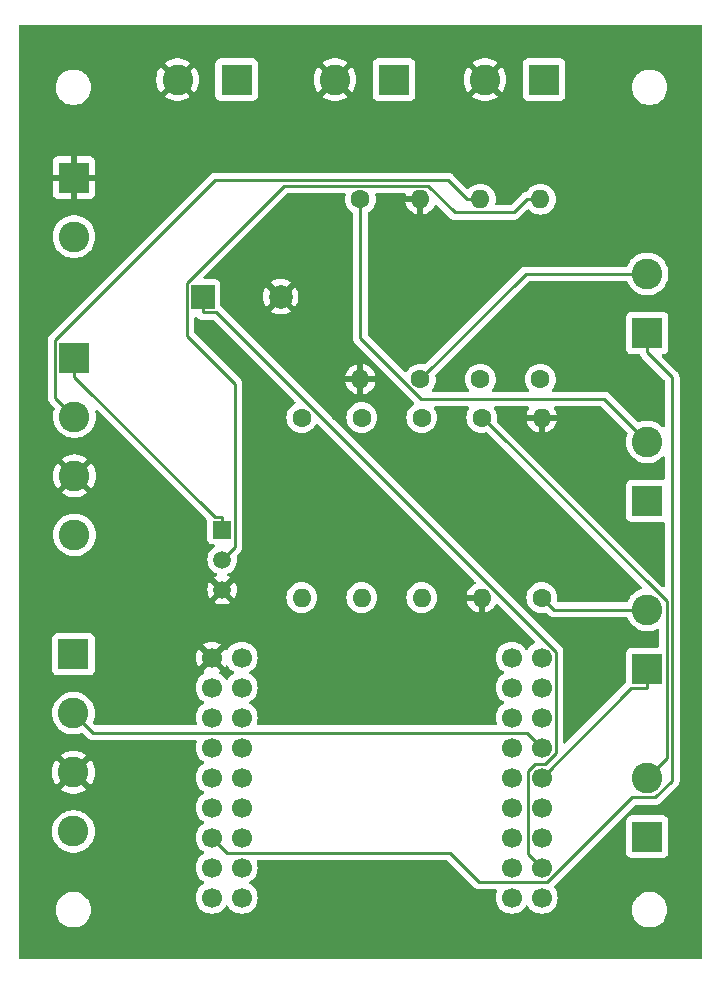
<source format=gbr>
%TF.GenerationSoftware,KiCad,Pcbnew,(7.0.0)*%
%TF.CreationDate,2023-04-02T16:15:30+02:00*%
%TF.ProjectId,QuinLED-ESP32-Breakout,5175696e-4c45-4442-9d45-535033322d42,rev?*%
%TF.SameCoordinates,Original*%
%TF.FileFunction,Copper,L2,Bot*%
%TF.FilePolarity,Positive*%
%FSLAX46Y46*%
G04 Gerber Fmt 4.6, Leading zero omitted, Abs format (unit mm)*
G04 Created by KiCad (PCBNEW (7.0.0)) date 2023-04-02 16:15:30*
%MOMM*%
%LPD*%
G01*
G04 APERTURE LIST*
%TA.AperFunction,ComponentPad*%
%ADD10C,1.600000*%
%TD*%
%TA.AperFunction,ComponentPad*%
%ADD11O,1.600000X1.600000*%
%TD*%
%TA.AperFunction,ComponentPad*%
%ADD12R,2.600000X2.600000*%
%TD*%
%TA.AperFunction,ComponentPad*%
%ADD13C,2.600000*%
%TD*%
%TA.AperFunction,ComponentPad*%
%ADD14R,1.500000X1.500000*%
%TD*%
%TA.AperFunction,ComponentPad*%
%ADD15C,1.500000*%
%TD*%
%TA.AperFunction,ComponentPad*%
%ADD16C,1.700000*%
%TD*%
%TA.AperFunction,ComponentPad*%
%ADD17R,2.000000X2.000000*%
%TD*%
%TA.AperFunction,ComponentPad*%
%ADD18C,2.000000*%
%TD*%
%TA.AperFunction,Conductor*%
%ADD19C,0.250000*%
%TD*%
G04 APERTURE END LIST*
D10*
%TO.P,R8,1*%
%TO.N,+3.3V*%
X154610400Y-72786800D03*
D11*
%TO.P,R8,2*%
%TO.N,GPIO15*%
X154610399Y-57546799D03*
%TD*%
D12*
%TO.P,Reedswitch3,1,Pin_1*%
%TO.N,GPIO36*%
X159995399Y-47423799D03*
D13*
%TO.P,Reedswitch3,2,Pin_2*%
%TO.N,GND*%
X154995400Y-47423800D03*
%TD*%
D12*
%TO.P,Led3,1,Pin_1*%
%TO.N,GPIO13*%
X168728299Y-83089299D03*
D13*
%TO.P,Led3,2,Pin_2*%
%TO.N,Net-(Led3-Pin_2)*%
X168728300Y-78089300D03*
%TD*%
D12*
%TO.P,Led2,1,Pin_1*%
%TO.N,GPIO12*%
X168728299Y-97306299D03*
D13*
%TO.P,Led2,2,Pin_2*%
%TO.N,Net-(Led2-Pin_2)*%
X168728300Y-92306300D03*
%TD*%
D12*
%TO.P,PIR1,1,Pin_1*%
%TO.N,Net-(PIR1-Pin_1)*%
X120237299Y-70963199D03*
D13*
%TO.P,PIR1,2,Pin_2*%
%TO.N,GPIO15*%
X120237300Y-75963200D03*
%TO.P,PIR1,3,Pin_3*%
%TO.N,GND*%
X120237300Y-80963200D03*
%TO.P,PIR1,4,Pin_4*%
%TO.N,+12V*%
X120237300Y-85963200D03*
%TD*%
D10*
%TO.P,R2,1*%
%TO.N,GPIO35*%
X144561700Y-76043200D03*
D11*
%TO.P,R2,2*%
%TO.N,+3.3V*%
X144561699Y-91283199D03*
%TD*%
D14*
%TO.P,Q1,1,C*%
%TO.N,Net-(PIR1-Pin_1)*%
X132744699Y-85527699D03*
D15*
%TO.P,Q1,2,B*%
%TO.N,Net-(Q1-B)*%
X132744700Y-88067700D03*
%TO.P,Q1,3,E*%
%TO.N,GND*%
X132744700Y-90607700D03*
%TD*%
D10*
%TO.P,R4,1*%
%TO.N,Net-(Led1-Pin_2)*%
X154721700Y-76043200D03*
D11*
%TO.P,R4,2*%
%TO.N,GND*%
X154721699Y-91283199D03*
%TD*%
D12*
%TO.P,Temperatuur_BME280,1,Pin_1*%
%TO.N,GPIO33*%
X120152499Y-96068899D03*
D13*
%TO.P,Temperatuur_BME280,2,Pin_2*%
%TO.N,GPIO32*%
X120152500Y-101068900D03*
%TO.P,Temperatuur_BME280,3,Pin_3*%
%TO.N,GND*%
X120152500Y-106068900D03*
%TO.P,Temperatuur_BME280,4,Pin_4*%
%TO.N,+3.3V*%
X120152500Y-111068900D03*
%TD*%
D10*
%TO.P,R7,1*%
%TO.N,Net-(Led4-Pin_2)*%
X149530400Y-72786800D03*
D11*
%TO.P,R7,2*%
%TO.N,GND*%
X149530399Y-57546799D03*
%TD*%
D10*
%TO.P,R1,1*%
%TO.N,GPIO34*%
X139481700Y-76043200D03*
D11*
%TO.P,R1,2*%
%TO.N,+3.3V*%
X139481699Y-91283199D03*
%TD*%
D12*
%TO.P,Led1,1,Pin_1*%
%TO.N,GPIO4*%
X168728299Y-111523199D03*
D13*
%TO.P,Led1,2,Pin_2*%
%TO.N,Net-(Led1-Pin_2)*%
X168728300Y-106523200D03*
%TD*%
D12*
%TO.P,Reedswitch1,1,Pin_1*%
%TO.N,GPIO34*%
X133969599Y-47424799D03*
D13*
%TO.P,Reedswitch1,2,Pin_2*%
%TO.N,GND*%
X128969600Y-47424800D03*
%TD*%
D12*
%TO.P,Led4,1,Pin_1*%
%TO.N,GPIO14*%
X168728299Y-68872399D03*
D13*
%TO.P,Led4,2,Pin_2*%
%TO.N,Net-(Led4-Pin_2)*%
X168728300Y-63872400D03*
%TD*%
D16*
%TO.P,U1,1,GND*%
%TO.N,GND*%
X131861700Y-96363200D03*
%TO.P,U1,2,GND\u002A*%
%TO.N,unconnected-(U1-GND\u002A-Pad2)*%
X131861700Y-98903200D03*
%TO.P,U1,3,S_VN*%
%TO.N,unconnected-(U1-S_VN-Pad3)*%
X131861700Y-101443200D03*
%TO.P,U1,4,IO35*%
%TO.N,GPIO35*%
X131861700Y-103983200D03*
%TO.P,U1,5,IO33*%
%TO.N,GPIO33*%
X131861700Y-106523200D03*
%TO.P,U1,6,IO34*%
%TO.N,GPIO34*%
X131861700Y-109063200D03*
%TO.P,U1,7,IO14*%
%TO.N,GPIO14*%
X131861700Y-111603200D03*
%TO.P,U1,8,3v3\u002A*%
%TO.N,+3.3V*%
X131861700Y-114143200D03*
%TO.P,U1,9,5vF\u002A*%
%TO.N,unconnected-(U1-5vF\u002A-Pad9)*%
X131861700Y-116683200D03*
%TO.P,U1,10,EN*%
%TO.N,unconnected-(U1-EN-Pad10)*%
X134401700Y-96363200D03*
%TO.P,U1,11,S_VP*%
%TO.N,GPIO36*%
X134401700Y-98903200D03*
%TO.P,U1,12,IO26*%
%TO.N,unconnected-(U1-IO26-Pad12)*%
X134401700Y-101443200D03*
%TO.P,U1,13,IO18*%
%TO.N,unconnected-(U1-IO18-Pad13)*%
X134401700Y-103983200D03*
%TO.P,U1,14,IO19*%
%TO.N,unconnected-(U1-IO19-Pad14)*%
X134401700Y-106523200D03*
%TO.P,U1,15,IO23*%
%TO.N,unconnected-(U1-IO23-Pad15)*%
X134401700Y-109063200D03*
%TO.P,U1,16,IO5*%
%TO.N,unconnected-(U1-IO5-Pad16)*%
X134401700Y-111603200D03*
%TO.P,U1,17,3v3*%
%TO.N,unconnected-(U1-3v3-Pad17)*%
X134401700Y-114143200D03*
%TO.P,U1,18,IO13*%
%TO.N,GPIO13*%
X134401700Y-116683200D03*
%TO.P,U1,19,TXD*%
%TO.N,unconnected-(U1-TXD-Pad19)*%
X157261700Y-96363200D03*
%TO.P,U1,20,RXD*%
%TO.N,unconnected-(U1-RXD-Pad20)*%
X157261700Y-98903200D03*
%TO.P,U1,21,IO22*%
%TO.N,unconnected-(U1-IO22-Pad21)*%
X157261700Y-101443200D03*
%TO.P,U1,22,IO21*%
%TO.N,unconnected-(U1-IO21-Pad22)*%
X157261700Y-103983200D03*
%TO.P,U1,23,IO17*%
%TO.N,unconnected-(U1-IO17-Pad23)*%
X157261700Y-106523200D03*
%TO.P,U1,24,IO16*%
%TO.N,GPIO16*%
X157261700Y-109063200D03*
%TO.P,U1,25,GND*%
%TO.N,unconnected-(U1-GND-Pad25)*%
X157261700Y-111603200D03*
%TO.P,U1,26,5v0*%
%TO.N,unconnected-(U1-5v0-Pad26)*%
X157261700Y-114143200D03*
%TO.P,U1,27,IO15*%
%TO.N,GPIO15*%
X157261700Y-116683200D03*
%TO.P,U1,28,GND*%
%TO.N,unconnected-(U1-GND-Pad28)*%
X159801700Y-96363200D03*
%TO.P,U1,29,IO27*%
%TO.N,unconnected-(U1-IO27-Pad29)*%
X159801700Y-98903200D03*
%TO.P,U1,30,IO25*%
%TO.N,unconnected-(U1-IO25-Pad30)*%
X159801700Y-101443200D03*
%TO.P,U1,31,IO32*%
%TO.N,GPIO32*%
X159801700Y-103983200D03*
%TO.P,U1,32,IO12*%
%TO.N,GPIO12*%
X159801700Y-106523200D03*
%TO.P,U1,33,IO_4*%
%TO.N,GPIO4*%
X159801700Y-109063200D03*
%TO.P,U1,34,IO_0*%
%TO.N,unconnected-(U1-IO_0-Pad34)*%
X159801700Y-111603200D03*
%TO.P,U1,35,IO_2*%
%TO.N,GPIO2*%
X159801700Y-114143200D03*
%TO.P,U1,36,NC*%
%TO.N,unconnected-(U1-NC-Pad36)*%
X159801700Y-116683200D03*
%TD*%
D10*
%TO.P,R9,1*%
%TO.N,GPIO16*%
X159690400Y-72786800D03*
D11*
%TO.P,R9,2*%
%TO.N,Net-(Q1-B)*%
X159690399Y-57546799D03*
%TD*%
D12*
%TO.P,12V_voeding_in1,1,Pin_1*%
%TO.N,GND*%
X120194899Y-55723199D03*
D13*
%TO.P,12V_voeding_in1,2,Pin_2*%
%TO.N,+12V*%
X120194900Y-60723200D03*
%TD*%
D10*
%TO.P,R3,1*%
%TO.N,GPIO36*%
X149641700Y-76043200D03*
D11*
%TO.P,R3,2*%
%TO.N,+3.3V*%
X149641699Y-91283199D03*
%TD*%
D17*
%TO.P,Passieve_buzzer1,1,-*%
%TO.N,GPIO2*%
X131101699Y-65804589D03*
D18*
%TO.P,Passieve_buzzer1,2,+*%
%TO.N,GND*%
X137701700Y-65804590D03*
%TD*%
D10*
%TO.P,R6,1*%
%TO.N,Net-(Led3-Pin_2)*%
X144450400Y-57546800D03*
D11*
%TO.P,R6,2*%
%TO.N,GND*%
X144450399Y-72786799D03*
%TD*%
D12*
%TO.P,Reedswitch2,1,Pin_1*%
%TO.N,GPIO35*%
X147295399Y-47424299D03*
D13*
%TO.P,Reedswitch2,2,Pin_2*%
%TO.N,GND*%
X142295400Y-47424300D03*
%TD*%
D10*
%TO.P,R5,1*%
%TO.N,Net-(Led2-Pin_2)*%
X159801700Y-91283200D03*
D11*
%TO.P,R5,2*%
%TO.N,GND*%
X159801699Y-76043199D03*
%TD*%
D19*
%TO.N,Net-(Led1-Pin_2)*%
X168728300Y-106523200D02*
X170373100Y-104878400D01*
X154818600Y-76043200D02*
X154721700Y-76043200D01*
X170373100Y-104878400D02*
X170373100Y-91597700D01*
X170373100Y-91597700D02*
X154818600Y-76043200D01*
%TO.N,Net-(Led2-Pin_2)*%
X160824800Y-92306300D02*
X159801700Y-91283200D01*
X168728300Y-92306300D02*
X160824800Y-92306300D01*
%TO.N,GPIO12*%
X159801700Y-106523200D02*
X167393300Y-98931600D01*
X168728300Y-97306300D02*
X168728300Y-98931600D01*
X167393300Y-98931600D02*
X168728300Y-98931600D01*
%TO.N,Net-(Led3-Pin_2)*%
X149597400Y-74470600D02*
X144450400Y-69323600D01*
X144450400Y-69323600D02*
X144450400Y-57546800D01*
X168728300Y-78089300D02*
X165109600Y-74470600D01*
X165109600Y-74470600D02*
X149597400Y-74470600D01*
%TO.N,Net-(Led4-Pin_2)*%
X168728300Y-63872400D02*
X158444800Y-63872400D01*
X158444800Y-63872400D02*
X149530400Y-72786800D01*
%TO.N,GPIO14*%
X168728300Y-68872400D02*
X168728300Y-70497700D01*
X167433900Y-108195800D02*
X169415400Y-108195800D01*
X170841000Y-106770200D02*
X170841000Y-72610400D01*
X133131700Y-112873200D02*
X152035300Y-112873200D01*
X170841000Y-72610400D02*
X168728300Y-70497700D01*
X169415400Y-108195800D02*
X170841000Y-106770200D01*
X131861700Y-111603200D02*
X133131700Y-112873200D01*
X152035300Y-112873200D02*
X154520400Y-115358300D01*
X160271400Y-115358300D02*
X167433900Y-108195800D01*
X154520400Y-115358300D02*
X160271400Y-115358300D01*
%TO.N,GPIO2*%
X160103500Y-105347800D02*
X159219300Y-105347800D01*
X158617600Y-105949500D02*
X158617600Y-112959100D01*
X158617600Y-112959100D02*
X159801700Y-114143200D01*
X131101700Y-65804600D02*
X131101700Y-67129900D01*
X161003500Y-95872100D02*
X161003500Y-104447800D01*
X131101700Y-67129900D02*
X132261300Y-67129900D01*
X161003500Y-104447800D02*
X160103500Y-105347800D01*
X132261300Y-67129900D02*
X161003500Y-95872100D01*
X159219300Y-105347800D02*
X158617600Y-105949500D01*
%TO.N,GPIO15*%
X118611900Y-69491600D02*
X118611900Y-74337800D01*
X118611900Y-74337800D02*
X120237300Y-75963200D01*
X154610400Y-57546800D02*
X153485100Y-57546800D01*
X151890000Y-55951700D02*
X132151800Y-55951700D01*
X153485100Y-57546800D02*
X151890000Y-55951700D01*
X132151800Y-55951700D02*
X118611900Y-69491600D01*
%TO.N,Net-(PIR1-Pin_1)*%
X132101200Y-84452400D02*
X120237300Y-72588500D01*
X132744700Y-84452400D02*
X132101200Y-84452400D01*
X132744700Y-85527700D02*
X132744700Y-84452400D01*
X120237300Y-70963200D02*
X120237300Y-72588500D01*
%TO.N,Net-(Q1-B)*%
X133820100Y-73183500D02*
X129776300Y-69139700D01*
X129776300Y-69139700D02*
X129776300Y-64624800D01*
X150149100Y-56402100D02*
X152419100Y-58672100D01*
X133820100Y-86992300D02*
X133820100Y-73183500D01*
X159690400Y-57546800D02*
X158565100Y-57546800D01*
X129776300Y-64624800D02*
X137999000Y-56402100D01*
X152419100Y-58672100D02*
X157439800Y-58672100D01*
X132744700Y-88067700D02*
X133820100Y-86992300D01*
X157439800Y-58672100D02*
X158565100Y-57546800D01*
X137999000Y-56402100D02*
X150149100Y-56402100D01*
%TO.N,GPIO32*%
X121796800Y-102713200D02*
X120152500Y-101068900D01*
X158531700Y-102713200D02*
X121796800Y-102713200D01*
X159801700Y-103983200D02*
X158531700Y-102713200D01*
%TD*%
%TA.AperFunction,Conductor*%
%TO.N,GND*%
G36*
X143136386Y-57040388D02*
G01*
X143179918Y-57076113D01*
X143203159Y-57127409D01*
X143201316Y-57183693D01*
X143164765Y-57320108D01*
X143164293Y-57325493D01*
X143164293Y-57325498D01*
X143148425Y-57506874D01*
X143144932Y-57546800D01*
X143164765Y-57773492D01*
X143166162Y-57778707D01*
X143166164Y-57778716D01*
X143222258Y-57988063D01*
X143222261Y-57988071D01*
X143223661Y-57993296D01*
X143319832Y-58199534D01*
X143450353Y-58385939D01*
X143611261Y-58546847D01*
X143709887Y-58615905D01*
X143772023Y-58659413D01*
X143810889Y-58703731D01*
X143824900Y-58760988D01*
X143824900Y-69245825D01*
X143824378Y-69256880D01*
X143822727Y-69264267D01*
X143822971Y-69272053D01*
X143822971Y-69272061D01*
X143824839Y-69331473D01*
X143824900Y-69335368D01*
X143824900Y-69362950D01*
X143825388Y-69366819D01*
X143825389Y-69366825D01*
X143825404Y-69366943D01*
X143826318Y-69378566D01*
X143827445Y-69414430D01*
X143827446Y-69414437D01*
X143827691Y-69422227D01*
X143829867Y-69429719D01*
X143829868Y-69429721D01*
X143833279Y-69441462D01*
X143837225Y-69460515D01*
X143839736Y-69480392D01*
X143842606Y-69487642D01*
X143842608Y-69487648D01*
X143855814Y-69521004D01*
X143859597Y-69532051D01*
X143871782Y-69573990D01*
X143875753Y-69580705D01*
X143875754Y-69580707D01*
X143881981Y-69591237D01*
X143890536Y-69608699D01*
X143895042Y-69620080D01*
X143895043Y-69620083D01*
X143897914Y-69627332D01*
X143919840Y-69657512D01*
X143923581Y-69662660D01*
X143929993Y-69672422D01*
X143948256Y-69703302D01*
X143948259Y-69703307D01*
X143952230Y-69710020D01*
X143957745Y-69715535D01*
X143966390Y-69724180D01*
X143979026Y-69738974D01*
X143986219Y-69748875D01*
X143986223Y-69748879D01*
X143990806Y-69755187D01*
X143996815Y-69760158D01*
X143996816Y-69760159D01*
X144024458Y-69783026D01*
X144033099Y-69790889D01*
X148982033Y-74739824D01*
X149010874Y-74785095D01*
X149017880Y-74838312D01*
X149001739Y-74889505D01*
X148965475Y-74929080D01*
X148806996Y-75040047D01*
X148806991Y-75040050D01*
X148802561Y-75043153D01*
X148798737Y-75046976D01*
X148798731Y-75046982D01*
X148645482Y-75200231D01*
X148645476Y-75200237D01*
X148641653Y-75204061D01*
X148638550Y-75208491D01*
X148638547Y-75208496D01*
X148514240Y-75386026D01*
X148514235Y-75386033D01*
X148511132Y-75390466D01*
X148508844Y-75395372D01*
X148508842Y-75395376D01*
X148417250Y-75591794D01*
X148417247Y-75591799D01*
X148414961Y-75596704D01*
X148413562Y-75601924D01*
X148413558Y-75601936D01*
X148357464Y-75811283D01*
X148357462Y-75811294D01*
X148356065Y-75816508D01*
X148336232Y-76043200D01*
X148336704Y-76048595D01*
X148353171Y-76236822D01*
X148356065Y-76269892D01*
X148357462Y-76275107D01*
X148357464Y-76275116D01*
X148413558Y-76484463D01*
X148413561Y-76484471D01*
X148414961Y-76489696D01*
X148417249Y-76494603D01*
X148417250Y-76494605D01*
X148419635Y-76499719D01*
X148511132Y-76695934D01*
X148641653Y-76882339D01*
X148802561Y-77043247D01*
X148988966Y-77173768D01*
X149195204Y-77269939D01*
X149200434Y-77271340D01*
X149200436Y-77271341D01*
X149373183Y-77317628D01*
X149415008Y-77328835D01*
X149641700Y-77348668D01*
X149868392Y-77328835D01*
X150088196Y-77269939D01*
X150294434Y-77173768D01*
X150480839Y-77043247D01*
X150641747Y-76882339D01*
X150772268Y-76695934D01*
X150868439Y-76489696D01*
X150927335Y-76269892D01*
X150947168Y-76043200D01*
X150927335Y-75816508D01*
X150917397Y-75779419D01*
X150869841Y-75601936D01*
X150869840Y-75601934D01*
X150868439Y-75596704D01*
X150772268Y-75390466D01*
X150702778Y-75291223D01*
X150680618Y-75228210D01*
X150694364Y-75162843D01*
X150740025Y-75114091D01*
X150804353Y-75096100D01*
X153559047Y-75096100D01*
X153623375Y-75114091D01*
X153669036Y-75162843D01*
X153682782Y-75228210D01*
X153660622Y-75291223D01*
X153594240Y-75386026D01*
X153594235Y-75386033D01*
X153591132Y-75390466D01*
X153588844Y-75395372D01*
X153588842Y-75395376D01*
X153497250Y-75591794D01*
X153497247Y-75591799D01*
X153494961Y-75596704D01*
X153493562Y-75601924D01*
X153493558Y-75601936D01*
X153437464Y-75811283D01*
X153437462Y-75811294D01*
X153436065Y-75816508D01*
X153416232Y-76043200D01*
X153416704Y-76048595D01*
X153433171Y-76236822D01*
X153436065Y-76269892D01*
X153437462Y-76275107D01*
X153437464Y-76275116D01*
X153493558Y-76484463D01*
X153493561Y-76484471D01*
X153494961Y-76489696D01*
X153497249Y-76494603D01*
X153497250Y-76494605D01*
X153499635Y-76499719D01*
X153591132Y-76695934D01*
X153721653Y-76882339D01*
X153882561Y-77043247D01*
X154068966Y-77173768D01*
X154275204Y-77269939D01*
X154280434Y-77271340D01*
X154280436Y-77271341D01*
X154453183Y-77317628D01*
X154495008Y-77328835D01*
X154721700Y-77348668D01*
X154948392Y-77328835D01*
X155093172Y-77290041D01*
X155157357Y-77290041D01*
X155212945Y-77322135D01*
X168265311Y-90374502D01*
X168297099Y-90428971D01*
X168297984Y-90492031D01*
X168267736Y-90547370D01*
X168214180Y-90580674D01*
X168073091Y-90624194D01*
X168073080Y-90624198D01*
X168068659Y-90625562D01*
X168064485Y-90627571D01*
X168064480Y-90627574D01*
X167829711Y-90740633D01*
X167829704Y-90740636D01*
X167825526Y-90742649D01*
X167821693Y-90745262D01*
X167821690Y-90745264D01*
X167606390Y-90892052D01*
X167606380Y-90892059D01*
X167602559Y-90894665D01*
X167599163Y-90897816D01*
X167599153Y-90897824D01*
X167408143Y-91075056D01*
X167408139Y-91075059D01*
X167404739Y-91078215D01*
X167401849Y-91081837D01*
X167401846Y-91081842D01*
X167241268Y-91283200D01*
X167236485Y-91289198D01*
X167234166Y-91293213D01*
X167234165Y-91293216D01*
X167103878Y-91518881D01*
X167103875Y-91518886D01*
X167101557Y-91522902D01*
X167099864Y-91527215D01*
X167099859Y-91527226D01*
X167070473Y-91602102D01*
X167043813Y-91643381D01*
X167003211Y-91671063D01*
X166955045Y-91680800D01*
X161203141Y-91680800D01*
X161148298Y-91668013D01*
X161104766Y-91632288D01*
X161081524Y-91580993D01*
X161083365Y-91524709D01*
X161085933Y-91515123D01*
X161087335Y-91509892D01*
X161107168Y-91283200D01*
X161087335Y-91056508D01*
X161028439Y-90836704D01*
X160932268Y-90630466D01*
X160801747Y-90444061D01*
X160640839Y-90283153D01*
X160498910Y-90183774D01*
X160458873Y-90155740D01*
X160458871Y-90155739D01*
X160454434Y-90152632D01*
X160248196Y-90056461D01*
X160242971Y-90055061D01*
X160242963Y-90055058D01*
X160033616Y-89998964D01*
X160033607Y-89998962D01*
X160028392Y-89997565D01*
X160023004Y-89997093D01*
X160023001Y-89997093D01*
X159807095Y-89978204D01*
X159801700Y-89977732D01*
X159796305Y-89978204D01*
X159580398Y-89997093D01*
X159580393Y-89997093D01*
X159575008Y-89997565D01*
X159569794Y-89998962D01*
X159569783Y-89998964D01*
X159360436Y-90055058D01*
X159360424Y-90055062D01*
X159355204Y-90056461D01*
X159350299Y-90058747D01*
X159350294Y-90058750D01*
X159153876Y-90150342D01*
X159153872Y-90150344D01*
X159148966Y-90152632D01*
X159144533Y-90155735D01*
X159144526Y-90155740D01*
X158966996Y-90280047D01*
X158966991Y-90280050D01*
X158962561Y-90283153D01*
X158958737Y-90286976D01*
X158958731Y-90286982D01*
X158805482Y-90440231D01*
X158805476Y-90440237D01*
X158801653Y-90444061D01*
X158798550Y-90448491D01*
X158798547Y-90448496D01*
X158674240Y-90626026D01*
X158674235Y-90626033D01*
X158671132Y-90630466D01*
X158668844Y-90635372D01*
X158668842Y-90635376D01*
X158577250Y-90831794D01*
X158577247Y-90831799D01*
X158574961Y-90836704D01*
X158573562Y-90841924D01*
X158573558Y-90841936D01*
X158517464Y-91051283D01*
X158517462Y-91051294D01*
X158516065Y-91056508D01*
X158515593Y-91061893D01*
X158515593Y-91061898D01*
X158500871Y-91230177D01*
X158496232Y-91283200D01*
X158496704Y-91288595D01*
X158515592Y-91504493D01*
X158516065Y-91509892D01*
X158517462Y-91515107D01*
X158517464Y-91515116D01*
X158573558Y-91724463D01*
X158573561Y-91724471D01*
X158574961Y-91729696D01*
X158577249Y-91734603D01*
X158577250Y-91734605D01*
X158609992Y-91804820D01*
X158671132Y-91935934D01*
X158801653Y-92122339D01*
X158962561Y-92283247D01*
X159148966Y-92413768D01*
X159355204Y-92509939D01*
X159360434Y-92511340D01*
X159360436Y-92511341D01*
X159506651Y-92550519D01*
X159575008Y-92568835D01*
X159801700Y-92588668D01*
X160028392Y-92568835D01*
X160096748Y-92550519D01*
X160160934Y-92550519D01*
X160216522Y-92582613D01*
X160327507Y-92693598D01*
X160334959Y-92701787D01*
X160339014Y-92708177D01*
X160388023Y-92754200D01*
X160390819Y-92756910D01*
X160410329Y-92776420D01*
X160413509Y-92778887D01*
X160422371Y-92786455D01*
X160435820Y-92799085D01*
X160448532Y-92811023D01*
X160448534Y-92811024D01*
X160454218Y-92816362D01*
X160461051Y-92820118D01*
X160461052Y-92820119D01*
X160471773Y-92826013D01*
X160488034Y-92836694D01*
X160503864Y-92848973D01*
X160543954Y-92866321D01*
X160554431Y-92871454D01*
X160592708Y-92892497D01*
X160609757Y-92896874D01*
X160612105Y-92897477D01*
X160630519Y-92903781D01*
X160648904Y-92911738D01*
X160692065Y-92918573D01*
X160703464Y-92920934D01*
X160745781Y-92931800D01*
X160765817Y-92931800D01*
X160785202Y-92933325D01*
X160804996Y-92936460D01*
X160843076Y-92932860D01*
X160848476Y-92932350D01*
X160860145Y-92931800D01*
X166955045Y-92931800D01*
X167003211Y-92941537D01*
X167043813Y-92969219D01*
X167070473Y-93010498D01*
X167099859Y-93085373D01*
X167099861Y-93085379D01*
X167101557Y-93089698D01*
X167236485Y-93323402D01*
X167404739Y-93534385D01*
X167602559Y-93717935D01*
X167825526Y-93869951D01*
X168068659Y-93987038D01*
X168073087Y-93988403D01*
X168073090Y-93988405D01*
X168146925Y-94011180D01*
X168326528Y-94066580D01*
X168593371Y-94106800D01*
X168858592Y-94106800D01*
X168863229Y-94106800D01*
X169130072Y-94066580D01*
X169387941Y-93987038D01*
X169569799Y-93899459D01*
X169630553Y-93887375D01*
X169689572Y-93906186D01*
X169732128Y-93951199D01*
X169747600Y-94011180D01*
X169747600Y-95381800D01*
X169730987Y-95443800D01*
X169685600Y-95489187D01*
X169623600Y-95505800D01*
X167383739Y-95505800D01*
X167383720Y-95505800D01*
X167380428Y-95505801D01*
X167377150Y-95506153D01*
X167377138Y-95506154D01*
X167328531Y-95511379D01*
X167328525Y-95511380D01*
X167320817Y-95512209D01*
X167313552Y-95514918D01*
X167313546Y-95514920D01*
X167194280Y-95559404D01*
X167194278Y-95559404D01*
X167185969Y-95562504D01*
X167178872Y-95567816D01*
X167178868Y-95567819D01*
X167077850Y-95643441D01*
X167077846Y-95643444D01*
X167070754Y-95648754D01*
X167065444Y-95655846D01*
X167065441Y-95655850D01*
X166989819Y-95756868D01*
X166989816Y-95756872D01*
X166984504Y-95763969D01*
X166981404Y-95772278D01*
X166981404Y-95772280D01*
X166936920Y-95891547D01*
X166936919Y-95891550D01*
X166934209Y-95898817D01*
X166933379Y-95906527D01*
X166933379Y-95906532D01*
X166928155Y-95955119D01*
X166928154Y-95955131D01*
X166927800Y-95958427D01*
X166927800Y-95961749D01*
X166927800Y-98461147D01*
X166918361Y-98508600D01*
X166891481Y-98548828D01*
X161840681Y-103599628D01*
X161791318Y-103629878D01*
X161733602Y-103634420D01*
X161680115Y-103612265D01*
X161642515Y-103568242D01*
X161629000Y-103511947D01*
X161629000Y-95949872D01*
X161629520Y-95938819D01*
X161631172Y-95931433D01*
X161629061Y-95864245D01*
X161629000Y-95860351D01*
X161629000Y-95836645D01*
X161629000Y-95832750D01*
X161628498Y-95828781D01*
X161627580Y-95817124D01*
X161626454Y-95781273D01*
X161626209Y-95773473D01*
X161620620Y-95754240D01*
X161616674Y-95735183D01*
X161615141Y-95723044D01*
X161614164Y-95715308D01*
X161598082Y-95674691D01*
X161594303Y-95663651D01*
X161584295Y-95629202D01*
X161584293Y-95629199D01*
X161582118Y-95621710D01*
X161571917Y-95604460D01*
X161563363Y-95587001D01*
X161555986Y-95568368D01*
X161530308Y-95533025D01*
X161523901Y-95523271D01*
X161505642Y-95492396D01*
X161505641Y-95492394D01*
X161501670Y-95485680D01*
X161487505Y-95471515D01*
X161474870Y-95456722D01*
X161463094Y-95440513D01*
X161457083Y-95435540D01*
X161457081Y-95435538D01*
X161429441Y-95412673D01*
X161420800Y-95404810D01*
X142059191Y-76043200D01*
X143256232Y-76043200D01*
X143256704Y-76048595D01*
X143273171Y-76236822D01*
X143276065Y-76269892D01*
X143277462Y-76275107D01*
X143277464Y-76275116D01*
X143333558Y-76484463D01*
X143333561Y-76484471D01*
X143334961Y-76489696D01*
X143337249Y-76494603D01*
X143337250Y-76494605D01*
X143339635Y-76499719D01*
X143431132Y-76695934D01*
X143561653Y-76882339D01*
X143722561Y-77043247D01*
X143908966Y-77173768D01*
X144115204Y-77269939D01*
X144120434Y-77271340D01*
X144120436Y-77271341D01*
X144293183Y-77317628D01*
X144335008Y-77328835D01*
X144561700Y-77348668D01*
X144788392Y-77328835D01*
X145008196Y-77269939D01*
X145214434Y-77173768D01*
X145400839Y-77043247D01*
X145561747Y-76882339D01*
X145692268Y-76695934D01*
X145788439Y-76489696D01*
X145847335Y-76269892D01*
X145867168Y-76043200D01*
X145847335Y-75816508D01*
X145837397Y-75779419D01*
X145789841Y-75601936D01*
X145789840Y-75601934D01*
X145788439Y-75596704D01*
X145692268Y-75390466D01*
X145561747Y-75204061D01*
X145400839Y-75043153D01*
X145325778Y-74990595D01*
X145218873Y-74915740D01*
X145218871Y-74915739D01*
X145214434Y-74912632D01*
X145008196Y-74816461D01*
X145002971Y-74815061D01*
X145002963Y-74815058D01*
X144793616Y-74758964D01*
X144793607Y-74758962D01*
X144788392Y-74757565D01*
X144783004Y-74757093D01*
X144783001Y-74757093D01*
X144567095Y-74738204D01*
X144561700Y-74737732D01*
X144556305Y-74738204D01*
X144340398Y-74757093D01*
X144340393Y-74757093D01*
X144335008Y-74757565D01*
X144329794Y-74758962D01*
X144329783Y-74758964D01*
X144120436Y-74815058D01*
X144120424Y-74815062D01*
X144115204Y-74816461D01*
X144110299Y-74818747D01*
X144110294Y-74818750D01*
X143913876Y-74910342D01*
X143913872Y-74910344D01*
X143908966Y-74912632D01*
X143904533Y-74915735D01*
X143904526Y-74915740D01*
X143726996Y-75040047D01*
X143726991Y-75040050D01*
X143722561Y-75043153D01*
X143718737Y-75046976D01*
X143718731Y-75046982D01*
X143565482Y-75200231D01*
X143565476Y-75200237D01*
X143561653Y-75204061D01*
X143558550Y-75208491D01*
X143558547Y-75208496D01*
X143434240Y-75386026D01*
X143434235Y-75386033D01*
X143431132Y-75390466D01*
X143428844Y-75395372D01*
X143428842Y-75395376D01*
X143337250Y-75591794D01*
X143337247Y-75591799D01*
X143334961Y-75596704D01*
X143333562Y-75601924D01*
X143333558Y-75601936D01*
X143277464Y-75811283D01*
X143277462Y-75811294D01*
X143276065Y-75816508D01*
X143256232Y-76043200D01*
X142059191Y-76043200D01*
X139055342Y-73039351D01*
X143174852Y-73039351D01*
X143175220Y-73050580D01*
X143222730Y-73227892D01*
X143226422Y-73238034D01*
X143317979Y-73434380D01*
X143323367Y-73443712D01*
X143447632Y-73621181D01*
X143454569Y-73629447D01*
X143607752Y-73782630D01*
X143616018Y-73789567D01*
X143793487Y-73913832D01*
X143802819Y-73919220D01*
X143999165Y-74010777D01*
X144009307Y-74014469D01*
X144186619Y-74061979D01*
X144197848Y-74062347D01*
X144200400Y-74051405D01*
X144700400Y-74051405D01*
X144702951Y-74062347D01*
X144714180Y-74061979D01*
X144891492Y-74014469D01*
X144901634Y-74010777D01*
X145097980Y-73919220D01*
X145107312Y-73913832D01*
X145284781Y-73789567D01*
X145293047Y-73782630D01*
X145446230Y-73629447D01*
X145453167Y-73621181D01*
X145577432Y-73443712D01*
X145582820Y-73434380D01*
X145674377Y-73238034D01*
X145678069Y-73227892D01*
X145725579Y-73050580D01*
X145725947Y-73039351D01*
X145715005Y-73036800D01*
X144716726Y-73036800D01*
X144703850Y-73040250D01*
X144700400Y-73053126D01*
X144700400Y-74051405D01*
X144200400Y-74051405D01*
X144200400Y-73053126D01*
X144196949Y-73040250D01*
X144184074Y-73036800D01*
X143185795Y-73036800D01*
X143174852Y-73039351D01*
X139055342Y-73039351D01*
X138550239Y-72534248D01*
X143174852Y-72534248D01*
X143185795Y-72536800D01*
X144184074Y-72536800D01*
X144196949Y-72533349D01*
X144200400Y-72520474D01*
X144700400Y-72520474D01*
X144703850Y-72533349D01*
X144716726Y-72536800D01*
X145715005Y-72536800D01*
X145725947Y-72534248D01*
X145725579Y-72523019D01*
X145678069Y-72345707D01*
X145674377Y-72335565D01*
X145582820Y-72139219D01*
X145577432Y-72129887D01*
X145453167Y-71952418D01*
X145446230Y-71944152D01*
X145293047Y-71790969D01*
X145284781Y-71784032D01*
X145107312Y-71659767D01*
X145097980Y-71654379D01*
X144901634Y-71562822D01*
X144891492Y-71559130D01*
X144714180Y-71511620D01*
X144702951Y-71511252D01*
X144700400Y-71522195D01*
X144700400Y-72520474D01*
X144200400Y-72520474D01*
X144200400Y-71522195D01*
X144197848Y-71511252D01*
X144186619Y-71511620D01*
X144009307Y-71559130D01*
X143999165Y-71562822D01*
X143802819Y-71654379D01*
X143793487Y-71659767D01*
X143616018Y-71784032D01*
X143607752Y-71790969D01*
X143454569Y-71944152D01*
X143447632Y-71952418D01*
X143323367Y-72129887D01*
X143317979Y-72139219D01*
X143226422Y-72335565D01*
X143222730Y-72345707D01*
X143175220Y-72523019D01*
X143174852Y-72534248D01*
X138550239Y-72534248D01*
X133043829Y-67027838D01*
X136837449Y-67027838D01*
X136845555Y-67039029D01*
X136874417Y-67061493D01*
X136882979Y-67067086D01*
X137092585Y-67180519D01*
X137101939Y-67184622D01*
X137327356Y-67262007D01*
X137337268Y-67264518D01*
X137572343Y-67303745D01*
X137582539Y-67304590D01*
X137820861Y-67304590D01*
X137831056Y-67303745D01*
X138066131Y-67264518D01*
X138076043Y-67262007D01*
X138301460Y-67184622D01*
X138310814Y-67180519D01*
X138520423Y-67067085D01*
X138528981Y-67061493D01*
X138557846Y-67039027D01*
X138565950Y-67027840D01*
X138559289Y-67015732D01*
X137713242Y-66169685D01*
X137701700Y-66163021D01*
X137690157Y-66169685D01*
X136844108Y-67015733D01*
X136837449Y-67027838D01*
X133043829Y-67027838D01*
X132758586Y-66742595D01*
X132751142Y-66734414D01*
X132747086Y-66728023D01*
X132698075Y-66681998D01*
X132695278Y-66679287D01*
X132678527Y-66662536D01*
X132678527Y-66662535D01*
X132675771Y-66659780D01*
X132672590Y-66657312D01*
X132663724Y-66649739D01*
X132641313Y-66628694D01*
X132612397Y-66587552D01*
X132602199Y-66538305D01*
X132602199Y-65809707D01*
X136196983Y-65809707D01*
X136216662Y-66047208D01*
X136218346Y-66057302D01*
X136276853Y-66288337D01*
X136280172Y-66298004D01*
X136375908Y-66516263D01*
X136380770Y-66525246D01*
X136470699Y-66662894D01*
X136478663Y-66670614D01*
X136488045Y-66664690D01*
X137336604Y-65816132D01*
X137343268Y-65804589D01*
X138060131Y-65804589D01*
X138066795Y-65816132D01*
X138915353Y-66664690D01*
X138924734Y-66670614D01*
X138932702Y-66662889D01*
X139022624Y-66525254D01*
X139027492Y-66516259D01*
X139123227Y-66298004D01*
X139126546Y-66288337D01*
X139185053Y-66057302D01*
X139186737Y-66047208D01*
X139206417Y-65809707D01*
X139206417Y-65799473D01*
X139186737Y-65561971D01*
X139185053Y-65551877D01*
X139126546Y-65320842D01*
X139123227Y-65311175D01*
X139027492Y-65092920D01*
X139022624Y-65083925D01*
X138932702Y-64946289D01*
X138924734Y-64938564D01*
X138915353Y-64944488D01*
X138066795Y-65793047D01*
X138060131Y-65804589D01*
X137343268Y-65804589D01*
X137336604Y-65793047D01*
X136488045Y-64944488D01*
X136478664Y-64938564D01*
X136470697Y-64946289D01*
X136380772Y-65083928D01*
X136375907Y-65092918D01*
X136280172Y-65311175D01*
X136276853Y-65320842D01*
X136218346Y-65551877D01*
X136216662Y-65561971D01*
X136196983Y-65799473D01*
X136196983Y-65809707D01*
X132602199Y-65809707D01*
X132602199Y-64760029D01*
X132602199Y-64756718D01*
X132595791Y-64697107D01*
X132552612Y-64581339D01*
X136837448Y-64581339D01*
X136844108Y-64593445D01*
X137690157Y-65439494D01*
X137701700Y-65446158D01*
X137713242Y-65439494D01*
X138559290Y-64593445D01*
X138565950Y-64581339D01*
X138557843Y-64570149D01*
X138528986Y-64547689D01*
X138520419Y-64542093D01*
X138310814Y-64428660D01*
X138301460Y-64424557D01*
X138076043Y-64347172D01*
X138066131Y-64344661D01*
X137831056Y-64305434D01*
X137820861Y-64304590D01*
X137582539Y-64304590D01*
X137572343Y-64305434D01*
X137337268Y-64344661D01*
X137327356Y-64347172D01*
X137101939Y-64424557D01*
X137092585Y-64428660D01*
X136882976Y-64542094D01*
X136874417Y-64547686D01*
X136845554Y-64570150D01*
X136837448Y-64581339D01*
X132552612Y-64581339D01*
X132545496Y-64562259D01*
X132459246Y-64447044D01*
X132425202Y-64421559D01*
X132351131Y-64366109D01*
X132351130Y-64366108D01*
X132344031Y-64360794D01*
X132209183Y-64310499D01*
X132201470Y-64309669D01*
X132201467Y-64309669D01*
X132152880Y-64304445D01*
X132152869Y-64304444D01*
X132149573Y-64304090D01*
X132146251Y-64304090D01*
X131280961Y-64304090D01*
X131224666Y-64290575D01*
X131180643Y-64252975D01*
X131158488Y-64199488D01*
X131163030Y-64141772D01*
X131193280Y-64092409D01*
X132801519Y-62484171D01*
X138221771Y-57063919D01*
X138262000Y-57037039D01*
X138309453Y-57027600D01*
X143081542Y-57027600D01*
X143136386Y-57040388D01*
G37*
%TD.AperFunction*%
%TA.AperFunction,Conductor*%
G36*
X158703985Y-75114091D02*
G01*
X158749646Y-75162843D01*
X158763391Y-75228210D01*
X158741232Y-75291224D01*
X158674667Y-75386287D01*
X158669279Y-75395619D01*
X158577722Y-75591965D01*
X158574030Y-75602107D01*
X158526520Y-75779419D01*
X158526152Y-75790648D01*
X158537095Y-75793200D01*
X161066305Y-75793200D01*
X161077247Y-75790648D01*
X161076879Y-75779419D01*
X161029369Y-75602107D01*
X161025677Y-75591965D01*
X160934120Y-75395619D01*
X160928732Y-75386287D01*
X160862168Y-75291224D01*
X160840009Y-75228210D01*
X160853754Y-75162843D01*
X160899415Y-75114091D01*
X160963743Y-75096100D01*
X164799148Y-75096100D01*
X164846601Y-75105539D01*
X164886829Y-75132419D01*
X167032523Y-77278113D01*
X167059105Y-77317628D01*
X167068832Y-77364248D01*
X167060270Y-77411096D01*
X167004662Y-77552782D01*
X167004659Y-77552789D01*
X167002966Y-77557105D01*
X167001934Y-77561623D01*
X167001933Y-77561629D01*
X166943948Y-77815677D01*
X166943946Y-77815685D01*
X166942917Y-77820197D01*
X166922751Y-78089300D01*
X166942917Y-78358403D01*
X167002966Y-78621495D01*
X167101557Y-78872698D01*
X167236485Y-79106402D01*
X167404739Y-79317385D01*
X167602559Y-79500935D01*
X167825526Y-79652951D01*
X168068659Y-79770038D01*
X168073087Y-79771403D01*
X168073090Y-79771405D01*
X168197593Y-79809808D01*
X168326528Y-79849580D01*
X168593371Y-79889800D01*
X168858592Y-79889800D01*
X168863229Y-79889800D01*
X169130072Y-79849580D01*
X169387941Y-79770038D01*
X169631075Y-79652951D01*
X169854041Y-79500935D01*
X170007161Y-79358859D01*
X170056727Y-79330735D01*
X170113641Y-79327753D01*
X170165878Y-79350543D01*
X170202403Y-79394293D01*
X170215500Y-79449760D01*
X170215500Y-81165734D01*
X170196602Y-81231533D01*
X170145669Y-81277277D01*
X170082847Y-81288216D01*
X170082788Y-81289333D01*
X170079480Y-81289155D01*
X170076173Y-81288800D01*
X170072850Y-81288800D01*
X167383739Y-81288800D01*
X167383720Y-81288800D01*
X167380428Y-81288801D01*
X167377150Y-81289153D01*
X167377138Y-81289154D01*
X167328531Y-81294379D01*
X167328525Y-81294380D01*
X167320817Y-81295209D01*
X167313552Y-81297918D01*
X167313546Y-81297920D01*
X167194280Y-81342404D01*
X167194278Y-81342404D01*
X167185969Y-81345504D01*
X167178872Y-81350816D01*
X167178868Y-81350819D01*
X167077850Y-81426441D01*
X167077846Y-81426444D01*
X167070754Y-81431754D01*
X167065444Y-81438846D01*
X167065441Y-81438850D01*
X166989819Y-81539868D01*
X166989816Y-81539872D01*
X166984504Y-81546969D01*
X166981404Y-81555278D01*
X166981404Y-81555280D01*
X166936920Y-81674547D01*
X166936919Y-81674550D01*
X166934209Y-81681817D01*
X166933379Y-81689527D01*
X166933379Y-81689532D01*
X166928155Y-81738119D01*
X166928154Y-81738131D01*
X166927800Y-81741427D01*
X166927800Y-81744748D01*
X166927800Y-81744749D01*
X166927800Y-84433860D01*
X166927800Y-84433878D01*
X166927801Y-84437172D01*
X166928153Y-84440450D01*
X166928154Y-84440461D01*
X166933379Y-84489068D01*
X166933380Y-84489073D01*
X166934209Y-84496783D01*
X166936919Y-84504049D01*
X166936920Y-84504053D01*
X166970517Y-84594131D01*
X166984504Y-84631631D01*
X166989818Y-84638730D01*
X166989819Y-84638731D01*
X167058135Y-84729990D01*
X167070754Y-84746846D01*
X167185969Y-84833096D01*
X167320817Y-84883391D01*
X167380427Y-84889800D01*
X170076172Y-84889799D01*
X170079462Y-84889445D01*
X170082791Y-84889267D01*
X170082850Y-84890377D01*
X170145684Y-84901331D01*
X170196607Y-84947074D01*
X170215500Y-85012866D01*
X170215500Y-90256148D01*
X170201985Y-90312443D01*
X170164385Y-90356466D01*
X170110898Y-90378621D01*
X170053182Y-90374079D01*
X170003819Y-90343829D01*
X156040962Y-76380971D01*
X156010382Y-76330578D01*
X156008099Y-76295751D01*
X158526152Y-76295751D01*
X158526520Y-76306980D01*
X158574030Y-76484292D01*
X158577722Y-76494434D01*
X158669279Y-76690780D01*
X158674667Y-76700112D01*
X158798932Y-76877581D01*
X158805869Y-76885847D01*
X158959052Y-77039030D01*
X158967318Y-77045967D01*
X159144787Y-77170232D01*
X159154119Y-77175620D01*
X159350465Y-77267177D01*
X159360607Y-77270869D01*
X159537919Y-77318379D01*
X159549148Y-77318747D01*
X159551700Y-77307805D01*
X160051700Y-77307805D01*
X160054251Y-77318747D01*
X160065480Y-77318379D01*
X160242792Y-77270869D01*
X160252934Y-77267177D01*
X160449280Y-77175620D01*
X160458612Y-77170232D01*
X160636081Y-77045967D01*
X160644347Y-77039030D01*
X160797530Y-76885847D01*
X160804467Y-76877581D01*
X160928732Y-76700112D01*
X160934120Y-76690780D01*
X161025677Y-76494434D01*
X161029369Y-76484292D01*
X161076879Y-76306980D01*
X161077247Y-76295751D01*
X161066305Y-76293200D01*
X160068026Y-76293200D01*
X160055150Y-76296650D01*
X160051700Y-76309526D01*
X160051700Y-77307805D01*
X159551700Y-77307805D01*
X159551700Y-76309526D01*
X159548249Y-76296650D01*
X159535374Y-76293200D01*
X158537095Y-76293200D01*
X158526152Y-76295751D01*
X156008099Y-76295751D01*
X156006587Y-76272681D01*
X156007335Y-76269892D01*
X156027168Y-76043200D01*
X156007335Y-75816508D01*
X155997397Y-75779419D01*
X155949841Y-75601936D01*
X155949840Y-75601934D01*
X155948439Y-75596704D01*
X155852268Y-75390466D01*
X155782778Y-75291223D01*
X155760618Y-75228210D01*
X155774364Y-75162843D01*
X155820025Y-75114091D01*
X155884353Y-75096100D01*
X158639657Y-75096100D01*
X158703985Y-75114091D01*
G37*
%TD.AperFunction*%
%TA.AperFunction,Conductor*%
G36*
X173348428Y-42829259D02*
G01*
X173393815Y-42874646D01*
X173410428Y-42936646D01*
X173410428Y-121761915D01*
X173393815Y-121823915D01*
X173348428Y-121869302D01*
X173286428Y-121885915D01*
X115638394Y-121885915D01*
X115576394Y-121869302D01*
X115531007Y-121823915D01*
X115514394Y-121761915D01*
X115514394Y-117704907D01*
X118641121Y-117704907D01*
X118641545Y-117710024D01*
X118661231Y-117947608D01*
X118661232Y-117947616D01*
X118661656Y-117952728D01*
X118662913Y-117957695D01*
X118662915Y-117957702D01*
X118683467Y-118038859D01*
X118722701Y-118193788D01*
X118724761Y-118198484D01*
X118820530Y-118416817D01*
X118820533Y-118416823D01*
X118822591Y-118421514D01*
X118825391Y-118425800D01*
X118825395Y-118425807D01*
X118953439Y-118621792D01*
X118958600Y-118629692D01*
X118962074Y-118633466D01*
X118962075Y-118633467D01*
X119123548Y-118808874D01*
X119123551Y-118808877D01*
X119127020Y-118812645D01*
X119323255Y-118965381D01*
X119541954Y-119083735D01*
X119777150Y-119164478D01*
X120022429Y-119205407D01*
X120265965Y-119205407D01*
X120271099Y-119205407D01*
X120516378Y-119164478D01*
X120751574Y-119083735D01*
X120970273Y-118965381D01*
X121166508Y-118812645D01*
X121334928Y-118629692D01*
X121470937Y-118421514D01*
X121570827Y-118193788D01*
X121631872Y-117952728D01*
X121652407Y-117704907D01*
X121631872Y-117457086D01*
X121570827Y-117216026D01*
X121470937Y-116988300D01*
X121428819Y-116923834D01*
X121337735Y-116784419D01*
X121334928Y-116780122D01*
X121166508Y-116597169D01*
X120970273Y-116444433D01*
X120965761Y-116441991D01*
X120756080Y-116328517D01*
X120756074Y-116328514D01*
X120751574Y-116326079D01*
X120746733Y-116324417D01*
X120746726Y-116324414D01*
X120521229Y-116247001D01*
X120521225Y-116247000D01*
X120516378Y-116245336D01*
X120507532Y-116243859D01*
X120276162Y-116205251D01*
X120276151Y-116205250D01*
X120271099Y-116204407D01*
X120022429Y-116204407D01*
X120017377Y-116205250D01*
X120017365Y-116205251D01*
X119782207Y-116244492D01*
X119782205Y-116244492D01*
X119777150Y-116245336D01*
X119772305Y-116246999D01*
X119772298Y-116247001D01*
X119546801Y-116324414D01*
X119546790Y-116324418D01*
X119541954Y-116326079D01*
X119537457Y-116328512D01*
X119537447Y-116328517D01*
X119327766Y-116441991D01*
X119327759Y-116441995D01*
X119323255Y-116444433D01*
X119319212Y-116447579D01*
X119319204Y-116447585D01*
X119131068Y-116594018D01*
X119127020Y-116597169D01*
X119123557Y-116600930D01*
X119123548Y-116600939D01*
X118962075Y-116776346D01*
X118962069Y-116776353D01*
X118958600Y-116780122D01*
X118955795Y-116784413D01*
X118955792Y-116784419D01*
X118825395Y-116984006D01*
X118825388Y-116984018D01*
X118822591Y-116988300D01*
X118820536Y-116992984D01*
X118820530Y-116992996D01*
X118724761Y-117211329D01*
X118722701Y-117216026D01*
X118721443Y-117220991D01*
X118721442Y-117220996D01*
X118662915Y-117452111D01*
X118662913Y-117452120D01*
X118661656Y-117457086D01*
X118661232Y-117462195D01*
X118661231Y-117462205D01*
X118653258Y-117558432D01*
X118641121Y-117704907D01*
X115514394Y-117704907D01*
X115514394Y-111068900D01*
X118346951Y-111068900D01*
X118367117Y-111338003D01*
X118427166Y-111601095D01*
X118525757Y-111852298D01*
X118660685Y-112086002D01*
X118828939Y-112296985D01*
X118943282Y-112403080D01*
X119023220Y-112477252D01*
X119026759Y-112480535D01*
X119249726Y-112632551D01*
X119492859Y-112749638D01*
X119497287Y-112751003D01*
X119497290Y-112751005D01*
X119564139Y-112771625D01*
X119750728Y-112829180D01*
X120017571Y-112869400D01*
X120282792Y-112869400D01*
X120287429Y-112869400D01*
X120554272Y-112829180D01*
X120812141Y-112749638D01*
X121055275Y-112632551D01*
X121278241Y-112480535D01*
X121476061Y-112296985D01*
X121644315Y-112086002D01*
X121779243Y-111852298D01*
X121877834Y-111601095D01*
X121937883Y-111338003D01*
X121958049Y-111068900D01*
X121937883Y-110799797D01*
X121877834Y-110536705D01*
X121779243Y-110285502D01*
X121644315Y-110051798D01*
X121476061Y-109840815D01*
X121358592Y-109731820D01*
X121281646Y-109660424D01*
X121281643Y-109660421D01*
X121278241Y-109657265D01*
X121274412Y-109654654D01*
X121274409Y-109654652D01*
X121094177Y-109531772D01*
X121055275Y-109505249D01*
X121051089Y-109503233D01*
X120816320Y-109390174D01*
X120816314Y-109390171D01*
X120812141Y-109388162D01*
X120807719Y-109386798D01*
X120807709Y-109386794D01*
X120558702Y-109309986D01*
X120558696Y-109309984D01*
X120554272Y-109308620D01*
X120549695Y-109307930D01*
X120549686Y-109307928D01*
X120292014Y-109269091D01*
X120292013Y-109269090D01*
X120287429Y-109268400D01*
X120017571Y-109268400D01*
X120012987Y-109269090D01*
X120012985Y-109269091D01*
X119755313Y-109307928D01*
X119755301Y-109307930D01*
X119750728Y-109308620D01*
X119746306Y-109309983D01*
X119746297Y-109309986D01*
X119497290Y-109386794D01*
X119497275Y-109386799D01*
X119492859Y-109388162D01*
X119488685Y-109390171D01*
X119488680Y-109390174D01*
X119253911Y-109503233D01*
X119253904Y-109503236D01*
X119249726Y-109505249D01*
X119245893Y-109507862D01*
X119245890Y-109507864D01*
X119030590Y-109654652D01*
X119030580Y-109654659D01*
X119026759Y-109657265D01*
X119023363Y-109660416D01*
X119023353Y-109660424D01*
X118832343Y-109837656D01*
X118832339Y-109837659D01*
X118828939Y-109840815D01*
X118826049Y-109844437D01*
X118826046Y-109844442D01*
X118722912Y-109973768D01*
X118660685Y-110051798D01*
X118658366Y-110055813D01*
X118658365Y-110055816D01*
X118528078Y-110281481D01*
X118528075Y-110281486D01*
X118525757Y-110285502D01*
X118524063Y-110289816D01*
X118524061Y-110289822D01*
X118428863Y-110532380D01*
X118427166Y-110536705D01*
X118426133Y-110541226D01*
X118426132Y-110541233D01*
X118368148Y-110795277D01*
X118368146Y-110795285D01*
X118367117Y-110799797D01*
X118366770Y-110804416D01*
X118366770Y-110804422D01*
X118347298Y-111064269D01*
X118346951Y-111068900D01*
X115514394Y-111068900D01*
X115514394Y-107507250D01*
X119071104Y-107507250D01*
X119078650Y-107515308D01*
X119246141Y-107629501D01*
X119254162Y-107634132D01*
X119488862Y-107747158D01*
X119497473Y-107750538D01*
X119746408Y-107827324D01*
X119755424Y-107829382D01*
X120013023Y-107868208D01*
X120022246Y-107868900D01*
X120282754Y-107868900D01*
X120291976Y-107868208D01*
X120549575Y-107829382D01*
X120558591Y-107827324D01*
X120807527Y-107750537D01*
X120816137Y-107747158D01*
X121050840Y-107634131D01*
X121058859Y-107629501D01*
X121226346Y-107515309D01*
X121233894Y-107507250D01*
X121227977Y-107497930D01*
X120164042Y-106433995D01*
X120152499Y-106427331D01*
X120140957Y-106433995D01*
X119077021Y-107497930D01*
X119071104Y-107507250D01*
X115514394Y-107507250D01*
X115514394Y-106073530D01*
X118347800Y-106073530D01*
X118367267Y-106333299D01*
X118368646Y-106342452D01*
X118426611Y-106596415D01*
X118429344Y-106605275D01*
X118524511Y-106847756D01*
X118528530Y-106856102D01*
X118658778Y-107081698D01*
X118663996Y-107089350D01*
X118703879Y-107139362D01*
X118715115Y-107147335D01*
X118727174Y-107140671D01*
X119787404Y-106080442D01*
X119794068Y-106068900D01*
X120510931Y-106068900D01*
X120517595Y-106080442D01*
X121577825Y-107140672D01*
X121589882Y-107147336D01*
X121601119Y-107139363D01*
X121641007Y-107089345D01*
X121646219Y-107081700D01*
X121776469Y-106856102D01*
X121780488Y-106847756D01*
X121875655Y-106605275D01*
X121878388Y-106596415D01*
X121936353Y-106342452D01*
X121937732Y-106333299D01*
X121957200Y-106073530D01*
X121957200Y-106064270D01*
X121937732Y-105804500D01*
X121936353Y-105795347D01*
X121878388Y-105541384D01*
X121875655Y-105532524D01*
X121780488Y-105290043D01*
X121776469Y-105281697D01*
X121646221Y-105056101D01*
X121641003Y-105048449D01*
X121601119Y-104998436D01*
X121589882Y-104990462D01*
X121577825Y-104997126D01*
X120517595Y-106057357D01*
X120510931Y-106068900D01*
X119794068Y-106068900D01*
X119787404Y-106057357D01*
X118727174Y-104997127D01*
X118715115Y-104990462D01*
X118703880Y-104998434D01*
X118663988Y-105048458D01*
X118658782Y-105056095D01*
X118528530Y-105281697D01*
X118524511Y-105290043D01*
X118429344Y-105532524D01*
X118426611Y-105541384D01*
X118368646Y-105795347D01*
X118367267Y-105804500D01*
X118347800Y-106064270D01*
X118347800Y-106073530D01*
X115514394Y-106073530D01*
X115514394Y-104630548D01*
X119071103Y-104630548D01*
X119077019Y-104639866D01*
X120140957Y-105703804D01*
X120152500Y-105710468D01*
X120164042Y-105703804D01*
X121227977Y-104639868D01*
X121233894Y-104630548D01*
X121226346Y-104622489D01*
X121058860Y-104508298D01*
X121050840Y-104503668D01*
X120816137Y-104390641D01*
X120807527Y-104387262D01*
X120558591Y-104310475D01*
X120549575Y-104308417D01*
X120291976Y-104269591D01*
X120282754Y-104268900D01*
X120022246Y-104268900D01*
X120013023Y-104269591D01*
X119755424Y-104308417D01*
X119746408Y-104310475D01*
X119497473Y-104387261D01*
X119488862Y-104390641D01*
X119254160Y-104503668D01*
X119246139Y-104508299D01*
X119078651Y-104622490D01*
X119071103Y-104630548D01*
X115514394Y-104630548D01*
X115514394Y-97413478D01*
X118352000Y-97413478D01*
X118352001Y-97416772D01*
X118352353Y-97420050D01*
X118352354Y-97420061D01*
X118357579Y-97468668D01*
X118357580Y-97468673D01*
X118358409Y-97476383D01*
X118361119Y-97483649D01*
X118361120Y-97483653D01*
X118379013Y-97531625D01*
X118408704Y-97611231D01*
X118414018Y-97618330D01*
X118414019Y-97618331D01*
X118468012Y-97690457D01*
X118494954Y-97726446D01*
X118610169Y-97812696D01*
X118745017Y-97862991D01*
X118804627Y-97869400D01*
X121500372Y-97869399D01*
X121559983Y-97862991D01*
X121694831Y-97812696D01*
X121810046Y-97726446D01*
X121896296Y-97611231D01*
X121946591Y-97476383D01*
X121953000Y-97416773D01*
X121953000Y-96368595D01*
X130507015Y-96368595D01*
X130526658Y-96593122D01*
X130528533Y-96603753D01*
X130586868Y-96821463D01*
X130590556Y-96831597D01*
X130685810Y-97035868D01*
X130691208Y-97045218D01*
X130738984Y-97113449D01*
X130747095Y-97120882D01*
X130756374Y-97114971D01*
X131496604Y-96374742D01*
X131503268Y-96363200D01*
X131496604Y-96351657D01*
X130756374Y-95611427D01*
X130747096Y-95605516D01*
X130738983Y-95612950D01*
X130691205Y-95681186D01*
X130685811Y-95690530D01*
X130590556Y-95894802D01*
X130586868Y-95904936D01*
X130528533Y-96122646D01*
X130526658Y-96133277D01*
X130507015Y-96357805D01*
X130507015Y-96368595D01*
X121953000Y-96368595D01*
X121952999Y-95248596D01*
X131104016Y-95248596D01*
X131109927Y-95257874D01*
X131850157Y-95998104D01*
X131861700Y-96004768D01*
X131873242Y-95998104D01*
X132613471Y-95257874D01*
X132619382Y-95248595D01*
X132611949Y-95240484D01*
X132543718Y-95192708D01*
X132534368Y-95187310D01*
X132330097Y-95092056D01*
X132319963Y-95088368D01*
X132102253Y-95030033D01*
X132091622Y-95028158D01*
X131867095Y-95008515D01*
X131856305Y-95008515D01*
X131631777Y-95028158D01*
X131621146Y-95030033D01*
X131403436Y-95088368D01*
X131393302Y-95092056D01*
X131189030Y-95187311D01*
X131179686Y-95192705D01*
X131111450Y-95240483D01*
X131104016Y-95248596D01*
X121952999Y-95248596D01*
X121952999Y-94721028D01*
X121946591Y-94661417D01*
X121896296Y-94526569D01*
X121810046Y-94411354D01*
X121694831Y-94325104D01*
X121559983Y-94274809D01*
X121552270Y-94273979D01*
X121552267Y-94273979D01*
X121503680Y-94268755D01*
X121503669Y-94268754D01*
X121500373Y-94268400D01*
X121497050Y-94268400D01*
X118807939Y-94268400D01*
X118807920Y-94268400D01*
X118804628Y-94268401D01*
X118801350Y-94268753D01*
X118801338Y-94268754D01*
X118752731Y-94273979D01*
X118752725Y-94273980D01*
X118745017Y-94274809D01*
X118737752Y-94277518D01*
X118737746Y-94277520D01*
X118618480Y-94322004D01*
X118618478Y-94322004D01*
X118610169Y-94325104D01*
X118603072Y-94330416D01*
X118603068Y-94330419D01*
X118502050Y-94406041D01*
X118502046Y-94406044D01*
X118494954Y-94411354D01*
X118489644Y-94418446D01*
X118489641Y-94418450D01*
X118414019Y-94519468D01*
X118414016Y-94519472D01*
X118408704Y-94526569D01*
X118405604Y-94534878D01*
X118405604Y-94534880D01*
X118361120Y-94654147D01*
X118361119Y-94654150D01*
X118358409Y-94661417D01*
X118357579Y-94669127D01*
X118357579Y-94669132D01*
X118352355Y-94717719D01*
X118352354Y-94717731D01*
X118352000Y-94721027D01*
X118352000Y-94724348D01*
X118352000Y-94724349D01*
X118352000Y-97413460D01*
X118352000Y-97413478D01*
X115514394Y-97413478D01*
X115514394Y-91650502D01*
X132058817Y-91650502D01*
X132066250Y-91658613D01*
X132112872Y-91691258D01*
X132122222Y-91696656D01*
X132310632Y-91784513D01*
X132320774Y-91788205D01*
X132521586Y-91842011D01*
X132532201Y-91843883D01*
X132739305Y-91862003D01*
X132750095Y-91862003D01*
X132957198Y-91843883D01*
X132967813Y-91842011D01*
X133168625Y-91788205D01*
X133178767Y-91784513D01*
X133367185Y-91696653D01*
X133376517Y-91691265D01*
X133423150Y-91658612D01*
X133430581Y-91650503D01*
X133424667Y-91641220D01*
X132756242Y-90972795D01*
X132744700Y-90966131D01*
X132733157Y-90972795D01*
X132064728Y-91641223D01*
X132058817Y-91650502D01*
X115514394Y-91650502D01*
X115514394Y-90613095D01*
X131490397Y-90613095D01*
X131508516Y-90820198D01*
X131510388Y-90830813D01*
X131564194Y-91031625D01*
X131567886Y-91041767D01*
X131655743Y-91230177D01*
X131661141Y-91239527D01*
X131693784Y-91286147D01*
X131701897Y-91293581D01*
X131711175Y-91287670D01*
X132379604Y-90619242D01*
X132386268Y-90607700D01*
X133103131Y-90607700D01*
X133109795Y-90619242D01*
X133778220Y-91287667D01*
X133787503Y-91293581D01*
X133795612Y-91286150D01*
X133797678Y-91283200D01*
X138176232Y-91283200D01*
X138176704Y-91288595D01*
X138195592Y-91504493D01*
X138196065Y-91509892D01*
X138197462Y-91515107D01*
X138197464Y-91515116D01*
X138253558Y-91724463D01*
X138253561Y-91724471D01*
X138254961Y-91729696D01*
X138257249Y-91734603D01*
X138257250Y-91734605D01*
X138289992Y-91804820D01*
X138351132Y-91935934D01*
X138481653Y-92122339D01*
X138642561Y-92283247D01*
X138828966Y-92413768D01*
X139035204Y-92509939D01*
X139040434Y-92511340D01*
X139040436Y-92511341D01*
X139186651Y-92550519D01*
X139255008Y-92568835D01*
X139481700Y-92588668D01*
X139708392Y-92568835D01*
X139928196Y-92509939D01*
X140134434Y-92413768D01*
X140320839Y-92283247D01*
X140481747Y-92122339D01*
X140612268Y-91935934D01*
X140708439Y-91729696D01*
X140767335Y-91509892D01*
X140787168Y-91283200D01*
X143256232Y-91283200D01*
X143256704Y-91288595D01*
X143275592Y-91504493D01*
X143276065Y-91509892D01*
X143277462Y-91515107D01*
X143277464Y-91515116D01*
X143333558Y-91724463D01*
X143333561Y-91724471D01*
X143334961Y-91729696D01*
X143337249Y-91734603D01*
X143337250Y-91734605D01*
X143369992Y-91804820D01*
X143431132Y-91935934D01*
X143561653Y-92122339D01*
X143722561Y-92283247D01*
X143908966Y-92413768D01*
X144115204Y-92509939D01*
X144120434Y-92511340D01*
X144120436Y-92511341D01*
X144266651Y-92550519D01*
X144335008Y-92568835D01*
X144561700Y-92588668D01*
X144788392Y-92568835D01*
X145008196Y-92509939D01*
X145214434Y-92413768D01*
X145400839Y-92283247D01*
X145561747Y-92122339D01*
X145692268Y-91935934D01*
X145788439Y-91729696D01*
X145847335Y-91509892D01*
X145867168Y-91283200D01*
X148336232Y-91283200D01*
X148336704Y-91288595D01*
X148355592Y-91504493D01*
X148356065Y-91509892D01*
X148357462Y-91515107D01*
X148357464Y-91515116D01*
X148413558Y-91724463D01*
X148413561Y-91724471D01*
X148414961Y-91729696D01*
X148417249Y-91734603D01*
X148417250Y-91734605D01*
X148449992Y-91804820D01*
X148511132Y-91935934D01*
X148641653Y-92122339D01*
X148802561Y-92283247D01*
X148988966Y-92413768D01*
X149195204Y-92509939D01*
X149200434Y-92511340D01*
X149200436Y-92511341D01*
X149346651Y-92550519D01*
X149415008Y-92568835D01*
X149641700Y-92588668D01*
X149868392Y-92568835D01*
X150088196Y-92509939D01*
X150294434Y-92413768D01*
X150480839Y-92283247D01*
X150641747Y-92122339D01*
X150772268Y-91935934D01*
X150868439Y-91729696D01*
X150920406Y-91535751D01*
X153446152Y-91535751D01*
X153446520Y-91546980D01*
X153494030Y-91724292D01*
X153497722Y-91734434D01*
X153589279Y-91930780D01*
X153594667Y-91940112D01*
X153718932Y-92117581D01*
X153725869Y-92125847D01*
X153879052Y-92279030D01*
X153887318Y-92285967D01*
X154064787Y-92410232D01*
X154074119Y-92415620D01*
X154270465Y-92507177D01*
X154280607Y-92510869D01*
X154457919Y-92558379D01*
X154469148Y-92558747D01*
X154471700Y-92547805D01*
X154471700Y-91549526D01*
X154468249Y-91536650D01*
X154455374Y-91533200D01*
X153457095Y-91533200D01*
X153446152Y-91535751D01*
X150920406Y-91535751D01*
X150927335Y-91509892D01*
X150947168Y-91283200D01*
X150927335Y-91056508D01*
X150868439Y-90836704D01*
X150772268Y-90630466D01*
X150641747Y-90444061D01*
X150480839Y-90283153D01*
X150338910Y-90183774D01*
X150298873Y-90155740D01*
X150298871Y-90155739D01*
X150294434Y-90152632D01*
X150088196Y-90056461D01*
X150082971Y-90055061D01*
X150082963Y-90055058D01*
X149873616Y-89998964D01*
X149873607Y-89998962D01*
X149868392Y-89997565D01*
X149863004Y-89997093D01*
X149863001Y-89997093D01*
X149647095Y-89978204D01*
X149641700Y-89977732D01*
X149636305Y-89978204D01*
X149420398Y-89997093D01*
X149420393Y-89997093D01*
X149415008Y-89997565D01*
X149409794Y-89998962D01*
X149409783Y-89998964D01*
X149200436Y-90055058D01*
X149200424Y-90055062D01*
X149195204Y-90056461D01*
X149190299Y-90058747D01*
X149190294Y-90058750D01*
X148993876Y-90150342D01*
X148993872Y-90150344D01*
X148988966Y-90152632D01*
X148984533Y-90155735D01*
X148984526Y-90155740D01*
X148806996Y-90280047D01*
X148806991Y-90280050D01*
X148802561Y-90283153D01*
X148798737Y-90286976D01*
X148798731Y-90286982D01*
X148645482Y-90440231D01*
X148645476Y-90440237D01*
X148641653Y-90444061D01*
X148638550Y-90448491D01*
X148638547Y-90448496D01*
X148514240Y-90626026D01*
X148514235Y-90626033D01*
X148511132Y-90630466D01*
X148508844Y-90635372D01*
X148508842Y-90635376D01*
X148417250Y-90831794D01*
X148417247Y-90831799D01*
X148414961Y-90836704D01*
X148413562Y-90841924D01*
X148413558Y-90841936D01*
X148357464Y-91051283D01*
X148357462Y-91051294D01*
X148356065Y-91056508D01*
X148355593Y-91061893D01*
X148355593Y-91061898D01*
X148340871Y-91230177D01*
X148336232Y-91283200D01*
X145867168Y-91283200D01*
X145847335Y-91056508D01*
X145788439Y-90836704D01*
X145692268Y-90630466D01*
X145561747Y-90444061D01*
X145400839Y-90283153D01*
X145258910Y-90183774D01*
X145218873Y-90155740D01*
X145218871Y-90155739D01*
X145214434Y-90152632D01*
X145008196Y-90056461D01*
X145002971Y-90055061D01*
X145002963Y-90055058D01*
X144793616Y-89998964D01*
X144793607Y-89998962D01*
X144788392Y-89997565D01*
X144783004Y-89997093D01*
X144783001Y-89997093D01*
X144567095Y-89978204D01*
X144561700Y-89977732D01*
X144556305Y-89978204D01*
X144340398Y-89997093D01*
X144340393Y-89997093D01*
X144335008Y-89997565D01*
X144329794Y-89998962D01*
X144329783Y-89998964D01*
X144120436Y-90055058D01*
X144120424Y-90055062D01*
X144115204Y-90056461D01*
X144110299Y-90058747D01*
X144110294Y-90058750D01*
X143913876Y-90150342D01*
X143913872Y-90150344D01*
X143908966Y-90152632D01*
X143904533Y-90155735D01*
X143904526Y-90155740D01*
X143726996Y-90280047D01*
X143726991Y-90280050D01*
X143722561Y-90283153D01*
X143718737Y-90286976D01*
X143718731Y-90286982D01*
X143565482Y-90440231D01*
X143565476Y-90440237D01*
X143561653Y-90444061D01*
X143558550Y-90448491D01*
X143558547Y-90448496D01*
X143434240Y-90626026D01*
X143434235Y-90626033D01*
X143431132Y-90630466D01*
X143428844Y-90635372D01*
X143428842Y-90635376D01*
X143337250Y-90831794D01*
X143337247Y-90831799D01*
X143334961Y-90836704D01*
X143333562Y-90841924D01*
X143333558Y-90841936D01*
X143277464Y-91051283D01*
X143277462Y-91051294D01*
X143276065Y-91056508D01*
X143275593Y-91061893D01*
X143275593Y-91061898D01*
X143260871Y-91230177D01*
X143256232Y-91283200D01*
X140787168Y-91283200D01*
X140767335Y-91056508D01*
X140708439Y-90836704D01*
X140612268Y-90630466D01*
X140481747Y-90444061D01*
X140320839Y-90283153D01*
X140178910Y-90183774D01*
X140138873Y-90155740D01*
X140138871Y-90155739D01*
X140134434Y-90152632D01*
X139928196Y-90056461D01*
X139922971Y-90055061D01*
X139922963Y-90055058D01*
X139713616Y-89998964D01*
X139713607Y-89998962D01*
X139708392Y-89997565D01*
X139703004Y-89997093D01*
X139703001Y-89997093D01*
X139487095Y-89978204D01*
X139481700Y-89977732D01*
X139476305Y-89978204D01*
X139260398Y-89997093D01*
X139260393Y-89997093D01*
X139255008Y-89997565D01*
X139249794Y-89998962D01*
X139249783Y-89998964D01*
X139040436Y-90055058D01*
X139040424Y-90055062D01*
X139035204Y-90056461D01*
X139030299Y-90058747D01*
X139030294Y-90058750D01*
X138833876Y-90150342D01*
X138833872Y-90150344D01*
X138828966Y-90152632D01*
X138824533Y-90155735D01*
X138824526Y-90155740D01*
X138646996Y-90280047D01*
X138646991Y-90280050D01*
X138642561Y-90283153D01*
X138638737Y-90286976D01*
X138638731Y-90286982D01*
X138485482Y-90440231D01*
X138485476Y-90440237D01*
X138481653Y-90444061D01*
X138478550Y-90448491D01*
X138478547Y-90448496D01*
X138354240Y-90626026D01*
X138354235Y-90626033D01*
X138351132Y-90630466D01*
X138348844Y-90635372D01*
X138348842Y-90635376D01*
X138257250Y-90831794D01*
X138257247Y-90831799D01*
X138254961Y-90836704D01*
X138253562Y-90841924D01*
X138253558Y-90841936D01*
X138197464Y-91051283D01*
X138197462Y-91051294D01*
X138196065Y-91056508D01*
X138195593Y-91061893D01*
X138195593Y-91061898D01*
X138180871Y-91230177D01*
X138176232Y-91283200D01*
X133797678Y-91283200D01*
X133828265Y-91239517D01*
X133833653Y-91230185D01*
X133921513Y-91041767D01*
X133925205Y-91031625D01*
X133979011Y-90830813D01*
X133980883Y-90820198D01*
X133999003Y-90613095D01*
X133999003Y-90602305D01*
X133980883Y-90395201D01*
X133979011Y-90384586D01*
X133925205Y-90183774D01*
X133921513Y-90173632D01*
X133833655Y-89985220D01*
X133828259Y-89975875D01*
X133795613Y-89929252D01*
X133787501Y-89921819D01*
X133778219Y-89927732D01*
X133109795Y-90596157D01*
X133103131Y-90607700D01*
X132386268Y-90607700D01*
X132379604Y-90596157D01*
X131711176Y-89927729D01*
X131701897Y-89921818D01*
X131693786Y-89929251D01*
X131661141Y-89975873D01*
X131655743Y-89985223D01*
X131567886Y-90173632D01*
X131564194Y-90183774D01*
X131510388Y-90384586D01*
X131508516Y-90395201D01*
X131490397Y-90602305D01*
X131490397Y-90613095D01*
X115514394Y-90613095D01*
X115514394Y-85963200D01*
X118431751Y-85963200D01*
X118451917Y-86232303D01*
X118452947Y-86236816D01*
X118452948Y-86236822D01*
X118488470Y-86392453D01*
X118511966Y-86495395D01*
X118610557Y-86746598D01*
X118745485Y-86980302D01*
X118913739Y-87191285D01*
X118988683Y-87260823D01*
X119098676Y-87362882D01*
X119111559Y-87374835D01*
X119334526Y-87526851D01*
X119577659Y-87643938D01*
X119582087Y-87645303D01*
X119582090Y-87645305D01*
X119706593Y-87683709D01*
X119835528Y-87723480D01*
X120102371Y-87763700D01*
X120367592Y-87763700D01*
X120372229Y-87763700D01*
X120639072Y-87723480D01*
X120896941Y-87643938D01*
X121140075Y-87526851D01*
X121363041Y-87374835D01*
X121560861Y-87191285D01*
X121729115Y-86980302D01*
X121864043Y-86746598D01*
X121962634Y-86495395D01*
X122022683Y-86232303D01*
X122042849Y-85963200D01*
X122022683Y-85694097D01*
X121962634Y-85431005D01*
X121864043Y-85179802D01*
X121729115Y-84946098D01*
X121560861Y-84735115D01*
X121449332Y-84631631D01*
X121366446Y-84554724D01*
X121366443Y-84554721D01*
X121363041Y-84551565D01*
X121359212Y-84548954D01*
X121359209Y-84548952D01*
X121200082Y-84440461D01*
X121140075Y-84399549D01*
X121135889Y-84397533D01*
X120901120Y-84284474D01*
X120901114Y-84284471D01*
X120896941Y-84282462D01*
X120892519Y-84281098D01*
X120892509Y-84281094D01*
X120643502Y-84204286D01*
X120643496Y-84204284D01*
X120639072Y-84202920D01*
X120634495Y-84202230D01*
X120634486Y-84202228D01*
X120376814Y-84163391D01*
X120376813Y-84163390D01*
X120372229Y-84162700D01*
X120102371Y-84162700D01*
X120097787Y-84163390D01*
X120097785Y-84163391D01*
X119840113Y-84202228D01*
X119840101Y-84202230D01*
X119835528Y-84202920D01*
X119831106Y-84204283D01*
X119831097Y-84204286D01*
X119582090Y-84281094D01*
X119582075Y-84281099D01*
X119577659Y-84282462D01*
X119573485Y-84284471D01*
X119573480Y-84284474D01*
X119338711Y-84397533D01*
X119338704Y-84397536D01*
X119334526Y-84399549D01*
X119330693Y-84402162D01*
X119330690Y-84402164D01*
X119115390Y-84548952D01*
X119115380Y-84548959D01*
X119111559Y-84551565D01*
X119108163Y-84554716D01*
X119108153Y-84554724D01*
X118917143Y-84731956D01*
X118917139Y-84731959D01*
X118913739Y-84735115D01*
X118910849Y-84738737D01*
X118910846Y-84738742D01*
X118748377Y-84942471D01*
X118745485Y-84946098D01*
X118743166Y-84950113D01*
X118743165Y-84950116D01*
X118612878Y-85175781D01*
X118612875Y-85175786D01*
X118610557Y-85179802D01*
X118608863Y-85184116D01*
X118608861Y-85184122D01*
X118513663Y-85426680D01*
X118511966Y-85431005D01*
X118510933Y-85435526D01*
X118510932Y-85435533D01*
X118452948Y-85689577D01*
X118452946Y-85689585D01*
X118451917Y-85694097D01*
X118431751Y-85963200D01*
X115514394Y-85963200D01*
X115514394Y-82401550D01*
X119155904Y-82401550D01*
X119163450Y-82409608D01*
X119330941Y-82523801D01*
X119338962Y-82528432D01*
X119573662Y-82641458D01*
X119582273Y-82644838D01*
X119831208Y-82721624D01*
X119840224Y-82723682D01*
X120097823Y-82762508D01*
X120107046Y-82763200D01*
X120367554Y-82763200D01*
X120376776Y-82762508D01*
X120634375Y-82723682D01*
X120643391Y-82721624D01*
X120892327Y-82644837D01*
X120900937Y-82641458D01*
X121135640Y-82528431D01*
X121143659Y-82523801D01*
X121311146Y-82409609D01*
X121318694Y-82401550D01*
X121312777Y-82392230D01*
X120248842Y-81328295D01*
X120237300Y-81321631D01*
X120225757Y-81328295D01*
X119161821Y-82392230D01*
X119155904Y-82401550D01*
X115514394Y-82401550D01*
X115514394Y-80967830D01*
X118432600Y-80967830D01*
X118452067Y-81227599D01*
X118453446Y-81236752D01*
X118511411Y-81490715D01*
X118514144Y-81499575D01*
X118609311Y-81742056D01*
X118613330Y-81750402D01*
X118743578Y-81975998D01*
X118748796Y-81983650D01*
X118788679Y-82033662D01*
X118799915Y-82041635D01*
X118811974Y-82034971D01*
X119872204Y-80974742D01*
X119878868Y-80963200D01*
X119878867Y-80963199D01*
X120595731Y-80963199D01*
X120602395Y-80974742D01*
X121662625Y-82034972D01*
X121674682Y-82041636D01*
X121685919Y-82033663D01*
X121725807Y-81983645D01*
X121731019Y-81976000D01*
X121861269Y-81750402D01*
X121865288Y-81742056D01*
X121960455Y-81499575D01*
X121963188Y-81490715D01*
X122021153Y-81236752D01*
X122022532Y-81227599D01*
X122042000Y-80967830D01*
X122042000Y-80958570D01*
X122022532Y-80698800D01*
X122021153Y-80689647D01*
X121963188Y-80435684D01*
X121960455Y-80426824D01*
X121865288Y-80184343D01*
X121861269Y-80175997D01*
X121731021Y-79950401D01*
X121725803Y-79942749D01*
X121685919Y-79892736D01*
X121674682Y-79884762D01*
X121662625Y-79891426D01*
X120602395Y-80951657D01*
X120595731Y-80963199D01*
X119878867Y-80963199D01*
X119872204Y-80951657D01*
X118811974Y-79891427D01*
X118799915Y-79884762D01*
X118788680Y-79892734D01*
X118748788Y-79942758D01*
X118743582Y-79950395D01*
X118613330Y-80175997D01*
X118609311Y-80184343D01*
X118514144Y-80426824D01*
X118511411Y-80435684D01*
X118453446Y-80689647D01*
X118452067Y-80698800D01*
X118432600Y-80958570D01*
X118432600Y-80967830D01*
X115514394Y-80967830D01*
X115514394Y-79524848D01*
X119155903Y-79524848D01*
X119161819Y-79534166D01*
X120225757Y-80598104D01*
X120237300Y-80604768D01*
X120248842Y-80598104D01*
X121312777Y-79534168D01*
X121318694Y-79524848D01*
X121311146Y-79516789D01*
X121143660Y-79402598D01*
X121135640Y-79397968D01*
X120900937Y-79284941D01*
X120892327Y-79281562D01*
X120643391Y-79204775D01*
X120634375Y-79202717D01*
X120376776Y-79163891D01*
X120367554Y-79163200D01*
X120107046Y-79163200D01*
X120097823Y-79163891D01*
X119840224Y-79202717D01*
X119831208Y-79204775D01*
X119582273Y-79281561D01*
X119573662Y-79284941D01*
X119338960Y-79397968D01*
X119330939Y-79402599D01*
X119163451Y-79516790D01*
X119155903Y-79524848D01*
X115514394Y-79524848D01*
X115514394Y-69471796D01*
X117981740Y-69471796D01*
X117982474Y-69479561D01*
X117982474Y-69479564D01*
X117985850Y-69515276D01*
X117986400Y-69526945D01*
X117986400Y-74260025D01*
X117985878Y-74271080D01*
X117984227Y-74278467D01*
X117984471Y-74286253D01*
X117984471Y-74286261D01*
X117986339Y-74345673D01*
X117986400Y-74349568D01*
X117986400Y-74377150D01*
X117986888Y-74381019D01*
X117986889Y-74381025D01*
X117986904Y-74381143D01*
X117987818Y-74392766D01*
X117988945Y-74428630D01*
X117988946Y-74428637D01*
X117989191Y-74436427D01*
X117991367Y-74443919D01*
X117991368Y-74443921D01*
X117994779Y-74455662D01*
X117998725Y-74474715D01*
X118001236Y-74494592D01*
X118004106Y-74501842D01*
X118004108Y-74501848D01*
X118017314Y-74535204D01*
X118021097Y-74546251D01*
X118033282Y-74588190D01*
X118037253Y-74594905D01*
X118037254Y-74594907D01*
X118043481Y-74605437D01*
X118052036Y-74622899D01*
X118056542Y-74634280D01*
X118056543Y-74634283D01*
X118059414Y-74641532D01*
X118081340Y-74671712D01*
X118085081Y-74676860D01*
X118091493Y-74686622D01*
X118109756Y-74717502D01*
X118109759Y-74717507D01*
X118113730Y-74724220D01*
X118119244Y-74729734D01*
X118119245Y-74729735D01*
X118127890Y-74738380D01*
X118140526Y-74753174D01*
X118147719Y-74763075D01*
X118147723Y-74763079D01*
X118152306Y-74769387D01*
X118158315Y-74774358D01*
X118158316Y-74774359D01*
X118185958Y-74797226D01*
X118194599Y-74805089D01*
X118541523Y-75152013D01*
X118568105Y-75191528D01*
X118577832Y-75238148D01*
X118569270Y-75284996D01*
X118513662Y-75426682D01*
X118513659Y-75426689D01*
X118511966Y-75431005D01*
X118510934Y-75435523D01*
X118510933Y-75435529D01*
X118452948Y-75689577D01*
X118452946Y-75689585D01*
X118451917Y-75694097D01*
X118451570Y-75698716D01*
X118451570Y-75698722D01*
X118444490Y-75793200D01*
X118431751Y-75963200D01*
X118451917Y-76232303D01*
X118452947Y-76236816D01*
X118452948Y-76236822D01*
X118492147Y-76408562D01*
X118511966Y-76495395D01*
X118513662Y-76499718D01*
X118513663Y-76499719D01*
X118547165Y-76585081D01*
X118610557Y-76746598D01*
X118745485Y-76980302D01*
X118913739Y-77191285D01*
X118917143Y-77194443D01*
X119083357Y-77348668D01*
X119111559Y-77374835D01*
X119334526Y-77526851D01*
X119577659Y-77643938D01*
X119582087Y-77645303D01*
X119582090Y-77645305D01*
X119706593Y-77683709D01*
X119835528Y-77723480D01*
X120102371Y-77763700D01*
X120367592Y-77763700D01*
X120372229Y-77763700D01*
X120639072Y-77723480D01*
X120896941Y-77643938D01*
X121140075Y-77526851D01*
X121363041Y-77374835D01*
X121560861Y-77191285D01*
X121729115Y-76980302D01*
X121864043Y-76746598D01*
X121962634Y-76495395D01*
X122022683Y-76232303D01*
X122042849Y-75963200D01*
X122022683Y-75694097D01*
X121989625Y-75549260D01*
X121991755Y-75486006D01*
X122024824Y-75432041D01*
X122080218Y-75401427D01*
X122143505Y-75402137D01*
X122198197Y-75433987D01*
X131457881Y-84693671D01*
X131484761Y-84733899D01*
X131494200Y-84781352D01*
X131494200Y-86322260D01*
X131494200Y-86322278D01*
X131494201Y-86325572D01*
X131494553Y-86328850D01*
X131494554Y-86328861D01*
X131499779Y-86377468D01*
X131499780Y-86377473D01*
X131500609Y-86385183D01*
X131503319Y-86392449D01*
X131503320Y-86392453D01*
X131536917Y-86482531D01*
X131550904Y-86520031D01*
X131637154Y-86635246D01*
X131752369Y-86721496D01*
X131887217Y-86771791D01*
X131946827Y-86778200D01*
X132012839Y-86778199D01*
X132072953Y-86793745D01*
X132117995Y-86836488D01*
X132136668Y-86895708D01*
X132124289Y-86956556D01*
X132083962Y-87003774D01*
X131998639Y-87063518D01*
X131937823Y-87106102D01*
X131933999Y-87109925D01*
X131933993Y-87109931D01*
X131786931Y-87256993D01*
X131786925Y-87256999D01*
X131783102Y-87260823D01*
X131779999Y-87265253D01*
X131779996Y-87265258D01*
X131660706Y-87435622D01*
X131660701Y-87435629D01*
X131657598Y-87440062D01*
X131655310Y-87444968D01*
X131655308Y-87444972D01*
X131567412Y-87633463D01*
X131567407Y-87633474D01*
X131565125Y-87638370D01*
X131563725Y-87643592D01*
X131563724Y-87643597D01*
X131509894Y-87844490D01*
X131509891Y-87844502D01*
X131508493Y-87849723D01*
X131508021Y-87855112D01*
X131508020Y-87855121D01*
X131490167Y-88059187D01*
X131489423Y-88067700D01*
X131489895Y-88073095D01*
X131508020Y-88280278D01*
X131508021Y-88280285D01*
X131508493Y-88285677D01*
X131509892Y-88290899D01*
X131509894Y-88290909D01*
X131563724Y-88491802D01*
X131565125Y-88497030D01*
X131567409Y-88501929D01*
X131567412Y-88501936D01*
X131655311Y-88690436D01*
X131655314Y-88690442D01*
X131657598Y-88695339D01*
X131660697Y-88699766D01*
X131660699Y-88699768D01*
X131779996Y-88870142D01*
X131779999Y-88870146D01*
X131783102Y-88874577D01*
X131937823Y-89029298D01*
X132117061Y-89154802D01*
X132121961Y-89157087D01*
X132121963Y-89157088D01*
X132268875Y-89225594D01*
X132321050Y-89271351D01*
X132340470Y-89337976D01*
X132321051Y-89404601D01*
X132268875Y-89450358D01*
X132122223Y-89518743D01*
X132112873Y-89524141D01*
X132066251Y-89556786D01*
X132058818Y-89564897D01*
X132064729Y-89574176D01*
X132733157Y-90242604D01*
X132744699Y-90249268D01*
X132756242Y-90242604D01*
X133424670Y-89574175D01*
X133430581Y-89564897D01*
X133423147Y-89556784D01*
X133376527Y-89524141D01*
X133367173Y-89518740D01*
X133220525Y-89450358D01*
X133168349Y-89404601D01*
X133148929Y-89337976D01*
X133168349Y-89271351D01*
X133220525Y-89225594D01*
X133367432Y-89157090D01*
X133367430Y-89157090D01*
X133372339Y-89154802D01*
X133551577Y-89029298D01*
X133706298Y-88874577D01*
X133831802Y-88695339D01*
X133924275Y-88497030D01*
X133980907Y-88285677D01*
X133999977Y-88067700D01*
X133980907Y-87849723D01*
X133971195Y-87813478D01*
X133971194Y-87749289D01*
X134003286Y-87693703D01*
X134207411Y-87489578D01*
X134215581Y-87482144D01*
X134221977Y-87478086D01*
X134268018Y-87429056D01*
X134270635Y-87426354D01*
X134290220Y-87406771D01*
X134292685Y-87403592D01*
X134300267Y-87394716D01*
X134330162Y-87362882D01*
X134339813Y-87345323D01*
X134350490Y-87329070D01*
X134362773Y-87313236D01*
X134380118Y-87273152D01*
X134385251Y-87262671D01*
X134406297Y-87224392D01*
X134411279Y-87204984D01*
X134417582Y-87186576D01*
X134425537Y-87168196D01*
X134432371Y-87125044D01*
X134434733Y-87113638D01*
X134445600Y-87071319D01*
X134445600Y-87051283D01*
X134447127Y-87031885D01*
X134449039Y-87019813D01*
X134449038Y-87019813D01*
X134450260Y-87012104D01*
X134446150Y-86968624D01*
X134445600Y-86956955D01*
X134445600Y-73261275D01*
X134446121Y-73250219D01*
X134447773Y-73242833D01*
X134445661Y-73175627D01*
X134445600Y-73171732D01*
X134445600Y-73148041D01*
X134445600Y-73144150D01*
X134445098Y-73140177D01*
X134444180Y-73128518D01*
X134443054Y-73092673D01*
X134442809Y-73084873D01*
X134437220Y-73065640D01*
X134433274Y-73046583D01*
X134431741Y-73034444D01*
X134430764Y-73026708D01*
X134414682Y-72986091D01*
X134410903Y-72975051D01*
X134400895Y-72940602D01*
X134400893Y-72940599D01*
X134398718Y-72933110D01*
X134388517Y-72915860D01*
X134379963Y-72898401D01*
X134372586Y-72879768D01*
X134346908Y-72844425D01*
X134340501Y-72834671D01*
X134322242Y-72803796D01*
X134322241Y-72803794D01*
X134318270Y-72797080D01*
X134304105Y-72782915D01*
X134291470Y-72768122D01*
X134279694Y-72751913D01*
X134273683Y-72746940D01*
X134273681Y-72746938D01*
X134246041Y-72724073D01*
X134237400Y-72716210D01*
X130438119Y-68916928D01*
X130411239Y-68876700D01*
X130401800Y-68829247D01*
X130401800Y-67615847D01*
X130416396Y-67557480D01*
X130456746Y-67512854D01*
X130513353Y-67492473D01*
X130572890Y-67501136D01*
X130615341Y-67532386D01*
X130615913Y-67531777D01*
X130620991Y-67536545D01*
X130620993Y-67536547D01*
X130621600Y-67537116D01*
X130621604Y-67537121D01*
X130621865Y-67537366D01*
X130637303Y-67554876D01*
X130642106Y-67561487D01*
X130648111Y-67566454D01*
X130648115Y-67566459D01*
X130684846Y-67596846D01*
X130690688Y-67601996D01*
X130731118Y-67639962D01*
X130738286Y-67643902D01*
X130757582Y-67657016D01*
X130763877Y-67662224D01*
X130770936Y-67665546D01*
X130770943Y-67665550D01*
X130814063Y-67685841D01*
X130821003Y-67689377D01*
X130858230Y-67709842D01*
X130869608Y-67716097D01*
X130877511Y-67718126D01*
X130899484Y-67726037D01*
X130899813Y-67726192D01*
X130899818Y-67726193D01*
X130906874Y-67729514D01*
X130961366Y-67739908D01*
X130968963Y-67741607D01*
X131022681Y-67755400D01*
X131030851Y-67755400D01*
X131054086Y-67757596D01*
X131062112Y-67759127D01*
X131117458Y-67755645D01*
X131125245Y-67755400D01*
X131950848Y-67755400D01*
X131998301Y-67764839D01*
X132038529Y-67791719D01*
X138929123Y-74682313D01*
X138959703Y-74732706D01*
X138963558Y-74791525D01*
X138939819Y-74845479D01*
X138893849Y-74882375D01*
X138833878Y-74910341D01*
X138833873Y-74910343D01*
X138828966Y-74912632D01*
X138824533Y-74915735D01*
X138824526Y-74915740D01*
X138646996Y-75040047D01*
X138646991Y-75040050D01*
X138642561Y-75043153D01*
X138638737Y-75046976D01*
X138638731Y-75046982D01*
X138485482Y-75200231D01*
X138485476Y-75200237D01*
X138481653Y-75204061D01*
X138478550Y-75208491D01*
X138478547Y-75208496D01*
X138354240Y-75386026D01*
X138354235Y-75386033D01*
X138351132Y-75390466D01*
X138348844Y-75395372D01*
X138348842Y-75395376D01*
X138257250Y-75591794D01*
X138257247Y-75591799D01*
X138254961Y-75596704D01*
X138253562Y-75601924D01*
X138253558Y-75601936D01*
X138197464Y-75811283D01*
X138197462Y-75811294D01*
X138196065Y-75816508D01*
X138176232Y-76043200D01*
X138176704Y-76048595D01*
X138193171Y-76236822D01*
X138196065Y-76269892D01*
X138197462Y-76275107D01*
X138197464Y-76275116D01*
X138253558Y-76484463D01*
X138253561Y-76484471D01*
X138254961Y-76489696D01*
X138257249Y-76494603D01*
X138257250Y-76494605D01*
X138259635Y-76499719D01*
X138351132Y-76695934D01*
X138481653Y-76882339D01*
X138642561Y-77043247D01*
X138828966Y-77173768D01*
X139035204Y-77269939D01*
X139040434Y-77271340D01*
X139040436Y-77271341D01*
X139213183Y-77317628D01*
X139255008Y-77328835D01*
X139481700Y-77348668D01*
X139708392Y-77328835D01*
X139928196Y-77269939D01*
X140134434Y-77173768D01*
X140320839Y-77043247D01*
X140481747Y-76882339D01*
X140612268Y-76695934D01*
X140642523Y-76631051D01*
X140679419Y-76585081D01*
X140733373Y-76561341D01*
X140792193Y-76565196D01*
X140842586Y-76595776D01*
X154169499Y-89922690D01*
X154200079Y-89973083D01*
X154203934Y-90031903D01*
X154180194Y-90085857D01*
X154134223Y-90122753D01*
X154074119Y-90150779D01*
X154064787Y-90156167D01*
X153887318Y-90280432D01*
X153879052Y-90287369D01*
X153725869Y-90440552D01*
X153718932Y-90448818D01*
X153594667Y-90626287D01*
X153589279Y-90635619D01*
X153497722Y-90831965D01*
X153494030Y-90842107D01*
X153446520Y-91019419D01*
X153446152Y-91030648D01*
X153457095Y-91033200D01*
X154847700Y-91033200D01*
X154909700Y-91049813D01*
X154955087Y-91095200D01*
X154971700Y-91157200D01*
X154971700Y-92547805D01*
X154974251Y-92558747D01*
X154985480Y-92558379D01*
X155162792Y-92510869D01*
X155172934Y-92507177D01*
X155369280Y-92415620D01*
X155378612Y-92410232D01*
X155556081Y-92285967D01*
X155564347Y-92279030D01*
X155717530Y-92125847D01*
X155724467Y-92117581D01*
X155848732Y-91940112D01*
X155854119Y-91930781D01*
X155882145Y-91870678D01*
X155919040Y-91824706D01*
X155972995Y-91800965D01*
X156031815Y-91804820D01*
X156082209Y-91835400D01*
X159211498Y-94964689D01*
X159242078Y-95015082D01*
X159245933Y-95073901D01*
X159222194Y-95127855D01*
X159176224Y-95164751D01*
X159128783Y-95186874D01*
X159128778Y-95186876D01*
X159123871Y-95189165D01*
X159119438Y-95192268D01*
X159119431Y-95192273D01*
X158934734Y-95321599D01*
X158934729Y-95321602D01*
X158930299Y-95324705D01*
X158926475Y-95328528D01*
X158926469Y-95328534D01*
X158767034Y-95487969D01*
X158767028Y-95487975D01*
X158763205Y-95491799D01*
X158760102Y-95496229D01*
X158760099Y-95496234D01*
X158633275Y-95677359D01*
X158588957Y-95716225D01*
X158531700Y-95730236D01*
X158474443Y-95716225D01*
X158430125Y-95677359D01*
X158373204Y-95596067D01*
X158300195Y-95491799D01*
X158133101Y-95324705D01*
X158128670Y-95321602D01*
X158128666Y-95321599D01*
X157943959Y-95192266D01*
X157943957Y-95192264D01*
X157939530Y-95189165D01*
X157934633Y-95186881D01*
X157934627Y-95186878D01*
X157730272Y-95091586D01*
X157730270Y-95091585D01*
X157725363Y-95089297D01*
X157720138Y-95087897D01*
X157720130Y-95087894D01*
X157502334Y-95029537D01*
X157502330Y-95029536D01*
X157497108Y-95028137D01*
X157491720Y-95027665D01*
X157491717Y-95027665D01*
X157267095Y-95008013D01*
X157261700Y-95007541D01*
X157256305Y-95008013D01*
X157031682Y-95027665D01*
X157031677Y-95027665D01*
X157026292Y-95028137D01*
X157021071Y-95029535D01*
X157021065Y-95029537D01*
X156803269Y-95087894D01*
X156803257Y-95087898D01*
X156798037Y-95089297D01*
X156793132Y-95091583D01*
X156793127Y-95091586D01*
X156588781Y-95186875D01*
X156588777Y-95186877D01*
X156583871Y-95189165D01*
X156579438Y-95192268D01*
X156579431Y-95192273D01*
X156394734Y-95321599D01*
X156394729Y-95321602D01*
X156390299Y-95324705D01*
X156386475Y-95328528D01*
X156386469Y-95328534D01*
X156227034Y-95487969D01*
X156227028Y-95487975D01*
X156223205Y-95491799D01*
X156220102Y-95496229D01*
X156220099Y-95496234D01*
X156090773Y-95680931D01*
X156090768Y-95680938D01*
X156087665Y-95685371D01*
X156085377Y-95690277D01*
X156085375Y-95690281D01*
X155990086Y-95894627D01*
X155990083Y-95894632D01*
X155987797Y-95899537D01*
X155986398Y-95904757D01*
X155986394Y-95904769D01*
X155928037Y-96122565D01*
X155928035Y-96122571D01*
X155926637Y-96127792D01*
X155906041Y-96363200D01*
X155926637Y-96598608D01*
X155928036Y-96603830D01*
X155928037Y-96603834D01*
X155986394Y-96821630D01*
X155986397Y-96821638D01*
X155987797Y-96826863D01*
X155990085Y-96831770D01*
X155990086Y-96831772D01*
X156085378Y-97036127D01*
X156085381Y-97036133D01*
X156087665Y-97041030D01*
X156090764Y-97045457D01*
X156090766Y-97045459D01*
X156220099Y-97230166D01*
X156220102Y-97230170D01*
X156223205Y-97234601D01*
X156390299Y-97401695D01*
X156394732Y-97404799D01*
X156394738Y-97404804D01*
X156575858Y-97531625D01*
X156614724Y-97575943D01*
X156628735Y-97633200D01*
X156614724Y-97690457D01*
X156575860Y-97734774D01*
X156390299Y-97864705D01*
X156386475Y-97868528D01*
X156386469Y-97868534D01*
X156227034Y-98027969D01*
X156227028Y-98027975D01*
X156223205Y-98031799D01*
X156220102Y-98036229D01*
X156220099Y-98036234D01*
X156090773Y-98220931D01*
X156090768Y-98220938D01*
X156087665Y-98225371D01*
X156085377Y-98230277D01*
X156085375Y-98230281D01*
X155990086Y-98434627D01*
X155990083Y-98434632D01*
X155987797Y-98439537D01*
X155986398Y-98444757D01*
X155986394Y-98444769D01*
X155928037Y-98662565D01*
X155928035Y-98662571D01*
X155926637Y-98667792D01*
X155906041Y-98903200D01*
X155906513Y-98908595D01*
X155925364Y-99124066D01*
X155926637Y-99138608D01*
X155928036Y-99143830D01*
X155928037Y-99143834D01*
X155986394Y-99361630D01*
X155986397Y-99361638D01*
X155987797Y-99366863D01*
X155990085Y-99371770D01*
X155990086Y-99371772D01*
X156085378Y-99576127D01*
X156085381Y-99576133D01*
X156087665Y-99581030D01*
X156090764Y-99585457D01*
X156090766Y-99585459D01*
X156220099Y-99770166D01*
X156220102Y-99770170D01*
X156223205Y-99774601D01*
X156390299Y-99941695D01*
X156394732Y-99944799D01*
X156394738Y-99944804D01*
X156575858Y-100071625D01*
X156614724Y-100115943D01*
X156628735Y-100173200D01*
X156614724Y-100230457D01*
X156575859Y-100274775D01*
X156394741Y-100401595D01*
X156390299Y-100404705D01*
X156386475Y-100408528D01*
X156386469Y-100408534D01*
X156227034Y-100567969D01*
X156227028Y-100567975D01*
X156223205Y-100571799D01*
X156220102Y-100576229D01*
X156220099Y-100576234D01*
X156090773Y-100760931D01*
X156090768Y-100760938D01*
X156087665Y-100765371D01*
X156085377Y-100770277D01*
X156085375Y-100770281D01*
X155990086Y-100974627D01*
X155990083Y-100974632D01*
X155987797Y-100979537D01*
X155986398Y-100984757D01*
X155986394Y-100984769D01*
X155928037Y-101202565D01*
X155928035Y-101202571D01*
X155926637Y-101207792D01*
X155906041Y-101443200D01*
X155906513Y-101448595D01*
X155920233Y-101605419D01*
X155926637Y-101678608D01*
X155928036Y-101683830D01*
X155928037Y-101683834D01*
X155986394Y-101901630D01*
X155986397Y-101901638D01*
X155987797Y-101906863D01*
X155990085Y-101911770D01*
X155991937Y-101916857D01*
X155990971Y-101917208D01*
X156001217Y-101971804D01*
X155982065Y-102030322D01*
X155937126Y-102072413D01*
X155877482Y-102087700D01*
X135785918Y-102087700D01*
X135726274Y-102072413D01*
X135681335Y-102030322D01*
X135662183Y-101971804D01*
X135672428Y-101917208D01*
X135671463Y-101916857D01*
X135673313Y-101911773D01*
X135675603Y-101906863D01*
X135736763Y-101678608D01*
X135757359Y-101443200D01*
X135736763Y-101207792D01*
X135675603Y-100979537D01*
X135575735Y-100765371D01*
X135440195Y-100571799D01*
X135273101Y-100404705D01*
X135268668Y-100401601D01*
X135268661Y-100401595D01*
X135087542Y-100274775D01*
X135048676Y-100230457D01*
X135034665Y-100173200D01*
X135048676Y-100115943D01*
X135087542Y-100071625D01*
X135268661Y-99944804D01*
X135268661Y-99944803D01*
X135273101Y-99941695D01*
X135440195Y-99774601D01*
X135575735Y-99581030D01*
X135675603Y-99366863D01*
X135736763Y-99138608D01*
X135757359Y-98903200D01*
X135736763Y-98667792D01*
X135675603Y-98439537D01*
X135575735Y-98225371D01*
X135440195Y-98031799D01*
X135273101Y-97864705D01*
X135268670Y-97861602D01*
X135268666Y-97861599D01*
X135087541Y-97734774D01*
X135048676Y-97690456D01*
X135034665Y-97633199D01*
X135048676Y-97575942D01*
X135087539Y-97531626D01*
X135273101Y-97401695D01*
X135440195Y-97234601D01*
X135575735Y-97041030D01*
X135675603Y-96826863D01*
X135736763Y-96598608D01*
X135757359Y-96363200D01*
X135736763Y-96127792D01*
X135675603Y-95899537D01*
X135575735Y-95685371D01*
X135440195Y-95491799D01*
X135273101Y-95324705D01*
X135268670Y-95321602D01*
X135268666Y-95321599D01*
X135083959Y-95192266D01*
X135083957Y-95192264D01*
X135079530Y-95189165D01*
X135074633Y-95186881D01*
X135074627Y-95186878D01*
X134870272Y-95091586D01*
X134870270Y-95091585D01*
X134865363Y-95089297D01*
X134860138Y-95087897D01*
X134860130Y-95087894D01*
X134642334Y-95029537D01*
X134642330Y-95029536D01*
X134637108Y-95028137D01*
X134631720Y-95027665D01*
X134631717Y-95027665D01*
X134407095Y-95008013D01*
X134401700Y-95007541D01*
X134396305Y-95008013D01*
X134171682Y-95027665D01*
X134171677Y-95027665D01*
X134166292Y-95028137D01*
X134161071Y-95029535D01*
X134161065Y-95029537D01*
X133943269Y-95087894D01*
X133943257Y-95087898D01*
X133938037Y-95089297D01*
X133933132Y-95091583D01*
X133933127Y-95091586D01*
X133728781Y-95186875D01*
X133728777Y-95186877D01*
X133723871Y-95189165D01*
X133719438Y-95192268D01*
X133719431Y-95192273D01*
X133534734Y-95321599D01*
X133534729Y-95321602D01*
X133530299Y-95324705D01*
X133526475Y-95328528D01*
X133526469Y-95328534D01*
X133367034Y-95487969D01*
X133367028Y-95487975D01*
X133363205Y-95491799D01*
X133360103Y-95496228D01*
X133360103Y-95496229D01*
X133232969Y-95677796D01*
X133188651Y-95716662D01*
X133131393Y-95730672D01*
X133074136Y-95716661D01*
X133029818Y-95677795D01*
X132984411Y-95612946D01*
X132976303Y-95605516D01*
X132967024Y-95611427D01*
X132226795Y-96351657D01*
X132220131Y-96363200D01*
X132226795Y-96374742D01*
X132967021Y-97114968D01*
X132976303Y-97120881D01*
X132984415Y-97113448D01*
X133029820Y-97048605D01*
X133074138Y-97009739D01*
X133131394Y-96995729D01*
X133188651Y-97009740D01*
X133232969Y-97048605D01*
X133360099Y-97230166D01*
X133360102Y-97230170D01*
X133363205Y-97234601D01*
X133530299Y-97401695D01*
X133534732Y-97404799D01*
X133534738Y-97404804D01*
X133715858Y-97531625D01*
X133754724Y-97575943D01*
X133768735Y-97633200D01*
X133754724Y-97690457D01*
X133715860Y-97734774D01*
X133530299Y-97864705D01*
X133526475Y-97868528D01*
X133526469Y-97868534D01*
X133367034Y-98027969D01*
X133367028Y-98027975D01*
X133363205Y-98031799D01*
X133360102Y-98036229D01*
X133360099Y-98036234D01*
X133233275Y-98217359D01*
X133188957Y-98256225D01*
X133131700Y-98270236D01*
X133074443Y-98256225D01*
X133030125Y-98217359D01*
X132903300Y-98036234D01*
X132900195Y-98031799D01*
X132733101Y-97864705D01*
X132728670Y-97861602D01*
X132728666Y-97861599D01*
X132547105Y-97734469D01*
X132508240Y-97690151D01*
X132494229Y-97632894D01*
X132508239Y-97575638D01*
X132547105Y-97531320D01*
X132611948Y-97485915D01*
X132619381Y-97477803D01*
X132613468Y-97468521D01*
X131873242Y-96728295D01*
X131861699Y-96721631D01*
X131850157Y-96728295D01*
X131109930Y-97468521D01*
X131104016Y-97477804D01*
X131111449Y-97485915D01*
X131176294Y-97531320D01*
X131215160Y-97575638D01*
X131229171Y-97632895D01*
X131215160Y-97690152D01*
X131176294Y-97734470D01*
X130994734Y-97861599D01*
X130994729Y-97861602D01*
X130990299Y-97864705D01*
X130986475Y-97868528D01*
X130986469Y-97868534D01*
X130827034Y-98027969D01*
X130827028Y-98027975D01*
X130823205Y-98031799D01*
X130820102Y-98036229D01*
X130820099Y-98036234D01*
X130690773Y-98220931D01*
X130690768Y-98220938D01*
X130687665Y-98225371D01*
X130685377Y-98230277D01*
X130685375Y-98230281D01*
X130590086Y-98434627D01*
X130590083Y-98434632D01*
X130587797Y-98439537D01*
X130586398Y-98444757D01*
X130586394Y-98444769D01*
X130528037Y-98662565D01*
X130528035Y-98662571D01*
X130526637Y-98667792D01*
X130506041Y-98903200D01*
X130506513Y-98908595D01*
X130525364Y-99124066D01*
X130526637Y-99138608D01*
X130528036Y-99143830D01*
X130528037Y-99143834D01*
X130586394Y-99361630D01*
X130586397Y-99361638D01*
X130587797Y-99366863D01*
X130590085Y-99371770D01*
X130590086Y-99371772D01*
X130685378Y-99576127D01*
X130685381Y-99576133D01*
X130687665Y-99581030D01*
X130690764Y-99585457D01*
X130690766Y-99585459D01*
X130820099Y-99770166D01*
X130820102Y-99770170D01*
X130823205Y-99774601D01*
X130990299Y-99941695D01*
X130994732Y-99944799D01*
X130994738Y-99944804D01*
X131175858Y-100071625D01*
X131214724Y-100115943D01*
X131228735Y-100173200D01*
X131214724Y-100230457D01*
X131175859Y-100274775D01*
X130994741Y-100401595D01*
X130990299Y-100404705D01*
X130986475Y-100408528D01*
X130986469Y-100408534D01*
X130827034Y-100567969D01*
X130827028Y-100567975D01*
X130823205Y-100571799D01*
X130820102Y-100576229D01*
X130820099Y-100576234D01*
X130690773Y-100760931D01*
X130690768Y-100760938D01*
X130687665Y-100765371D01*
X130685377Y-100770277D01*
X130685375Y-100770281D01*
X130590086Y-100974627D01*
X130590083Y-100974632D01*
X130587797Y-100979537D01*
X130586398Y-100984757D01*
X130586394Y-100984769D01*
X130528037Y-101202565D01*
X130528035Y-101202571D01*
X130526637Y-101207792D01*
X130506041Y-101443200D01*
X130506513Y-101448595D01*
X130520233Y-101605419D01*
X130526637Y-101678608D01*
X130528036Y-101683830D01*
X130528037Y-101683834D01*
X130586394Y-101901630D01*
X130586397Y-101901638D01*
X130587797Y-101906863D01*
X130590085Y-101911770D01*
X130591937Y-101916857D01*
X130590971Y-101917208D01*
X130601217Y-101971804D01*
X130582065Y-102030322D01*
X130537126Y-102072413D01*
X130477482Y-102087700D01*
X122107253Y-102087700D01*
X122059800Y-102078261D01*
X122019572Y-102051381D01*
X121848276Y-101880085D01*
X121821694Y-101840569D01*
X121811967Y-101793949D01*
X121820527Y-101747106D01*
X121877834Y-101601095D01*
X121937883Y-101338003D01*
X121958049Y-101068900D01*
X121937883Y-100799797D01*
X121877834Y-100536705D01*
X121779243Y-100285502D01*
X121644315Y-100051798D01*
X121476061Y-99840815D01*
X121278241Y-99657265D01*
X121274412Y-99654654D01*
X121274409Y-99654652D01*
X121134547Y-99559296D01*
X121055275Y-99505249D01*
X121051089Y-99503233D01*
X120816320Y-99390174D01*
X120816314Y-99390171D01*
X120812141Y-99388162D01*
X120807719Y-99386798D01*
X120807709Y-99386794D01*
X120558702Y-99309986D01*
X120558696Y-99309984D01*
X120554272Y-99308620D01*
X120549695Y-99307930D01*
X120549686Y-99307928D01*
X120292014Y-99269091D01*
X120292013Y-99269090D01*
X120287429Y-99268400D01*
X120017571Y-99268400D01*
X120012987Y-99269090D01*
X120012985Y-99269091D01*
X119755313Y-99307928D01*
X119755301Y-99307930D01*
X119750728Y-99308620D01*
X119746306Y-99309983D01*
X119746297Y-99309986D01*
X119497290Y-99386794D01*
X119497275Y-99386799D01*
X119492859Y-99388162D01*
X119488685Y-99390171D01*
X119488680Y-99390174D01*
X119253911Y-99503233D01*
X119253904Y-99503236D01*
X119249726Y-99505249D01*
X119245893Y-99507862D01*
X119245890Y-99507864D01*
X119030590Y-99654652D01*
X119030580Y-99654659D01*
X119026759Y-99657265D01*
X119023363Y-99660416D01*
X119023353Y-99660424D01*
X118832343Y-99837656D01*
X118832339Y-99837659D01*
X118828939Y-99840815D01*
X118826049Y-99844437D01*
X118826046Y-99844442D01*
X118746010Y-99944804D01*
X118660685Y-100051798D01*
X118658366Y-100055813D01*
X118658365Y-100055816D01*
X118528078Y-100281481D01*
X118528075Y-100281486D01*
X118525757Y-100285502D01*
X118524063Y-100289816D01*
X118524061Y-100289822D01*
X118477469Y-100408536D01*
X118427166Y-100536705D01*
X118426133Y-100541226D01*
X118426132Y-100541233D01*
X118368148Y-100795277D01*
X118368146Y-100795285D01*
X118367117Y-100799797D01*
X118366770Y-100804416D01*
X118366770Y-100804422D01*
X118347298Y-101064269D01*
X118346951Y-101068900D01*
X118347298Y-101073531D01*
X118356967Y-101202565D01*
X118367117Y-101338003D01*
X118368147Y-101342516D01*
X118368148Y-101342522D01*
X118392359Y-101448595D01*
X118427166Y-101601095D01*
X118525757Y-101852298D01*
X118660685Y-102086002D01*
X118828939Y-102296985D01*
X119026759Y-102480535D01*
X119249726Y-102632551D01*
X119492859Y-102749638D01*
X119497287Y-102751003D01*
X119497290Y-102751005D01*
X119621793Y-102789408D01*
X119750728Y-102829180D01*
X120017571Y-102869400D01*
X120282792Y-102869400D01*
X120287429Y-102869400D01*
X120554272Y-102829180D01*
X120812141Y-102749638D01*
X120816323Y-102747623D01*
X120816328Y-102747622D01*
X120825004Y-102743444D01*
X120874170Y-102731249D01*
X120924110Y-102739733D01*
X120966490Y-102767481D01*
X121299507Y-103100498D01*
X121306959Y-103108687D01*
X121311014Y-103115077D01*
X121360023Y-103161100D01*
X121362820Y-103163811D01*
X121382329Y-103183320D01*
X121385509Y-103185787D01*
X121394371Y-103193355D01*
X121407820Y-103205985D01*
X121420532Y-103217923D01*
X121420534Y-103217924D01*
X121426218Y-103223262D01*
X121433051Y-103227018D01*
X121433052Y-103227019D01*
X121443773Y-103232913D01*
X121460034Y-103243594D01*
X121475864Y-103255873D01*
X121515955Y-103273221D01*
X121526435Y-103278355D01*
X121564708Y-103299397D01*
X121584116Y-103304380D01*
X121602519Y-103310681D01*
X121613744Y-103315539D01*
X121613746Y-103315539D01*
X121620904Y-103318637D01*
X121664058Y-103325471D01*
X121675444Y-103327829D01*
X121717781Y-103338700D01*
X121737817Y-103338700D01*
X121757215Y-103340227D01*
X121769286Y-103342139D01*
X121769287Y-103342139D01*
X121776996Y-103343360D01*
X121815076Y-103339760D01*
X121820476Y-103339250D01*
X121832145Y-103338700D01*
X130477482Y-103338700D01*
X130537126Y-103353987D01*
X130582065Y-103396078D01*
X130601217Y-103454596D01*
X130590971Y-103509191D01*
X130591937Y-103509543D01*
X130590084Y-103514630D01*
X130587797Y-103519537D01*
X130586398Y-103524757D01*
X130586394Y-103524769D01*
X130528037Y-103742565D01*
X130528035Y-103742571D01*
X130526637Y-103747792D01*
X130506041Y-103983200D01*
X130526637Y-104218608D01*
X130528036Y-104223830D01*
X130528037Y-104223834D01*
X130586394Y-104441630D01*
X130586397Y-104441638D01*
X130587797Y-104446863D01*
X130590085Y-104451770D01*
X130590086Y-104451772D01*
X130685378Y-104656127D01*
X130685381Y-104656133D01*
X130687665Y-104661030D01*
X130690764Y-104665457D01*
X130690766Y-104665459D01*
X130820099Y-104850166D01*
X130820102Y-104850170D01*
X130823205Y-104854601D01*
X130990299Y-105021695D01*
X130994732Y-105024799D01*
X130994738Y-105024804D01*
X131175858Y-105151625D01*
X131214724Y-105195943D01*
X131228735Y-105253200D01*
X131214724Y-105310457D01*
X131175860Y-105354774D01*
X130990299Y-105484705D01*
X130986475Y-105488528D01*
X130986469Y-105488534D01*
X130827034Y-105647969D01*
X130827028Y-105647975D01*
X130823205Y-105651799D01*
X130820102Y-105656229D01*
X130820099Y-105656234D01*
X130690773Y-105840931D01*
X130690768Y-105840938D01*
X130687665Y-105845371D01*
X130685377Y-105850277D01*
X130685375Y-105850281D01*
X130590086Y-106054627D01*
X130590083Y-106054632D01*
X130587797Y-106059537D01*
X130586398Y-106064757D01*
X130586394Y-106064769D01*
X130528037Y-106282565D01*
X130528036Y-106282569D01*
X130526637Y-106287792D01*
X130526165Y-106293177D01*
X130526165Y-106293182D01*
X130506513Y-106517805D01*
X130506041Y-106523200D01*
X130506513Y-106528595D01*
X130525579Y-106746524D01*
X130526637Y-106758608D01*
X130528036Y-106763830D01*
X130528037Y-106763834D01*
X130586394Y-106981630D01*
X130586397Y-106981638D01*
X130587797Y-106986863D01*
X130590085Y-106991770D01*
X130590086Y-106991772D01*
X130685378Y-107196127D01*
X130685381Y-107196133D01*
X130687665Y-107201030D01*
X130690764Y-107205457D01*
X130690766Y-107205459D01*
X130820099Y-107390166D01*
X130820102Y-107390170D01*
X130823205Y-107394601D01*
X130990299Y-107561695D01*
X130994732Y-107564799D01*
X130994738Y-107564804D01*
X131175858Y-107691625D01*
X131214724Y-107735943D01*
X131228735Y-107793200D01*
X131214724Y-107850457D01*
X131175859Y-107894775D01*
X130994741Y-108021595D01*
X130990299Y-108024705D01*
X130986475Y-108028528D01*
X130986469Y-108028534D01*
X130827034Y-108187969D01*
X130827028Y-108187975D01*
X130823205Y-108191799D01*
X130820102Y-108196229D01*
X130820099Y-108196234D01*
X130690773Y-108380931D01*
X130690768Y-108380938D01*
X130687665Y-108385371D01*
X130685377Y-108390277D01*
X130685375Y-108390281D01*
X130590086Y-108594627D01*
X130590083Y-108594632D01*
X130587797Y-108599537D01*
X130586398Y-108604757D01*
X130586394Y-108604769D01*
X130528037Y-108822565D01*
X130528035Y-108822571D01*
X130526637Y-108827792D01*
X130506041Y-109063200D01*
X130506513Y-109068595D01*
X130524054Y-109269091D01*
X130526637Y-109298608D01*
X130528036Y-109303830D01*
X130528037Y-109303834D01*
X130586394Y-109521630D01*
X130586397Y-109521638D01*
X130587797Y-109526863D01*
X130590085Y-109531770D01*
X130590086Y-109531772D01*
X130685378Y-109736127D01*
X130685381Y-109736133D01*
X130687665Y-109741030D01*
X130690764Y-109745457D01*
X130690766Y-109745459D01*
X130820099Y-109930166D01*
X130820102Y-109930170D01*
X130823205Y-109934601D01*
X130990299Y-110101695D01*
X130994732Y-110104799D01*
X130994738Y-110104804D01*
X131175858Y-110231625D01*
X131214724Y-110275943D01*
X131228735Y-110333200D01*
X131214724Y-110390457D01*
X131175859Y-110434775D01*
X130994741Y-110561595D01*
X130990299Y-110564705D01*
X130986475Y-110568528D01*
X130986469Y-110568534D01*
X130827034Y-110727969D01*
X130827028Y-110727975D01*
X130823205Y-110731799D01*
X130820102Y-110736229D01*
X130820099Y-110736234D01*
X130690773Y-110920931D01*
X130690768Y-110920938D01*
X130687665Y-110925371D01*
X130685377Y-110930277D01*
X130685375Y-110930281D01*
X130590086Y-111134627D01*
X130590083Y-111134632D01*
X130587797Y-111139537D01*
X130586398Y-111144757D01*
X130586394Y-111144769D01*
X130528037Y-111362565D01*
X130528035Y-111362571D01*
X130526637Y-111367792D01*
X130506041Y-111603200D01*
X130526637Y-111838608D01*
X130528036Y-111843830D01*
X130528037Y-111843834D01*
X130586394Y-112061630D01*
X130586397Y-112061638D01*
X130587797Y-112066863D01*
X130590085Y-112071770D01*
X130590086Y-112071772D01*
X130685378Y-112276127D01*
X130685381Y-112276133D01*
X130687665Y-112281030D01*
X130690764Y-112285457D01*
X130690766Y-112285459D01*
X130820099Y-112470166D01*
X130820102Y-112470170D01*
X130823205Y-112474601D01*
X130990299Y-112641695D01*
X130994732Y-112644799D01*
X130994738Y-112644804D01*
X131175858Y-112771625D01*
X131214724Y-112815943D01*
X131228735Y-112873200D01*
X131214724Y-112930457D01*
X131175859Y-112974775D01*
X130994741Y-113101595D01*
X130990299Y-113104705D01*
X130986475Y-113108528D01*
X130986469Y-113108534D01*
X130827034Y-113267969D01*
X130827028Y-113267975D01*
X130823205Y-113271799D01*
X130820102Y-113276229D01*
X130820099Y-113276234D01*
X130690773Y-113460931D01*
X130690768Y-113460938D01*
X130687665Y-113465371D01*
X130685377Y-113470277D01*
X130685375Y-113470281D01*
X130590086Y-113674627D01*
X130590083Y-113674632D01*
X130587797Y-113679537D01*
X130586398Y-113684757D01*
X130586394Y-113684769D01*
X130528037Y-113902565D01*
X130528035Y-113902571D01*
X130526637Y-113907792D01*
X130506041Y-114143200D01*
X130526637Y-114378608D01*
X130528036Y-114383830D01*
X130528037Y-114383834D01*
X130586394Y-114601630D01*
X130586397Y-114601638D01*
X130587797Y-114606863D01*
X130590085Y-114611770D01*
X130590086Y-114611772D01*
X130685378Y-114816127D01*
X130685381Y-114816133D01*
X130687665Y-114821030D01*
X130690764Y-114825457D01*
X130690766Y-114825459D01*
X130820099Y-115010166D01*
X130820102Y-115010170D01*
X130823205Y-115014601D01*
X130990299Y-115181695D01*
X130994732Y-115184799D01*
X130994738Y-115184804D01*
X131175858Y-115311625D01*
X131214724Y-115355943D01*
X131228735Y-115413200D01*
X131214724Y-115470457D01*
X131175859Y-115514775D01*
X130994741Y-115641595D01*
X130990299Y-115644705D01*
X130986475Y-115648528D01*
X130986469Y-115648534D01*
X130827034Y-115807969D01*
X130827028Y-115807975D01*
X130823205Y-115811799D01*
X130820102Y-115816229D01*
X130820099Y-115816234D01*
X130690773Y-116000931D01*
X130690768Y-116000938D01*
X130687665Y-116005371D01*
X130685377Y-116010277D01*
X130685375Y-116010281D01*
X130590086Y-116214627D01*
X130590083Y-116214632D01*
X130587797Y-116219537D01*
X130586398Y-116224757D01*
X130586394Y-116224769D01*
X130528037Y-116442565D01*
X130528035Y-116442571D01*
X130526637Y-116447792D01*
X130526165Y-116453177D01*
X130526165Y-116453182D01*
X130513568Y-116597169D01*
X130506041Y-116683200D01*
X130526637Y-116918608D01*
X130528036Y-116923830D01*
X130528037Y-116923834D01*
X130586394Y-117141630D01*
X130586397Y-117141638D01*
X130587797Y-117146863D01*
X130590085Y-117151770D01*
X130590086Y-117151772D01*
X130685378Y-117356127D01*
X130685381Y-117356133D01*
X130687665Y-117361030D01*
X130690764Y-117365457D01*
X130690766Y-117365459D01*
X130820099Y-117550166D01*
X130820102Y-117550170D01*
X130823205Y-117554601D01*
X130990299Y-117721695D01*
X131183870Y-117857235D01*
X131398037Y-117957103D01*
X131626292Y-118018263D01*
X131861700Y-118038859D01*
X132097108Y-118018263D01*
X132325363Y-117957103D01*
X132539530Y-117857235D01*
X132733101Y-117721695D01*
X132900195Y-117554601D01*
X133030126Y-117369039D01*
X133074442Y-117330176D01*
X133131699Y-117316165D01*
X133188956Y-117330176D01*
X133233274Y-117369041D01*
X133360099Y-117550166D01*
X133360102Y-117550170D01*
X133363205Y-117554601D01*
X133530299Y-117721695D01*
X133723870Y-117857235D01*
X133938037Y-117957103D01*
X134166292Y-118018263D01*
X134401700Y-118038859D01*
X134637108Y-118018263D01*
X134865363Y-117957103D01*
X135079530Y-117857235D01*
X135273101Y-117721695D01*
X135440195Y-117554601D01*
X135575735Y-117361030D01*
X135675603Y-117146863D01*
X135736763Y-116918608D01*
X135757359Y-116683200D01*
X135736763Y-116447792D01*
X135675603Y-116219537D01*
X135575735Y-116005371D01*
X135440195Y-115811799D01*
X135273101Y-115644705D01*
X135268668Y-115641601D01*
X135268661Y-115641595D01*
X135087542Y-115514775D01*
X135048676Y-115470457D01*
X135034665Y-115413200D01*
X135048676Y-115355943D01*
X135087542Y-115311625D01*
X135268661Y-115184804D01*
X135268661Y-115184803D01*
X135273101Y-115181695D01*
X135440195Y-115014601D01*
X135575735Y-114821030D01*
X135675603Y-114606863D01*
X135736763Y-114378608D01*
X135757359Y-114143200D01*
X135736763Y-113907792D01*
X135675603Y-113679537D01*
X135673313Y-113674627D01*
X135671463Y-113669543D01*
X135672428Y-113669191D01*
X135662183Y-113614596D01*
X135681335Y-113556078D01*
X135726274Y-113513987D01*
X135785918Y-113498700D01*
X151724848Y-113498700D01*
X151772301Y-113508139D01*
X151812528Y-113535018D01*
X152961796Y-114684287D01*
X154023107Y-115745598D01*
X154030559Y-115753787D01*
X154034614Y-115760177D01*
X154083623Y-115806200D01*
X154086420Y-115808911D01*
X154105929Y-115828420D01*
X154109109Y-115830887D01*
X154117971Y-115838455D01*
X154131420Y-115851085D01*
X154144132Y-115863023D01*
X154144134Y-115863024D01*
X154149818Y-115868362D01*
X154156651Y-115872118D01*
X154156652Y-115872119D01*
X154167373Y-115878013D01*
X154183634Y-115888694D01*
X154199464Y-115900973D01*
X154239555Y-115918321D01*
X154250035Y-115923455D01*
X154288308Y-115944497D01*
X154307716Y-115949480D01*
X154326119Y-115955781D01*
X154337344Y-115960639D01*
X154337346Y-115960639D01*
X154344504Y-115963737D01*
X154387658Y-115970571D01*
X154399044Y-115972929D01*
X154441381Y-115983800D01*
X154461417Y-115983800D01*
X154480815Y-115985327D01*
X154492886Y-115987239D01*
X154492887Y-115987239D01*
X154500596Y-115988460D01*
X154538676Y-115984860D01*
X154544076Y-115984350D01*
X154555745Y-115983800D01*
X155903082Y-115983800D01*
X155962725Y-115999086D01*
X156007663Y-116041175D01*
X156026817Y-116099690D01*
X156015464Y-116160205D01*
X155990086Y-116214627D01*
X155990083Y-116214632D01*
X155987797Y-116219537D01*
X155986398Y-116224757D01*
X155986394Y-116224769D01*
X155928037Y-116442565D01*
X155928035Y-116442571D01*
X155926637Y-116447792D01*
X155926165Y-116453177D01*
X155926165Y-116453182D01*
X155913568Y-116597169D01*
X155906041Y-116683200D01*
X155926637Y-116918608D01*
X155928036Y-116923830D01*
X155928037Y-116923834D01*
X155986394Y-117141630D01*
X155986397Y-117141638D01*
X155987797Y-117146863D01*
X155990085Y-117151770D01*
X155990086Y-117151772D01*
X156085378Y-117356127D01*
X156085381Y-117356133D01*
X156087665Y-117361030D01*
X156090764Y-117365457D01*
X156090766Y-117365459D01*
X156220099Y-117550166D01*
X156220102Y-117550170D01*
X156223205Y-117554601D01*
X156390299Y-117721695D01*
X156583870Y-117857235D01*
X156798037Y-117957103D01*
X157026292Y-118018263D01*
X157261700Y-118038859D01*
X157497108Y-118018263D01*
X157725363Y-117957103D01*
X157939530Y-117857235D01*
X158133101Y-117721695D01*
X158300195Y-117554601D01*
X158364892Y-117462205D01*
X158430125Y-117369042D01*
X158474443Y-117330176D01*
X158531700Y-117316165D01*
X158588957Y-117330176D01*
X158633275Y-117369042D01*
X158760095Y-117550161D01*
X158760101Y-117550168D01*
X158763205Y-117554601D01*
X158930299Y-117721695D01*
X159123870Y-117857235D01*
X159338037Y-117957103D01*
X159566292Y-118018263D01*
X159801700Y-118038859D01*
X160037108Y-118018263D01*
X160265363Y-117957103D01*
X160479530Y-117857235D01*
X160673101Y-117721695D01*
X160689889Y-117704907D01*
X167426217Y-117704907D01*
X167426641Y-117710024D01*
X167446327Y-117947608D01*
X167446328Y-117947616D01*
X167446752Y-117952728D01*
X167448009Y-117957695D01*
X167448011Y-117957702D01*
X167468563Y-118038859D01*
X167507797Y-118193788D01*
X167509857Y-118198484D01*
X167605626Y-118416817D01*
X167605629Y-118416823D01*
X167607687Y-118421514D01*
X167610487Y-118425800D01*
X167610491Y-118425807D01*
X167738535Y-118621792D01*
X167743696Y-118629692D01*
X167747170Y-118633466D01*
X167747171Y-118633467D01*
X167908644Y-118808874D01*
X167908647Y-118808877D01*
X167912116Y-118812645D01*
X168108351Y-118965381D01*
X168327050Y-119083735D01*
X168562246Y-119164478D01*
X168807525Y-119205407D01*
X169051061Y-119205407D01*
X169056195Y-119205407D01*
X169301474Y-119164478D01*
X169536670Y-119083735D01*
X169755369Y-118965381D01*
X169951604Y-118812645D01*
X170120024Y-118629692D01*
X170256033Y-118421514D01*
X170355923Y-118193788D01*
X170416968Y-117952728D01*
X170437503Y-117704907D01*
X170416968Y-117457086D01*
X170355923Y-117216026D01*
X170256033Y-116988300D01*
X170213915Y-116923834D01*
X170122831Y-116784419D01*
X170120024Y-116780122D01*
X169951604Y-116597169D01*
X169755369Y-116444433D01*
X169750857Y-116441991D01*
X169541176Y-116328517D01*
X169541170Y-116328514D01*
X169536670Y-116326079D01*
X169531829Y-116324417D01*
X169531822Y-116324414D01*
X169306325Y-116247001D01*
X169306321Y-116247000D01*
X169301474Y-116245336D01*
X169292628Y-116243859D01*
X169061258Y-116205251D01*
X169061247Y-116205250D01*
X169056195Y-116204407D01*
X168807525Y-116204407D01*
X168802473Y-116205250D01*
X168802461Y-116205251D01*
X168567303Y-116244492D01*
X168567301Y-116244492D01*
X168562246Y-116245336D01*
X168557401Y-116246999D01*
X168557394Y-116247001D01*
X168331897Y-116324414D01*
X168331886Y-116324418D01*
X168327050Y-116326079D01*
X168322553Y-116328512D01*
X168322543Y-116328517D01*
X168112862Y-116441991D01*
X168112855Y-116441995D01*
X168108351Y-116444433D01*
X168104308Y-116447579D01*
X168104300Y-116447585D01*
X167916164Y-116594018D01*
X167912116Y-116597169D01*
X167908653Y-116600930D01*
X167908644Y-116600939D01*
X167747171Y-116776346D01*
X167747165Y-116776353D01*
X167743696Y-116780122D01*
X167740891Y-116784413D01*
X167740888Y-116784419D01*
X167610491Y-116984006D01*
X167610484Y-116984018D01*
X167607687Y-116988300D01*
X167605632Y-116992984D01*
X167605626Y-116992996D01*
X167509857Y-117211329D01*
X167507797Y-117216026D01*
X167506539Y-117220991D01*
X167506538Y-117220996D01*
X167448011Y-117452111D01*
X167448009Y-117452120D01*
X167446752Y-117457086D01*
X167446328Y-117462195D01*
X167446327Y-117462205D01*
X167438354Y-117558432D01*
X167426217Y-117704907D01*
X160689889Y-117704907D01*
X160840195Y-117554601D01*
X160975735Y-117361030D01*
X161075603Y-117146863D01*
X161136763Y-116918608D01*
X161157359Y-116683200D01*
X161136763Y-116447792D01*
X161075603Y-116219537D01*
X160975735Y-116005371D01*
X160843161Y-115816035D01*
X160822046Y-115762886D01*
X160827031Y-115705910D01*
X160857054Y-115657235D01*
X163646511Y-112867778D01*
X166927800Y-112867778D01*
X166927801Y-112871072D01*
X166928153Y-112874350D01*
X166928154Y-112874361D01*
X166933379Y-112922968D01*
X166933380Y-112922973D01*
X166934209Y-112930683D01*
X166936919Y-112937949D01*
X166936920Y-112937953D01*
X166950654Y-112974775D01*
X166984504Y-113065531D01*
X166989818Y-113072630D01*
X166989819Y-113072631D01*
X167016697Y-113108536D01*
X167070754Y-113180746D01*
X167185969Y-113266996D01*
X167320817Y-113317291D01*
X167380427Y-113323700D01*
X170076172Y-113323699D01*
X170135783Y-113317291D01*
X170270631Y-113266996D01*
X170385846Y-113180746D01*
X170472096Y-113065531D01*
X170522391Y-112930683D01*
X170528800Y-112871073D01*
X170528799Y-110175328D01*
X170522391Y-110115717D01*
X170472096Y-109980869D01*
X170385846Y-109865654D01*
X170357510Y-109844442D01*
X170277731Y-109784719D01*
X170277730Y-109784718D01*
X170270631Y-109779404D01*
X170167745Y-109741030D01*
X170143052Y-109731820D01*
X170143050Y-109731819D01*
X170135783Y-109729109D01*
X170128070Y-109728279D01*
X170128067Y-109728279D01*
X170079480Y-109723055D01*
X170079469Y-109723054D01*
X170076173Y-109722700D01*
X170072850Y-109722700D01*
X167383739Y-109722700D01*
X167383720Y-109722700D01*
X167380428Y-109722701D01*
X167377150Y-109723053D01*
X167377138Y-109723054D01*
X167328531Y-109728279D01*
X167328525Y-109728280D01*
X167320817Y-109729109D01*
X167313552Y-109731818D01*
X167313546Y-109731820D01*
X167194280Y-109776304D01*
X167194278Y-109776304D01*
X167185969Y-109779404D01*
X167178872Y-109784716D01*
X167178868Y-109784719D01*
X167077850Y-109860341D01*
X167077846Y-109860344D01*
X167070754Y-109865654D01*
X167065444Y-109872746D01*
X167065441Y-109872750D01*
X166989819Y-109973768D01*
X166989816Y-109973772D01*
X166984504Y-109980869D01*
X166981404Y-109989178D01*
X166981404Y-109989180D01*
X166936920Y-110108447D01*
X166936919Y-110108450D01*
X166934209Y-110115717D01*
X166933379Y-110123427D01*
X166933379Y-110123432D01*
X166928155Y-110172019D01*
X166928154Y-110172031D01*
X166927800Y-110175327D01*
X166927800Y-110178648D01*
X166927800Y-110178649D01*
X166927800Y-112867760D01*
X166927800Y-112867778D01*
X163646511Y-112867778D01*
X167656670Y-108857619D01*
X167696899Y-108830739D01*
X167744352Y-108821300D01*
X169337625Y-108821300D01*
X169348680Y-108821821D01*
X169356067Y-108823473D01*
X169423272Y-108821361D01*
X169427168Y-108821300D01*
X169450848Y-108821300D01*
X169454750Y-108821300D01*
X169458713Y-108820799D01*
X169470363Y-108819880D01*
X169514027Y-108818509D01*
X169533261Y-108812919D01*
X169552317Y-108808974D01*
X169572192Y-108806464D01*
X169612795Y-108790387D01*
X169623850Y-108786602D01*
X169665790Y-108774418D01*
X169683029Y-108764222D01*
X169700503Y-108755662D01*
X169711874Y-108751160D01*
X169711876Y-108751158D01*
X169719132Y-108748286D01*
X169754469Y-108722611D01*
X169764224Y-108716203D01*
X169801820Y-108693970D01*
X169815984Y-108679805D01*
X169830779Y-108667168D01*
X169846987Y-108655394D01*
X169874828Y-108621738D01*
X169882679Y-108613109D01*
X171228311Y-107267478D01*
X171236481Y-107260044D01*
X171242877Y-107255986D01*
X171288918Y-107206956D01*
X171291535Y-107204254D01*
X171311120Y-107184671D01*
X171313585Y-107181492D01*
X171321167Y-107172616D01*
X171351062Y-107140782D01*
X171360713Y-107123223D01*
X171371390Y-107106970D01*
X171383673Y-107091136D01*
X171401026Y-107051032D01*
X171406158Y-107040561D01*
X171423435Y-107009135D01*
X171423435Y-107009134D01*
X171427197Y-107002292D01*
X171432177Y-106982891D01*
X171438481Y-106964481D01*
X171446438Y-106946096D01*
X171453272Y-106902941D01*
X171455638Y-106891521D01*
X171464560Y-106856774D01*
X171466500Y-106849219D01*
X171466500Y-106829183D01*
X171468025Y-106809797D01*
X171471160Y-106790004D01*
X171467050Y-106746524D01*
X171466500Y-106734855D01*
X171466500Y-72688175D01*
X171467021Y-72677119D01*
X171468673Y-72669733D01*
X171466561Y-72602527D01*
X171466500Y-72598632D01*
X171466500Y-72574941D01*
X171466500Y-72571050D01*
X171465998Y-72567077D01*
X171465080Y-72555418D01*
X171463954Y-72519573D01*
X171463709Y-72511773D01*
X171458120Y-72492540D01*
X171454174Y-72473483D01*
X171452641Y-72461344D01*
X171451664Y-72453608D01*
X171435582Y-72412991D01*
X171431803Y-72401951D01*
X171421795Y-72367502D01*
X171421793Y-72367499D01*
X171419618Y-72360010D01*
X171409417Y-72342760D01*
X171400863Y-72325301D01*
X171393486Y-72306668D01*
X171367808Y-72271325D01*
X171361401Y-72261571D01*
X171343142Y-72230696D01*
X171343141Y-72230694D01*
X171339170Y-72223980D01*
X171325005Y-72209815D01*
X171312370Y-72195022D01*
X171300594Y-72178813D01*
X171294583Y-72173840D01*
X171294581Y-72173838D01*
X171266941Y-72150973D01*
X171258300Y-72143110D01*
X169999196Y-70884006D01*
X169969361Y-70835899D01*
X169964018Y-70779544D01*
X169984279Y-70726686D01*
X170025922Y-70688341D01*
X170076254Y-70673670D01*
X170076172Y-70672899D01*
X170135783Y-70666491D01*
X170270631Y-70616196D01*
X170385846Y-70529946D01*
X170472096Y-70414731D01*
X170522391Y-70279883D01*
X170528800Y-70220273D01*
X170528799Y-67524528D01*
X170522391Y-67464917D01*
X170472096Y-67330069D01*
X170385846Y-67214854D01*
X170339980Y-67180519D01*
X170277731Y-67133919D01*
X170277730Y-67133918D01*
X170270631Y-67128604D01*
X170135783Y-67078309D01*
X170128070Y-67077479D01*
X170128067Y-67077479D01*
X170079480Y-67072255D01*
X170079469Y-67072254D01*
X170076173Y-67071900D01*
X170072850Y-67071900D01*
X167383739Y-67071900D01*
X167383720Y-67071900D01*
X167380428Y-67071901D01*
X167377150Y-67072253D01*
X167377138Y-67072254D01*
X167328531Y-67077479D01*
X167328525Y-67077480D01*
X167320817Y-67078309D01*
X167313552Y-67081018D01*
X167313546Y-67081020D01*
X167194280Y-67125504D01*
X167194278Y-67125504D01*
X167185969Y-67128604D01*
X167178872Y-67133916D01*
X167178868Y-67133919D01*
X167077850Y-67209541D01*
X167077846Y-67209544D01*
X167070754Y-67214854D01*
X167065444Y-67221946D01*
X167065441Y-67221950D01*
X166989819Y-67322968D01*
X166989816Y-67322972D01*
X166984504Y-67330069D01*
X166981404Y-67338378D01*
X166981404Y-67338380D01*
X166936920Y-67457647D01*
X166936919Y-67457650D01*
X166934209Y-67464917D01*
X166933379Y-67472627D01*
X166933379Y-67472632D01*
X166928155Y-67521219D01*
X166928154Y-67521231D01*
X166927800Y-67524527D01*
X166927800Y-67527848D01*
X166927800Y-67527849D01*
X166927800Y-70216960D01*
X166927800Y-70216978D01*
X166927801Y-70220272D01*
X166928153Y-70223550D01*
X166928154Y-70223561D01*
X166933379Y-70272168D01*
X166933380Y-70272173D01*
X166934209Y-70279883D01*
X166936919Y-70287149D01*
X166936920Y-70287153D01*
X166970517Y-70377231D01*
X166984504Y-70414731D01*
X167070754Y-70529946D01*
X167185969Y-70616196D01*
X167320817Y-70666491D01*
X167380427Y-70672900D01*
X168036756Y-70672899D01*
X168083607Y-70682091D01*
X168123512Y-70708303D01*
X168148820Y-70745123D01*
X168149682Y-70748090D01*
X168153650Y-70754800D01*
X168153652Y-70754804D01*
X168159881Y-70765337D01*
X168168436Y-70782799D01*
X168172942Y-70794180D01*
X168172943Y-70794183D01*
X168175814Y-70801432D01*
X168197740Y-70831612D01*
X168201481Y-70836760D01*
X168207893Y-70846522D01*
X168226156Y-70877402D01*
X168226159Y-70877407D01*
X168230130Y-70884120D01*
X168235645Y-70889634D01*
X168235645Y-70889635D01*
X168244290Y-70898280D01*
X168256926Y-70913074D01*
X168264119Y-70922975D01*
X168264123Y-70922979D01*
X168268706Y-70929287D01*
X168274715Y-70934258D01*
X168274716Y-70934259D01*
X168302358Y-70957126D01*
X168310999Y-70964989D01*
X170179181Y-72833172D01*
X170206061Y-72873400D01*
X170215500Y-72920853D01*
X170215500Y-76728840D01*
X170202403Y-76784307D01*
X170165878Y-76828057D01*
X170113641Y-76850847D01*
X170056727Y-76847865D01*
X170007161Y-76819740D01*
X169854041Y-76677665D01*
X169850212Y-76675054D01*
X169850209Y-76675052D01*
X169733932Y-76595776D01*
X169631075Y-76525649D01*
X169568252Y-76495395D01*
X169392120Y-76410574D01*
X169392114Y-76410571D01*
X169387941Y-76408562D01*
X169383519Y-76407198D01*
X169383509Y-76407194D01*
X169134502Y-76330386D01*
X169134496Y-76330384D01*
X169130072Y-76329020D01*
X169125495Y-76328330D01*
X169125486Y-76328328D01*
X168867814Y-76289491D01*
X168867813Y-76289490D01*
X168863229Y-76288800D01*
X168593371Y-76288800D01*
X168588787Y-76289490D01*
X168588785Y-76289491D01*
X168331113Y-76328328D01*
X168331101Y-76328330D01*
X168326528Y-76329020D01*
X168322106Y-76330383D01*
X168322097Y-76330386D01*
X168073094Y-76407193D01*
X168073082Y-76407197D01*
X168068659Y-76408562D01*
X168064491Y-76410569D01*
X168064471Y-76410577D01*
X168055781Y-76414762D01*
X168006618Y-76426951D01*
X167956683Y-76418464D01*
X167914308Y-76390718D01*
X166761738Y-75238148D01*
X165606886Y-74083295D01*
X165599442Y-74075114D01*
X165595386Y-74068723D01*
X165546375Y-74022698D01*
X165543578Y-74019987D01*
X165526827Y-74003236D01*
X165526826Y-74003235D01*
X165524071Y-74000480D01*
X165520890Y-73998012D01*
X165512014Y-73990430D01*
X165485869Y-73965878D01*
X165485867Y-73965876D01*
X165480182Y-73960538D01*
X165473349Y-73956782D01*
X165473343Y-73956777D01*
X165462625Y-73950885D01*
X165446366Y-73940206D01*
X165436695Y-73932704D01*
X165436692Y-73932702D01*
X165430536Y-73927927D01*
X165423379Y-73924829D01*
X165423376Y-73924828D01*
X165390449Y-73910578D01*
X165379963Y-73905441D01*
X165348532Y-73888162D01*
X165348523Y-73888158D01*
X165341692Y-73884403D01*
X165334135Y-73882462D01*
X165334131Y-73882461D01*
X165322288Y-73879420D01*
X165303884Y-73873119D01*
X165292657Y-73868260D01*
X165292650Y-73868258D01*
X165285496Y-73865162D01*
X165277792Y-73863941D01*
X165277790Y-73863941D01*
X165242359Y-73858329D01*
X165230924Y-73855961D01*
X165196171Y-73847038D01*
X165196163Y-73847037D01*
X165188619Y-73845100D01*
X165180823Y-73845100D01*
X165168583Y-73845100D01*
X165149197Y-73843574D01*
X165129404Y-73840440D01*
X165121638Y-73841174D01*
X165121635Y-73841174D01*
X165085924Y-73844550D01*
X165074255Y-73845100D01*
X160770648Y-73845100D01*
X160714353Y-73831585D01*
X160670330Y-73793985D01*
X160648175Y-73740498D01*
X160652717Y-73682782D01*
X160682967Y-73633419D01*
X160682967Y-73633418D01*
X160690447Y-73625939D01*
X160820968Y-73439534D01*
X160917139Y-73233296D01*
X160976035Y-73013492D01*
X160995868Y-72786800D01*
X160976035Y-72560108D01*
X160961411Y-72505531D01*
X160918541Y-72345536D01*
X160918540Y-72345534D01*
X160917139Y-72340304D01*
X160820968Y-72134066D01*
X160690447Y-71947661D01*
X160529539Y-71786753D01*
X160343134Y-71656232D01*
X160136896Y-71560061D01*
X160131671Y-71558661D01*
X160131663Y-71558658D01*
X159922316Y-71502564D01*
X159922307Y-71502562D01*
X159917092Y-71501165D01*
X159911704Y-71500693D01*
X159911701Y-71500693D01*
X159695795Y-71481804D01*
X159690400Y-71481332D01*
X159685005Y-71481804D01*
X159469098Y-71500693D01*
X159469093Y-71500693D01*
X159463708Y-71501165D01*
X159458494Y-71502562D01*
X159458483Y-71502564D01*
X159249136Y-71558658D01*
X159249124Y-71558662D01*
X159243904Y-71560061D01*
X159238999Y-71562347D01*
X159238994Y-71562350D01*
X159042576Y-71653942D01*
X159042572Y-71653944D01*
X159037666Y-71656232D01*
X159033233Y-71659335D01*
X159033226Y-71659340D01*
X158855696Y-71783647D01*
X158855691Y-71783650D01*
X158851261Y-71786753D01*
X158847437Y-71790576D01*
X158847431Y-71790582D01*
X158694182Y-71943831D01*
X158694176Y-71943837D01*
X158690353Y-71947661D01*
X158687250Y-71952091D01*
X158687247Y-71952096D01*
X158562940Y-72129626D01*
X158562935Y-72129633D01*
X158559832Y-72134066D01*
X158557544Y-72138972D01*
X158557542Y-72138976D01*
X158465950Y-72335394D01*
X158465947Y-72335399D01*
X158463661Y-72340304D01*
X158462262Y-72345524D01*
X158462258Y-72345536D01*
X158406164Y-72554883D01*
X158406162Y-72554894D01*
X158404765Y-72560108D01*
X158404293Y-72565493D01*
X158404293Y-72565498D01*
X158392379Y-72701680D01*
X158384932Y-72786800D01*
X158385404Y-72792195D01*
X158403923Y-73003874D01*
X158404765Y-73013492D01*
X158406162Y-73018707D01*
X158406164Y-73018716D01*
X158462258Y-73228063D01*
X158462261Y-73228071D01*
X158463661Y-73233296D01*
X158559832Y-73439534D01*
X158562939Y-73443971D01*
X158562940Y-73443973D01*
X158597936Y-73493953D01*
X158690353Y-73625939D01*
X158694182Y-73629767D01*
X158694182Y-73629768D01*
X158697833Y-73633419D01*
X158728083Y-73682782D01*
X158732625Y-73740498D01*
X158710470Y-73793985D01*
X158666447Y-73831585D01*
X158610152Y-73845100D01*
X155690648Y-73845100D01*
X155634353Y-73831585D01*
X155590330Y-73793985D01*
X155568175Y-73740498D01*
X155572717Y-73682782D01*
X155602967Y-73633419D01*
X155602967Y-73633418D01*
X155610447Y-73625939D01*
X155740968Y-73439534D01*
X155837139Y-73233296D01*
X155896035Y-73013492D01*
X155915868Y-72786800D01*
X155896035Y-72560108D01*
X155881411Y-72505531D01*
X155838541Y-72345536D01*
X155838540Y-72345534D01*
X155837139Y-72340304D01*
X155740968Y-72134066D01*
X155610447Y-71947661D01*
X155449539Y-71786753D01*
X155263134Y-71656232D01*
X155056896Y-71560061D01*
X155051671Y-71558661D01*
X155051663Y-71558658D01*
X154842316Y-71502564D01*
X154842307Y-71502562D01*
X154837092Y-71501165D01*
X154831704Y-71500693D01*
X154831701Y-71500693D01*
X154615795Y-71481804D01*
X154610400Y-71481332D01*
X154605005Y-71481804D01*
X154389098Y-71500693D01*
X154389093Y-71500693D01*
X154383708Y-71501165D01*
X154378494Y-71502562D01*
X154378483Y-71502564D01*
X154169136Y-71558658D01*
X154169124Y-71558662D01*
X154163904Y-71560061D01*
X154158999Y-71562347D01*
X154158994Y-71562350D01*
X153962576Y-71653942D01*
X153962572Y-71653944D01*
X153957666Y-71656232D01*
X153953233Y-71659335D01*
X153953226Y-71659340D01*
X153775696Y-71783647D01*
X153775691Y-71783650D01*
X153771261Y-71786753D01*
X153767437Y-71790576D01*
X153767431Y-71790582D01*
X153614182Y-71943831D01*
X153614176Y-71943837D01*
X153610353Y-71947661D01*
X153607250Y-71952091D01*
X153607247Y-71952096D01*
X153482940Y-72129626D01*
X153482935Y-72129633D01*
X153479832Y-72134066D01*
X153477544Y-72138972D01*
X153477542Y-72138976D01*
X153385950Y-72335394D01*
X153385947Y-72335399D01*
X153383661Y-72340304D01*
X153382262Y-72345524D01*
X153382258Y-72345536D01*
X153326164Y-72554883D01*
X153326162Y-72554894D01*
X153324765Y-72560108D01*
X153324293Y-72565493D01*
X153324293Y-72565498D01*
X153312379Y-72701680D01*
X153304932Y-72786800D01*
X153305404Y-72792195D01*
X153323923Y-73003874D01*
X153324765Y-73013492D01*
X153326162Y-73018707D01*
X153326164Y-73018716D01*
X153382258Y-73228063D01*
X153382261Y-73228071D01*
X153383661Y-73233296D01*
X153479832Y-73439534D01*
X153482939Y-73443971D01*
X153482940Y-73443973D01*
X153517936Y-73493953D01*
X153610353Y-73625939D01*
X153614182Y-73629767D01*
X153614182Y-73629768D01*
X153617833Y-73633419D01*
X153648083Y-73682782D01*
X153652625Y-73740498D01*
X153630470Y-73793985D01*
X153586447Y-73831585D01*
X153530152Y-73845100D01*
X150610648Y-73845100D01*
X150554353Y-73831585D01*
X150510330Y-73793985D01*
X150488175Y-73740498D01*
X150492717Y-73682782D01*
X150522967Y-73633419D01*
X150522967Y-73633418D01*
X150530447Y-73625939D01*
X150660968Y-73439534D01*
X150757139Y-73233296D01*
X150816035Y-73013492D01*
X150835868Y-72786800D01*
X150816035Y-72560108D01*
X150797718Y-72491751D01*
X150797718Y-72427565D01*
X150829810Y-72371979D01*
X158667571Y-64534219D01*
X158707800Y-64507339D01*
X158755253Y-64497900D01*
X166955045Y-64497900D01*
X167003211Y-64507637D01*
X167043813Y-64535319D01*
X167070473Y-64576598D01*
X167099859Y-64651473D01*
X167099861Y-64651477D01*
X167101557Y-64655798D01*
X167236485Y-64889502D01*
X167404739Y-65100485D01*
X167602559Y-65284035D01*
X167825526Y-65436051D01*
X168068659Y-65553138D01*
X168073087Y-65554503D01*
X168073090Y-65554505D01*
X168197593Y-65592909D01*
X168326528Y-65632680D01*
X168593371Y-65672900D01*
X168858592Y-65672900D01*
X168863229Y-65672900D01*
X169130072Y-65632680D01*
X169387941Y-65553138D01*
X169631075Y-65436051D01*
X169854041Y-65284035D01*
X170051861Y-65100485D01*
X170220115Y-64889502D01*
X170355043Y-64655798D01*
X170453634Y-64404595D01*
X170513683Y-64141503D01*
X170533849Y-63872400D01*
X170513683Y-63603297D01*
X170453634Y-63340205D01*
X170355043Y-63089002D01*
X170220115Y-62855298D01*
X170051861Y-62644315D01*
X169854041Y-62460765D01*
X169850212Y-62458154D01*
X169850209Y-62458152D01*
X169634910Y-62311364D01*
X169631075Y-62308749D01*
X169626889Y-62306733D01*
X169392120Y-62193674D01*
X169392114Y-62193671D01*
X169387941Y-62191662D01*
X169383519Y-62190298D01*
X169383509Y-62190294D01*
X169134502Y-62113486D01*
X169134496Y-62113484D01*
X169130072Y-62112120D01*
X169125495Y-62111430D01*
X169125486Y-62111428D01*
X168867814Y-62072591D01*
X168867813Y-62072590D01*
X168863229Y-62071900D01*
X168593371Y-62071900D01*
X168588787Y-62072590D01*
X168588785Y-62072591D01*
X168331113Y-62111428D01*
X168331101Y-62111430D01*
X168326528Y-62112120D01*
X168322106Y-62113483D01*
X168322097Y-62113486D01*
X168073090Y-62190294D01*
X168073075Y-62190299D01*
X168068659Y-62191662D01*
X168064485Y-62193671D01*
X168064480Y-62193674D01*
X167829711Y-62306733D01*
X167829704Y-62306736D01*
X167825526Y-62308749D01*
X167821693Y-62311362D01*
X167821690Y-62311364D01*
X167606390Y-62458152D01*
X167606380Y-62458159D01*
X167602559Y-62460765D01*
X167599163Y-62463916D01*
X167599153Y-62463924D01*
X167408143Y-62641156D01*
X167408139Y-62641159D01*
X167404739Y-62644315D01*
X167401849Y-62647937D01*
X167401846Y-62647942D01*
X167239377Y-62851671D01*
X167236485Y-62855298D01*
X167234166Y-62859313D01*
X167234165Y-62859316D01*
X167103878Y-63084981D01*
X167103875Y-63084986D01*
X167101557Y-63089002D01*
X167099864Y-63093315D01*
X167099859Y-63093326D01*
X167070473Y-63168202D01*
X167043813Y-63209481D01*
X167003211Y-63237163D01*
X166955045Y-63246900D01*
X158522571Y-63246900D01*
X158511518Y-63246379D01*
X158504132Y-63244728D01*
X158496334Y-63244973D01*
X158436944Y-63246839D01*
X158433050Y-63246900D01*
X158405450Y-63246900D01*
X158401599Y-63247386D01*
X158401568Y-63247388D01*
X158401440Y-63247405D01*
X158389829Y-63248318D01*
X158353971Y-63249445D01*
X158353964Y-63249446D01*
X158346172Y-63249691D01*
X158338688Y-63251865D01*
X158338677Y-63251867D01*
X158326928Y-63255281D01*
X158307883Y-63259225D01*
X158295747Y-63260758D01*
X158295744Y-63260758D01*
X158288008Y-63261736D01*
X158280760Y-63264605D01*
X158280750Y-63264608D01*
X158247392Y-63277815D01*
X158236350Y-63281596D01*
X158201897Y-63291607D01*
X158201892Y-63291608D01*
X158194410Y-63293783D01*
X158187702Y-63297749D01*
X158187697Y-63297752D01*
X158177164Y-63303981D01*
X158159700Y-63312536D01*
X158148324Y-63317040D01*
X158148317Y-63317043D01*
X158141068Y-63319914D01*
X158134762Y-63324494D01*
X158134757Y-63324498D01*
X158105727Y-63345589D01*
X158095969Y-63351998D01*
X158065098Y-63370256D01*
X158058379Y-63374230D01*
X158052863Y-63379744D01*
X158052856Y-63379751D01*
X158044207Y-63388400D01*
X158029424Y-63401026D01*
X158019527Y-63408217D01*
X158019520Y-63408223D01*
X158013213Y-63412806D01*
X158008246Y-63418808D01*
X158008235Y-63418820D01*
X157985370Y-63446459D01*
X157977510Y-63455097D01*
X149945221Y-71487386D01*
X149889634Y-71519480D01*
X149825448Y-71519480D01*
X149762320Y-71502565D01*
X149762311Y-71502563D01*
X149757092Y-71501165D01*
X149751704Y-71500693D01*
X149751701Y-71500693D01*
X149535795Y-71481804D01*
X149530400Y-71481332D01*
X149525005Y-71481804D01*
X149309098Y-71500693D01*
X149309093Y-71500693D01*
X149303708Y-71501165D01*
X149298494Y-71502562D01*
X149298483Y-71502564D01*
X149089136Y-71558658D01*
X149089124Y-71558662D01*
X149083904Y-71560061D01*
X149078999Y-71562347D01*
X149078994Y-71562350D01*
X148882576Y-71653942D01*
X148882572Y-71653944D01*
X148877666Y-71656232D01*
X148873233Y-71659335D01*
X148873226Y-71659340D01*
X148695696Y-71783647D01*
X148695691Y-71783650D01*
X148691261Y-71786753D01*
X148687437Y-71790576D01*
X148687431Y-71790582D01*
X148534182Y-71943831D01*
X148534176Y-71943837D01*
X148530353Y-71947661D01*
X148527250Y-71952091D01*
X148527247Y-71952096D01*
X148402940Y-72129626D01*
X148402935Y-72129633D01*
X148399832Y-72134066D01*
X148397547Y-72138964D01*
X148397540Y-72138978D01*
X148393777Y-72147050D01*
X148356881Y-72193020D01*
X148302927Y-72216759D01*
X148244108Y-72212904D01*
X148193715Y-72182324D01*
X145112219Y-69100828D01*
X145085339Y-69060600D01*
X145075900Y-69013147D01*
X145075900Y-58760988D01*
X145089911Y-58703731D01*
X145128777Y-58659413D01*
X145158711Y-58638452D01*
X145289539Y-58546847D01*
X145450447Y-58385939D01*
X145580968Y-58199534D01*
X145677139Y-57993296D01*
X145729106Y-57799351D01*
X148254852Y-57799351D01*
X148255220Y-57810580D01*
X148302730Y-57987892D01*
X148306422Y-57998034D01*
X148397979Y-58194380D01*
X148403367Y-58203712D01*
X148527632Y-58381181D01*
X148534569Y-58389447D01*
X148687752Y-58542630D01*
X148696018Y-58549567D01*
X148873487Y-58673832D01*
X148882819Y-58679220D01*
X149079165Y-58770777D01*
X149089307Y-58774469D01*
X149266619Y-58821979D01*
X149277848Y-58822347D01*
X149280400Y-58811405D01*
X149280400Y-57813126D01*
X149276949Y-57800250D01*
X149264074Y-57796800D01*
X148265795Y-57796800D01*
X148254852Y-57799351D01*
X145729106Y-57799351D01*
X145736035Y-57773492D01*
X145755868Y-57546800D01*
X145736035Y-57320108D01*
X145699483Y-57183693D01*
X145697641Y-57127409D01*
X145720882Y-57076113D01*
X145764414Y-57040388D01*
X145819258Y-57027600D01*
X148162060Y-57027600D01*
X148216904Y-57040388D01*
X148260436Y-57076114D01*
X148283677Y-57127409D01*
X148281835Y-57183694D01*
X148255220Y-57283020D01*
X148254852Y-57294248D01*
X148265795Y-57296800D01*
X149656400Y-57296800D01*
X149718400Y-57313413D01*
X149763787Y-57358800D01*
X149780400Y-57420800D01*
X149780400Y-58811405D01*
X149782951Y-58822347D01*
X149794180Y-58821979D01*
X149971492Y-58774469D01*
X149981634Y-58770777D01*
X150177980Y-58679220D01*
X150187312Y-58673832D01*
X150364781Y-58549567D01*
X150373047Y-58542630D01*
X150526230Y-58389447D01*
X150533167Y-58381181D01*
X150657432Y-58203712D01*
X150662822Y-58194376D01*
X150713267Y-58086197D01*
X150750162Y-58040225D01*
X150804116Y-58016485D01*
X150862936Y-58020340D01*
X150913330Y-58050920D01*
X151921807Y-59059397D01*
X151929256Y-59067583D01*
X151933314Y-59073977D01*
X151938999Y-59079315D01*
X151939001Y-59079318D01*
X151982339Y-59120015D01*
X151985136Y-59122726D01*
X152004630Y-59142220D01*
X152007715Y-59144613D01*
X152007801Y-59144680D01*
X152016673Y-59152258D01*
X152042832Y-59176823D01*
X152042834Y-59176824D01*
X152048518Y-59182162D01*
X152055351Y-59185918D01*
X152055352Y-59185919D01*
X152066073Y-59191813D01*
X152082334Y-59202494D01*
X152098164Y-59214773D01*
X152127483Y-59227460D01*
X152138240Y-59232115D01*
X152148736Y-59237256D01*
X152187008Y-59258297D01*
X152194558Y-59260235D01*
X152194567Y-59260239D01*
X152206412Y-59263280D01*
X152224816Y-59269580D01*
X152243205Y-59277538D01*
X152280797Y-59283491D01*
X152286339Y-59284369D01*
X152297782Y-59286739D01*
X152332525Y-59295660D01*
X152332526Y-59295660D01*
X152340081Y-59297600D01*
X152360117Y-59297600D01*
X152379502Y-59299125D01*
X152399296Y-59302260D01*
X152437376Y-59298660D01*
X152442776Y-59298150D01*
X152454445Y-59297600D01*
X157362025Y-59297600D01*
X157373080Y-59298121D01*
X157380467Y-59299773D01*
X157447672Y-59297661D01*
X157451568Y-59297600D01*
X157475248Y-59297600D01*
X157479150Y-59297600D01*
X157483113Y-59297099D01*
X157494763Y-59296180D01*
X157538427Y-59294809D01*
X157557661Y-59289219D01*
X157576717Y-59285274D01*
X157596592Y-59282764D01*
X157637195Y-59266687D01*
X157648250Y-59262902D01*
X157690190Y-59250718D01*
X157707429Y-59240522D01*
X157724903Y-59231962D01*
X157736274Y-59227460D01*
X157736276Y-59227458D01*
X157743532Y-59224586D01*
X157778869Y-59198911D01*
X157788624Y-59192503D01*
X157826220Y-59170270D01*
X157840384Y-59156105D01*
X157855179Y-59143468D01*
X157871387Y-59131694D01*
X157899228Y-59098038D01*
X157907079Y-59089409D01*
X158562772Y-58433716D01*
X158618357Y-58401624D01*
X158682545Y-58401624D01*
X158738132Y-58433718D01*
X158851261Y-58546847D01*
X159037666Y-58677368D01*
X159243904Y-58773539D01*
X159249134Y-58774940D01*
X159249136Y-58774941D01*
X159424685Y-58821979D01*
X159463708Y-58832435D01*
X159690400Y-58852268D01*
X159917092Y-58832435D01*
X160136896Y-58773539D01*
X160343134Y-58677368D01*
X160529539Y-58546847D01*
X160690447Y-58385939D01*
X160820968Y-58199534D01*
X160917139Y-57993296D01*
X160976035Y-57773492D01*
X160995868Y-57546800D01*
X160976035Y-57320108D01*
X160917139Y-57100304D01*
X160820968Y-56894066D01*
X160690447Y-56707661D01*
X160529539Y-56546753D01*
X160343134Y-56416232D01*
X160136896Y-56320061D01*
X160131671Y-56318661D01*
X160131663Y-56318658D01*
X159922316Y-56262564D01*
X159922307Y-56262562D01*
X159917092Y-56261165D01*
X159911704Y-56260693D01*
X159911701Y-56260693D01*
X159695795Y-56241804D01*
X159690400Y-56241332D01*
X159685005Y-56241804D01*
X159469098Y-56260693D01*
X159469093Y-56260693D01*
X159463708Y-56261165D01*
X159458494Y-56262562D01*
X159458483Y-56262564D01*
X159249136Y-56318658D01*
X159249124Y-56318662D01*
X159243904Y-56320061D01*
X159238999Y-56322347D01*
X159238994Y-56322350D01*
X159042576Y-56413942D01*
X159042572Y-56413944D01*
X159037666Y-56416232D01*
X159033233Y-56419335D01*
X159033226Y-56419340D01*
X158855696Y-56543647D01*
X158855691Y-56543650D01*
X158851261Y-56546753D01*
X158847437Y-56550576D01*
X158847431Y-56550582D01*
X158694182Y-56703831D01*
X158694176Y-56703837D01*
X158690353Y-56707661D01*
X158687251Y-56712090D01*
X158687251Y-56712091D01*
X158576052Y-56870900D01*
X158533459Y-56908850D01*
X158478383Y-56923714D01*
X158474275Y-56923843D01*
X158474261Y-56923845D01*
X158466473Y-56924090D01*
X158458988Y-56926264D01*
X158458984Y-56926265D01*
X158447225Y-56929681D01*
X158428187Y-56933623D01*
X158416049Y-56935157D01*
X158416041Y-56935158D01*
X158408308Y-56936136D01*
X158401060Y-56939005D01*
X158401054Y-56939007D01*
X158367697Y-56952213D01*
X158356654Y-56955994D01*
X158322196Y-56966006D01*
X158322189Y-56966008D01*
X158314710Y-56968182D01*
X158308005Y-56972147D01*
X158307996Y-56972151D01*
X158297456Y-56978384D01*
X158279993Y-56986939D01*
X158268622Y-56991441D01*
X158268616Y-56991443D01*
X158261368Y-56994314D01*
X158255063Y-56998894D01*
X158255053Y-56998900D01*
X158226034Y-57019983D01*
X158216278Y-57026392D01*
X158185393Y-57044658D01*
X158185388Y-57044661D01*
X158178680Y-57048629D01*
X158173167Y-57054140D01*
X158173160Y-57054147D01*
X158164507Y-57062800D01*
X158149724Y-57075426D01*
X158139827Y-57082617D01*
X158139820Y-57082623D01*
X158133513Y-57087206D01*
X158128546Y-57093208D01*
X158128535Y-57093220D01*
X158105670Y-57120859D01*
X158097810Y-57129497D01*
X157217028Y-58010281D01*
X157176800Y-58037161D01*
X157129347Y-58046600D01*
X155984456Y-58046600D01*
X155929612Y-58033812D01*
X155886080Y-57998086D01*
X155862839Y-57946791D01*
X155864681Y-57890507D01*
X155889106Y-57799351D01*
X155896035Y-57773492D01*
X155915868Y-57546800D01*
X155896035Y-57320108D01*
X155837139Y-57100304D01*
X155740968Y-56894066D01*
X155610447Y-56707661D01*
X155449539Y-56546753D01*
X155263134Y-56416232D01*
X155056896Y-56320061D01*
X155051671Y-56318661D01*
X155051663Y-56318658D01*
X154842316Y-56262564D01*
X154842307Y-56262562D01*
X154837092Y-56261165D01*
X154831704Y-56260693D01*
X154831701Y-56260693D01*
X154615795Y-56241804D01*
X154610400Y-56241332D01*
X154605005Y-56241804D01*
X154389098Y-56260693D01*
X154389093Y-56260693D01*
X154383708Y-56261165D01*
X154378494Y-56262562D01*
X154378483Y-56262564D01*
X154169136Y-56318658D01*
X154169124Y-56318662D01*
X154163904Y-56320061D01*
X154158999Y-56322347D01*
X154158994Y-56322350D01*
X153962576Y-56413942D01*
X153962572Y-56413944D01*
X153957666Y-56416232D01*
X153953233Y-56419335D01*
X153953226Y-56419340D01*
X153775696Y-56543647D01*
X153775691Y-56543650D01*
X153771261Y-56546753D01*
X153767436Y-56550577D01*
X153767437Y-56550577D01*
X153658133Y-56659881D01*
X153602545Y-56691974D01*
X153538358Y-56691974D01*
X153482771Y-56659880D01*
X152387286Y-55564395D01*
X152379842Y-55556214D01*
X152375786Y-55549823D01*
X152326775Y-55503798D01*
X152323978Y-55501087D01*
X152307227Y-55484336D01*
X152304471Y-55481580D01*
X152301290Y-55479112D01*
X152292414Y-55471530D01*
X152266269Y-55446978D01*
X152266267Y-55446976D01*
X152260582Y-55441638D01*
X152253749Y-55437882D01*
X152253743Y-55437877D01*
X152243025Y-55431985D01*
X152226766Y-55421306D01*
X152217095Y-55413804D01*
X152217092Y-55413802D01*
X152210936Y-55409027D01*
X152203779Y-55405929D01*
X152203776Y-55405928D01*
X152170849Y-55391678D01*
X152160363Y-55386541D01*
X152128932Y-55369262D01*
X152128923Y-55369258D01*
X152122092Y-55365503D01*
X152114535Y-55363562D01*
X152114531Y-55363561D01*
X152102688Y-55360520D01*
X152084284Y-55354219D01*
X152073057Y-55349360D01*
X152073050Y-55349358D01*
X152065896Y-55346262D01*
X152058192Y-55345041D01*
X152058190Y-55345041D01*
X152022759Y-55339429D01*
X152011324Y-55337061D01*
X151976571Y-55328138D01*
X151976563Y-55328137D01*
X151969019Y-55326200D01*
X151961223Y-55326200D01*
X151948983Y-55326200D01*
X151929597Y-55324674D01*
X151909804Y-55321540D01*
X151902038Y-55322274D01*
X151902035Y-55322274D01*
X151866324Y-55325650D01*
X151854655Y-55326200D01*
X132229571Y-55326200D01*
X132218518Y-55325679D01*
X132211132Y-55324028D01*
X132203334Y-55324273D01*
X132143944Y-55326139D01*
X132140050Y-55326200D01*
X132112450Y-55326200D01*
X132108599Y-55326686D01*
X132108568Y-55326688D01*
X132108440Y-55326705D01*
X132096829Y-55327618D01*
X132060972Y-55328745D01*
X132060965Y-55328746D01*
X132053173Y-55328991D01*
X132045688Y-55331165D01*
X132045672Y-55331168D01*
X132033926Y-55334581D01*
X132014883Y-55338525D01*
X132002749Y-55340058D01*
X132002748Y-55340058D01*
X131995008Y-55341036D01*
X131987758Y-55343905D01*
X131987751Y-55343908D01*
X131954398Y-55357113D01*
X131943354Y-55360894D01*
X131908905Y-55370903D01*
X131908895Y-55370907D01*
X131901410Y-55373082D01*
X131894700Y-55377049D01*
X131894698Y-55377051D01*
X131891305Y-55379057D01*
X131884160Y-55383283D01*
X131866700Y-55391836D01*
X131848068Y-55399214D01*
X131841765Y-55403792D01*
X131841758Y-55403797D01*
X131812739Y-55424881D01*
X131802979Y-55431292D01*
X131772094Y-55449557D01*
X131772084Y-55449564D01*
X131765379Y-55453530D01*
X131759863Y-55459045D01*
X131759860Y-55459048D01*
X131751207Y-55467700D01*
X131736424Y-55480326D01*
X131726527Y-55487517D01*
X131726520Y-55487523D01*
X131720213Y-55492106D01*
X131715246Y-55498108D01*
X131715235Y-55498120D01*
X131692370Y-55525759D01*
X131684510Y-55534397D01*
X118224596Y-68994311D01*
X118216411Y-69001759D01*
X118210023Y-69005814D01*
X118204688Y-69011494D01*
X118204683Y-69011499D01*
X118163996Y-69054825D01*
X118161292Y-69057616D01*
X118144528Y-69074380D01*
X118144521Y-69074387D01*
X118141780Y-69077129D01*
X118139400Y-69080196D01*
X118139389Y-69080209D01*
X118139300Y-69080325D01*
X118131742Y-69089170D01*
X118107180Y-69115327D01*
X118107173Y-69115336D01*
X118101838Y-69121018D01*
X118098082Y-69127849D01*
X118098079Y-69127854D01*
X118092185Y-69138575D01*
X118081509Y-69154827D01*
X118074009Y-69164496D01*
X118074001Y-69164507D01*
X118069227Y-69170664D01*
X118066134Y-69177808D01*
X118066129Y-69177819D01*
X118051874Y-69210760D01*
X118046738Y-69221243D01*
X118033227Y-69245821D01*
X118025703Y-69259508D01*
X118023764Y-69267056D01*
X118023763Y-69267061D01*
X118020722Y-69278907D01*
X118014421Y-69297311D01*
X118009558Y-69308548D01*
X118009556Y-69308552D01*
X118006462Y-69315704D01*
X118005242Y-69323403D01*
X118005242Y-69323405D01*
X117999629Y-69358841D01*
X117997261Y-69370276D01*
X117988338Y-69405028D01*
X117988336Y-69405036D01*
X117986400Y-69412581D01*
X117986400Y-69420377D01*
X117986400Y-69432617D01*
X117984874Y-69452002D01*
X117981740Y-69471796D01*
X115514394Y-69471796D01*
X115514394Y-60723200D01*
X118389351Y-60723200D01*
X118409517Y-60992303D01*
X118469566Y-61255395D01*
X118568157Y-61506598D01*
X118703085Y-61740302D01*
X118871339Y-61951285D01*
X119069159Y-62134835D01*
X119292126Y-62286851D01*
X119535259Y-62403938D01*
X119539687Y-62405303D01*
X119539690Y-62405305D01*
X119664193Y-62443709D01*
X119793128Y-62483480D01*
X120059971Y-62523700D01*
X120325192Y-62523700D01*
X120329829Y-62523700D01*
X120596672Y-62483480D01*
X120854541Y-62403938D01*
X121097675Y-62286851D01*
X121320641Y-62134835D01*
X121518461Y-61951285D01*
X121686715Y-61740302D01*
X121821643Y-61506598D01*
X121920234Y-61255395D01*
X121980283Y-60992303D01*
X122000449Y-60723200D01*
X121980283Y-60454097D01*
X121920234Y-60191005D01*
X121821643Y-59939802D01*
X121686715Y-59706098D01*
X121518461Y-59495115D01*
X121320641Y-59311565D01*
X121316812Y-59308954D01*
X121316809Y-59308952D01*
X121197282Y-59227460D01*
X121097675Y-59159549D01*
X121082535Y-59152258D01*
X120858720Y-59044474D01*
X120858714Y-59044471D01*
X120854541Y-59042462D01*
X120850119Y-59041098D01*
X120850109Y-59041094D01*
X120601102Y-58964286D01*
X120601096Y-58964284D01*
X120596672Y-58962920D01*
X120592095Y-58962230D01*
X120592086Y-58962228D01*
X120334414Y-58923391D01*
X120334413Y-58923390D01*
X120329829Y-58922700D01*
X120059971Y-58922700D01*
X120055387Y-58923390D01*
X120055385Y-58923391D01*
X119797713Y-58962228D01*
X119797701Y-58962230D01*
X119793128Y-58962920D01*
X119788706Y-58964283D01*
X119788697Y-58964286D01*
X119539690Y-59041094D01*
X119539675Y-59041099D01*
X119535259Y-59042462D01*
X119531085Y-59044471D01*
X119531080Y-59044474D01*
X119296311Y-59157533D01*
X119296304Y-59157536D01*
X119292126Y-59159549D01*
X119288293Y-59162162D01*
X119288290Y-59162164D01*
X119072990Y-59308952D01*
X119072980Y-59308959D01*
X119069159Y-59311565D01*
X119065763Y-59314716D01*
X119065753Y-59314724D01*
X118874743Y-59491956D01*
X118874739Y-59491959D01*
X118871339Y-59495115D01*
X118868449Y-59498737D01*
X118868446Y-59498742D01*
X118705977Y-59702471D01*
X118703085Y-59706098D01*
X118700766Y-59710113D01*
X118700765Y-59710116D01*
X118570478Y-59935781D01*
X118570475Y-59935786D01*
X118568157Y-59939802D01*
X118566463Y-59944116D01*
X118566461Y-59944122D01*
X118471263Y-60186680D01*
X118469566Y-60191005D01*
X118468533Y-60195526D01*
X118468532Y-60195533D01*
X118410548Y-60449577D01*
X118410546Y-60449585D01*
X118409517Y-60454097D01*
X118389351Y-60723200D01*
X115514394Y-60723200D01*
X115514394Y-57067718D01*
X118394900Y-57067718D01*
X118395253Y-57074314D01*
X118400473Y-57122867D01*
X118404011Y-57137841D01*
X118448447Y-57256977D01*
X118456862Y-57272389D01*
X118532398Y-57373292D01*
X118544807Y-57385701D01*
X118645710Y-57461237D01*
X118661122Y-57469652D01*
X118780258Y-57514088D01*
X118795232Y-57517626D01*
X118843785Y-57522846D01*
X118850382Y-57523200D01*
X119928574Y-57523200D01*
X119941449Y-57519749D01*
X119944900Y-57506874D01*
X120444900Y-57506874D01*
X120448350Y-57519749D01*
X120461226Y-57523200D01*
X121539418Y-57523200D01*
X121546014Y-57522846D01*
X121594567Y-57517626D01*
X121609541Y-57514088D01*
X121728677Y-57469652D01*
X121744089Y-57461237D01*
X121844992Y-57385701D01*
X121857401Y-57373292D01*
X121932937Y-57272389D01*
X121941352Y-57256977D01*
X121985788Y-57137841D01*
X121989326Y-57122867D01*
X121994546Y-57074314D01*
X121994900Y-57067718D01*
X121994900Y-55989526D01*
X121991449Y-55976650D01*
X121978574Y-55973200D01*
X120461226Y-55973200D01*
X120448350Y-55976650D01*
X120444900Y-55989526D01*
X120444900Y-57506874D01*
X119944900Y-57506874D01*
X119944900Y-55989526D01*
X119941449Y-55976650D01*
X119928574Y-55973200D01*
X118411226Y-55973200D01*
X118398350Y-55976650D01*
X118394900Y-55989526D01*
X118394900Y-57067718D01*
X115514394Y-57067718D01*
X115514394Y-55456874D01*
X118394900Y-55456874D01*
X118398350Y-55469749D01*
X118411226Y-55473200D01*
X119928574Y-55473200D01*
X119941449Y-55469749D01*
X119944900Y-55456874D01*
X120444900Y-55456874D01*
X120448350Y-55469749D01*
X120461226Y-55473200D01*
X121978574Y-55473200D01*
X121991449Y-55469749D01*
X121994900Y-55456874D01*
X121994900Y-54378682D01*
X121994546Y-54372085D01*
X121989326Y-54323532D01*
X121985788Y-54308558D01*
X121941352Y-54189422D01*
X121932937Y-54174010D01*
X121857401Y-54073107D01*
X121844992Y-54060698D01*
X121744089Y-53985162D01*
X121728677Y-53976747D01*
X121609541Y-53932311D01*
X121594567Y-53928773D01*
X121546014Y-53923553D01*
X121539418Y-53923200D01*
X120461226Y-53923200D01*
X120448350Y-53926650D01*
X120444900Y-53939526D01*
X120444900Y-55456874D01*
X119944900Y-55456874D01*
X119944900Y-53939526D01*
X119941449Y-53926650D01*
X119928574Y-53923200D01*
X118850382Y-53923200D01*
X118843785Y-53923553D01*
X118795232Y-53928773D01*
X118780258Y-53932311D01*
X118661122Y-53976747D01*
X118645710Y-53985162D01*
X118544807Y-54060698D01*
X118532398Y-54073107D01*
X118456862Y-54174010D01*
X118448447Y-54189422D01*
X118404011Y-54308558D01*
X118400473Y-54323532D01*
X118395253Y-54372085D01*
X118394900Y-54378682D01*
X118394900Y-55456874D01*
X115514394Y-55456874D01*
X115514394Y-48070646D01*
X118641121Y-48070646D01*
X118641545Y-48075763D01*
X118661231Y-48313347D01*
X118661232Y-48313355D01*
X118661656Y-48318467D01*
X118662913Y-48323434D01*
X118662915Y-48323441D01*
X118708193Y-48502236D01*
X118722701Y-48559527D01*
X118724761Y-48564223D01*
X118820530Y-48782556D01*
X118820533Y-48782562D01*
X118822591Y-48787253D01*
X118825391Y-48791539D01*
X118825395Y-48791546D01*
X118934680Y-48958819D01*
X118958600Y-48995431D01*
X118962074Y-48999205D01*
X118962075Y-48999206D01*
X119123548Y-49174613D01*
X119123551Y-49174616D01*
X119127020Y-49178384D01*
X119323255Y-49331120D01*
X119541954Y-49449474D01*
X119777150Y-49530217D01*
X120022429Y-49571146D01*
X120265965Y-49571146D01*
X120271099Y-49571146D01*
X120516378Y-49530217D01*
X120751574Y-49449474D01*
X120970273Y-49331120D01*
X121166508Y-49178384D01*
X121334928Y-48995431D01*
X121421351Y-48863150D01*
X127888204Y-48863150D01*
X127895750Y-48871208D01*
X128063241Y-48985401D01*
X128071262Y-48990032D01*
X128305962Y-49103058D01*
X128314573Y-49106438D01*
X128563508Y-49183224D01*
X128572524Y-49185282D01*
X128830123Y-49224108D01*
X128839346Y-49224800D01*
X129099854Y-49224800D01*
X129109076Y-49224108D01*
X129366675Y-49185282D01*
X129375691Y-49183224D01*
X129624627Y-49106437D01*
X129633237Y-49103058D01*
X129867940Y-48990031D01*
X129875959Y-48985401D01*
X130043446Y-48871209D01*
X130050994Y-48863150D01*
X130045077Y-48853830D01*
X129960625Y-48769378D01*
X132169100Y-48769378D01*
X132169101Y-48772672D01*
X132169453Y-48775950D01*
X132169454Y-48775961D01*
X132174679Y-48824568D01*
X132174680Y-48824573D01*
X132175509Y-48832283D01*
X132178219Y-48839549D01*
X132178220Y-48839553D01*
X132189841Y-48870709D01*
X132225804Y-48967131D01*
X132231118Y-48974230D01*
X132231119Y-48974231D01*
X132305992Y-49074249D01*
X132312054Y-49082346D01*
X132427269Y-49168596D01*
X132562117Y-49218891D01*
X132621727Y-49225300D01*
X135317472Y-49225299D01*
X135377083Y-49218891D01*
X135511931Y-49168596D01*
X135627146Y-49082346D01*
X135713396Y-48967131D01*
X135752365Y-48862650D01*
X141214004Y-48862650D01*
X141221550Y-48870708D01*
X141389041Y-48984901D01*
X141397062Y-48989532D01*
X141631762Y-49102558D01*
X141640373Y-49105938D01*
X141889308Y-49182724D01*
X141898324Y-49184782D01*
X142155923Y-49223608D01*
X142165146Y-49224300D01*
X142425654Y-49224300D01*
X142434876Y-49223608D01*
X142692475Y-49184782D01*
X142701491Y-49182724D01*
X142950427Y-49105937D01*
X142959037Y-49102558D01*
X143193740Y-48989531D01*
X143201759Y-48984901D01*
X143369246Y-48870709D01*
X143376794Y-48862650D01*
X143370877Y-48853330D01*
X143286425Y-48768878D01*
X145494900Y-48768878D01*
X145494901Y-48772172D01*
X145495253Y-48775450D01*
X145495254Y-48775461D01*
X145500479Y-48824068D01*
X145500480Y-48824073D01*
X145501309Y-48831783D01*
X145504019Y-48839049D01*
X145504020Y-48839053D01*
X145516014Y-48871209D01*
X145551604Y-48966631D01*
X145637854Y-49081846D01*
X145753069Y-49168096D01*
X145887917Y-49218391D01*
X145947527Y-49224800D01*
X148643272Y-49224799D01*
X148702883Y-49218391D01*
X148837731Y-49168096D01*
X148952946Y-49081846D01*
X149039196Y-48966631D01*
X149078165Y-48862150D01*
X153914004Y-48862150D01*
X153921550Y-48870208D01*
X154089041Y-48984401D01*
X154097062Y-48989032D01*
X154331762Y-49102058D01*
X154340373Y-49105438D01*
X154589308Y-49182224D01*
X154598324Y-49184282D01*
X154855923Y-49223108D01*
X154865146Y-49223800D01*
X155125654Y-49223800D01*
X155134876Y-49223108D01*
X155392475Y-49184282D01*
X155401491Y-49182224D01*
X155650427Y-49105437D01*
X155659037Y-49102058D01*
X155893740Y-48989031D01*
X155901759Y-48984401D01*
X156069246Y-48870209D01*
X156076794Y-48862150D01*
X156070877Y-48852830D01*
X155986425Y-48768378D01*
X158194900Y-48768378D01*
X158194901Y-48771672D01*
X158195253Y-48774950D01*
X158195254Y-48774961D01*
X158200479Y-48823568D01*
X158200480Y-48823573D01*
X158201309Y-48831283D01*
X158204019Y-48838549D01*
X158204020Y-48838553D01*
X158216014Y-48870709D01*
X158251604Y-48966131D01*
X158256918Y-48973230D01*
X158256919Y-48973231D01*
X158270713Y-48991658D01*
X158337854Y-49081346D01*
X158453069Y-49167596D01*
X158587917Y-49217891D01*
X158647527Y-49224300D01*
X161343272Y-49224299D01*
X161402883Y-49217891D01*
X161537731Y-49167596D01*
X161652946Y-49081346D01*
X161739196Y-48966131D01*
X161789491Y-48831283D01*
X161795900Y-48771673D01*
X161795900Y-48070646D01*
X167426217Y-48070646D01*
X167426641Y-48075763D01*
X167446327Y-48313347D01*
X167446328Y-48313355D01*
X167446752Y-48318467D01*
X167448009Y-48323434D01*
X167448011Y-48323441D01*
X167493289Y-48502236D01*
X167507797Y-48559527D01*
X167509857Y-48564223D01*
X167605626Y-48782556D01*
X167605629Y-48782562D01*
X167607687Y-48787253D01*
X167610487Y-48791539D01*
X167610491Y-48791546D01*
X167719776Y-48958819D01*
X167743696Y-48995431D01*
X167747170Y-48999205D01*
X167747171Y-48999206D01*
X167908644Y-49174613D01*
X167908647Y-49174616D01*
X167912116Y-49178384D01*
X168108351Y-49331120D01*
X168327050Y-49449474D01*
X168562246Y-49530217D01*
X168807525Y-49571146D01*
X169051061Y-49571146D01*
X169056195Y-49571146D01*
X169301474Y-49530217D01*
X169536670Y-49449474D01*
X169755369Y-49331120D01*
X169951604Y-49178384D01*
X170120024Y-48995431D01*
X170256033Y-48787253D01*
X170355923Y-48559527D01*
X170416968Y-48318467D01*
X170437503Y-48070646D01*
X170416968Y-47822825D01*
X170355923Y-47581765D01*
X170256033Y-47354039D01*
X170120024Y-47145861D01*
X170046846Y-47066368D01*
X169955075Y-46966678D01*
X169955071Y-46966675D01*
X169951604Y-46962908D01*
X169755369Y-46810172D01*
X169750857Y-46807730D01*
X169541176Y-46694256D01*
X169541170Y-46694253D01*
X169536670Y-46691818D01*
X169531829Y-46690156D01*
X169531822Y-46690153D01*
X169306325Y-46612740D01*
X169306321Y-46612739D01*
X169301474Y-46611075D01*
X169292628Y-46609598D01*
X169061258Y-46570990D01*
X169061247Y-46570989D01*
X169056195Y-46570146D01*
X168807525Y-46570146D01*
X168802473Y-46570989D01*
X168802461Y-46570990D01*
X168567303Y-46610231D01*
X168567301Y-46610231D01*
X168562246Y-46611075D01*
X168557401Y-46612738D01*
X168557394Y-46612740D01*
X168331897Y-46690153D01*
X168331886Y-46690157D01*
X168327050Y-46691818D01*
X168322553Y-46694251D01*
X168322543Y-46694256D01*
X168112862Y-46807730D01*
X168112855Y-46807734D01*
X168108351Y-46810172D01*
X168104308Y-46813318D01*
X168104300Y-46813324D01*
X167916164Y-46959757D01*
X167912116Y-46962908D01*
X167908653Y-46966669D01*
X167908644Y-46966678D01*
X167747171Y-47142085D01*
X167747165Y-47142092D01*
X167743696Y-47145861D01*
X167740891Y-47150152D01*
X167740888Y-47150158D01*
X167610491Y-47349745D01*
X167610484Y-47349757D01*
X167607687Y-47354039D01*
X167605632Y-47358723D01*
X167605626Y-47358735D01*
X167509857Y-47577068D01*
X167507797Y-47581765D01*
X167506539Y-47586730D01*
X167506538Y-47586735D01*
X167448011Y-47817850D01*
X167448009Y-47817859D01*
X167446752Y-47822825D01*
X167446328Y-47827934D01*
X167446327Y-47827944D01*
X167436022Y-47952315D01*
X167426217Y-48070646D01*
X161795900Y-48070646D01*
X161795899Y-46075928D01*
X161789491Y-46016317D01*
X161739196Y-45881469D01*
X161652946Y-45766254D01*
X161537731Y-45680004D01*
X161412833Y-45633420D01*
X161410152Y-45632420D01*
X161410150Y-45632419D01*
X161402883Y-45629709D01*
X161395170Y-45628879D01*
X161395167Y-45628879D01*
X161346580Y-45623655D01*
X161346569Y-45623654D01*
X161343273Y-45623300D01*
X161339950Y-45623300D01*
X158650839Y-45623300D01*
X158650820Y-45623300D01*
X158647528Y-45623301D01*
X158644250Y-45623653D01*
X158644238Y-45623654D01*
X158595631Y-45628879D01*
X158595625Y-45628880D01*
X158587917Y-45629709D01*
X158580652Y-45632418D01*
X158580646Y-45632420D01*
X158461380Y-45676904D01*
X158461378Y-45676904D01*
X158453069Y-45680004D01*
X158445972Y-45685316D01*
X158445968Y-45685319D01*
X158344950Y-45760941D01*
X158344946Y-45760944D01*
X158337854Y-45766254D01*
X158332544Y-45773346D01*
X158332541Y-45773350D01*
X158256919Y-45874368D01*
X158256916Y-45874372D01*
X158251604Y-45881469D01*
X158248504Y-45889778D01*
X158248504Y-45889780D01*
X158204020Y-46009047D01*
X158204019Y-46009050D01*
X158201309Y-46016317D01*
X158200479Y-46024027D01*
X158200479Y-46024032D01*
X158195255Y-46072619D01*
X158195254Y-46072631D01*
X158194900Y-46075927D01*
X158194900Y-46079248D01*
X158194900Y-46079249D01*
X158194900Y-48768360D01*
X158194900Y-48768378D01*
X155986425Y-48768378D01*
X155006942Y-47788895D01*
X154995400Y-47782231D01*
X154983857Y-47788895D01*
X153919921Y-48852830D01*
X153914004Y-48862150D01*
X149078165Y-48862150D01*
X149089491Y-48831783D01*
X149095900Y-48772173D01*
X149095900Y-47428430D01*
X153190700Y-47428430D01*
X153210167Y-47688199D01*
X153211546Y-47697352D01*
X153269511Y-47951315D01*
X153272244Y-47960175D01*
X153367411Y-48202656D01*
X153371430Y-48211002D01*
X153501678Y-48436598D01*
X153506896Y-48444250D01*
X153546779Y-48494262D01*
X153558015Y-48502235D01*
X153570074Y-48495571D01*
X154630304Y-47435342D01*
X154636967Y-47423800D01*
X155353831Y-47423800D01*
X155360495Y-47435342D01*
X156420725Y-48495572D01*
X156432782Y-48502236D01*
X156444019Y-48494263D01*
X156483907Y-48444245D01*
X156489119Y-48436600D01*
X156619369Y-48211002D01*
X156623388Y-48202656D01*
X156718555Y-47960175D01*
X156721288Y-47951315D01*
X156779253Y-47697352D01*
X156780632Y-47688199D01*
X156800100Y-47428430D01*
X156800100Y-47419170D01*
X156780632Y-47159400D01*
X156779253Y-47150247D01*
X156721288Y-46896284D01*
X156718555Y-46887424D01*
X156623388Y-46644943D01*
X156619369Y-46636597D01*
X156489121Y-46411001D01*
X156483903Y-46403349D01*
X156444019Y-46353336D01*
X156432782Y-46345362D01*
X156420725Y-46352026D01*
X155360495Y-47412257D01*
X155353831Y-47423800D01*
X154636967Y-47423800D01*
X154636968Y-47423799D01*
X154630304Y-47412257D01*
X153570074Y-46352027D01*
X153558015Y-46345362D01*
X153546780Y-46353334D01*
X153506888Y-46403358D01*
X153501682Y-46410995D01*
X153371430Y-46636597D01*
X153367411Y-46644943D01*
X153272244Y-46887424D01*
X153269511Y-46896284D01*
X153211546Y-47150247D01*
X153210167Y-47159400D01*
X153190700Y-47419170D01*
X153190700Y-47428430D01*
X149095900Y-47428430D01*
X149095899Y-46076428D01*
X149089491Y-46016817D01*
X149077791Y-45985448D01*
X153914003Y-45985448D01*
X153919919Y-45994766D01*
X154983857Y-47058704D01*
X154995400Y-47065368D01*
X155006942Y-47058704D01*
X156070877Y-45994768D01*
X156076794Y-45985448D01*
X156069246Y-45977389D01*
X155901760Y-45863198D01*
X155893740Y-45858568D01*
X155659037Y-45745541D01*
X155650427Y-45742162D01*
X155401491Y-45665375D01*
X155392475Y-45663317D01*
X155134876Y-45624491D01*
X155125654Y-45623800D01*
X154865146Y-45623800D01*
X154855923Y-45624491D01*
X154598324Y-45663317D01*
X154589308Y-45665375D01*
X154340373Y-45742161D01*
X154331762Y-45745541D01*
X154097060Y-45858568D01*
X154089039Y-45863199D01*
X153921551Y-45977390D01*
X153914003Y-45985448D01*
X149077791Y-45985448D01*
X149039196Y-45881969D01*
X148952946Y-45766754D01*
X148920095Y-45742162D01*
X148844831Y-45685819D01*
X148844830Y-45685818D01*
X148837731Y-45680504D01*
X148767365Y-45654259D01*
X148710152Y-45632920D01*
X148710150Y-45632919D01*
X148702883Y-45630209D01*
X148695170Y-45629379D01*
X148695167Y-45629379D01*
X148646580Y-45624155D01*
X148646569Y-45624154D01*
X148643273Y-45623800D01*
X148639950Y-45623800D01*
X145950839Y-45623800D01*
X145950820Y-45623800D01*
X145947528Y-45623801D01*
X145944250Y-45624153D01*
X145944238Y-45624154D01*
X145895631Y-45629379D01*
X145895625Y-45629380D01*
X145887917Y-45630209D01*
X145880652Y-45632918D01*
X145880646Y-45632920D01*
X145761380Y-45677404D01*
X145761378Y-45677404D01*
X145753069Y-45680504D01*
X145745972Y-45685816D01*
X145745968Y-45685819D01*
X145644950Y-45761441D01*
X145644946Y-45761444D01*
X145637854Y-45766754D01*
X145632544Y-45773846D01*
X145632541Y-45773850D01*
X145556919Y-45874868D01*
X145556916Y-45874872D01*
X145551604Y-45881969D01*
X145548504Y-45890278D01*
X145548504Y-45890280D01*
X145504020Y-46009547D01*
X145504019Y-46009550D01*
X145501309Y-46016817D01*
X145500479Y-46024527D01*
X145500479Y-46024532D01*
X145495255Y-46073119D01*
X145495254Y-46073131D01*
X145494900Y-46076427D01*
X145494900Y-46079748D01*
X145494900Y-46079749D01*
X145494900Y-48768860D01*
X145494900Y-48768878D01*
X143286425Y-48768878D01*
X142306942Y-47789395D01*
X142295400Y-47782731D01*
X142283857Y-47789395D01*
X141219921Y-48853330D01*
X141214004Y-48862650D01*
X135752365Y-48862650D01*
X135763691Y-48832283D01*
X135770100Y-48772673D01*
X135770100Y-47428930D01*
X140490700Y-47428930D01*
X140510167Y-47688699D01*
X140511546Y-47697852D01*
X140569511Y-47951815D01*
X140572244Y-47960675D01*
X140667411Y-48203156D01*
X140671430Y-48211502D01*
X140801678Y-48437098D01*
X140806896Y-48444750D01*
X140846779Y-48494762D01*
X140858015Y-48502735D01*
X140870074Y-48496071D01*
X141930304Y-47435842D01*
X141936968Y-47424300D01*
X141936967Y-47424299D01*
X142653831Y-47424299D01*
X142660495Y-47435842D01*
X143720725Y-48496072D01*
X143732782Y-48502736D01*
X143744019Y-48494763D01*
X143783907Y-48444745D01*
X143789119Y-48437100D01*
X143919369Y-48211502D01*
X143923388Y-48203156D01*
X144018555Y-47960675D01*
X144021288Y-47951815D01*
X144079253Y-47697852D01*
X144080632Y-47688699D01*
X144100100Y-47428930D01*
X144100100Y-47419670D01*
X144080632Y-47159900D01*
X144079253Y-47150747D01*
X144021288Y-46896784D01*
X144018555Y-46887924D01*
X143923388Y-46645443D01*
X143919369Y-46637097D01*
X143789121Y-46411501D01*
X143783903Y-46403849D01*
X143744019Y-46353836D01*
X143732782Y-46345862D01*
X143720725Y-46352526D01*
X142660495Y-47412757D01*
X142653831Y-47424299D01*
X141936967Y-47424299D01*
X141930304Y-47412757D01*
X140870074Y-46352527D01*
X140858015Y-46345862D01*
X140846780Y-46353834D01*
X140806888Y-46403858D01*
X140801682Y-46411495D01*
X140671430Y-46637097D01*
X140667411Y-46645443D01*
X140572244Y-46887924D01*
X140569511Y-46896784D01*
X140511546Y-47150747D01*
X140510167Y-47159900D01*
X140490700Y-47419670D01*
X140490700Y-47428930D01*
X135770100Y-47428930D01*
X135770099Y-46076928D01*
X135763691Y-46017317D01*
X135751991Y-45985948D01*
X141214003Y-45985948D01*
X141219919Y-45995266D01*
X142283857Y-47059204D01*
X142295400Y-47065868D01*
X142306942Y-47059204D01*
X143370877Y-45995268D01*
X143376794Y-45985948D01*
X143369246Y-45977889D01*
X143201760Y-45863698D01*
X143193740Y-45859068D01*
X142959037Y-45746041D01*
X142950427Y-45742662D01*
X142701491Y-45665875D01*
X142692475Y-45663817D01*
X142434876Y-45624991D01*
X142425654Y-45624300D01*
X142165146Y-45624300D01*
X142155923Y-45624991D01*
X141898324Y-45663817D01*
X141889308Y-45665875D01*
X141640373Y-45742661D01*
X141631762Y-45746041D01*
X141397060Y-45859068D01*
X141389039Y-45863699D01*
X141221551Y-45977890D01*
X141214003Y-45985948D01*
X135751991Y-45985948D01*
X135713396Y-45882469D01*
X135627146Y-45767254D01*
X135594295Y-45742662D01*
X135519031Y-45686319D01*
X135519030Y-45686318D01*
X135511931Y-45681004D01*
X135377083Y-45630709D01*
X135369370Y-45629879D01*
X135369367Y-45629879D01*
X135320780Y-45624655D01*
X135320769Y-45624654D01*
X135317473Y-45624300D01*
X135314150Y-45624300D01*
X132625039Y-45624300D01*
X132625020Y-45624300D01*
X132621728Y-45624301D01*
X132618450Y-45624653D01*
X132618438Y-45624654D01*
X132569831Y-45629879D01*
X132569825Y-45629880D01*
X132562117Y-45630709D01*
X132554852Y-45633418D01*
X132554846Y-45633420D01*
X132435580Y-45677904D01*
X132435578Y-45677904D01*
X132427269Y-45681004D01*
X132420172Y-45686316D01*
X132420168Y-45686319D01*
X132319150Y-45761941D01*
X132319146Y-45761944D01*
X132312054Y-45767254D01*
X132306744Y-45774346D01*
X132306741Y-45774350D01*
X132231119Y-45875368D01*
X132231116Y-45875372D01*
X132225804Y-45882469D01*
X132222704Y-45890778D01*
X132222704Y-45890780D01*
X132178220Y-46010047D01*
X132178219Y-46010050D01*
X132175509Y-46017317D01*
X132174679Y-46025027D01*
X132174679Y-46025032D01*
X132169455Y-46073619D01*
X132169454Y-46073631D01*
X132169100Y-46076927D01*
X132169100Y-46080248D01*
X132169100Y-46080249D01*
X132169100Y-48769360D01*
X132169100Y-48769378D01*
X129960625Y-48769378D01*
X128981142Y-47789895D01*
X128969600Y-47783231D01*
X128958057Y-47789895D01*
X127894121Y-48853830D01*
X127888204Y-48863150D01*
X121421351Y-48863150D01*
X121470937Y-48787253D01*
X121570827Y-48559527D01*
X121631872Y-48318467D01*
X121652407Y-48070646D01*
X121631872Y-47822825D01*
X121570827Y-47581765D01*
X121504007Y-47429430D01*
X127164900Y-47429430D01*
X127184367Y-47689199D01*
X127185746Y-47698352D01*
X127243711Y-47952315D01*
X127246444Y-47961175D01*
X127341611Y-48203656D01*
X127345630Y-48212002D01*
X127475878Y-48437598D01*
X127481096Y-48445250D01*
X127520979Y-48495262D01*
X127532215Y-48503235D01*
X127544274Y-48496571D01*
X128604504Y-47436342D01*
X128611168Y-47424800D01*
X129328031Y-47424800D01*
X129334695Y-47436342D01*
X130394925Y-48496572D01*
X130406982Y-48503236D01*
X130418219Y-48495263D01*
X130458107Y-48445245D01*
X130463319Y-48437600D01*
X130593569Y-48212002D01*
X130597588Y-48203656D01*
X130692755Y-47961175D01*
X130695488Y-47952315D01*
X130753453Y-47698352D01*
X130754832Y-47689199D01*
X130774300Y-47429430D01*
X130774300Y-47420170D01*
X130754832Y-47160400D01*
X130753453Y-47151247D01*
X130695488Y-46897284D01*
X130692755Y-46888424D01*
X130597588Y-46645943D01*
X130593569Y-46637597D01*
X130463321Y-46412001D01*
X130458103Y-46404349D01*
X130418219Y-46354336D01*
X130406982Y-46346362D01*
X130394925Y-46353026D01*
X129334695Y-47413257D01*
X129328031Y-47424800D01*
X128611168Y-47424800D01*
X128604504Y-47413257D01*
X127544274Y-46353027D01*
X127532215Y-46346362D01*
X127520980Y-46354334D01*
X127481088Y-46404358D01*
X127475882Y-46411995D01*
X127345630Y-46637597D01*
X127341611Y-46645943D01*
X127246444Y-46888424D01*
X127243711Y-46897284D01*
X127185746Y-47151247D01*
X127184367Y-47160400D01*
X127164900Y-47420170D01*
X127164900Y-47429430D01*
X121504007Y-47429430D01*
X121470937Y-47354039D01*
X121334928Y-47145861D01*
X121261750Y-47066368D01*
X121169979Y-46966678D01*
X121169975Y-46966675D01*
X121166508Y-46962908D01*
X120970273Y-46810172D01*
X120965761Y-46807730D01*
X120756080Y-46694256D01*
X120756074Y-46694253D01*
X120751574Y-46691818D01*
X120746733Y-46690156D01*
X120746726Y-46690153D01*
X120521229Y-46612740D01*
X120521225Y-46612739D01*
X120516378Y-46611075D01*
X120507532Y-46609598D01*
X120276162Y-46570990D01*
X120276151Y-46570989D01*
X120271099Y-46570146D01*
X120022429Y-46570146D01*
X120017377Y-46570989D01*
X120017365Y-46570990D01*
X119782207Y-46610231D01*
X119782205Y-46610231D01*
X119777150Y-46611075D01*
X119772305Y-46612738D01*
X119772298Y-46612740D01*
X119546801Y-46690153D01*
X119546790Y-46690157D01*
X119541954Y-46691818D01*
X119537457Y-46694251D01*
X119537447Y-46694256D01*
X119327766Y-46807730D01*
X119327759Y-46807734D01*
X119323255Y-46810172D01*
X119319212Y-46813318D01*
X119319204Y-46813324D01*
X119131068Y-46959757D01*
X119127020Y-46962908D01*
X119123557Y-46966669D01*
X119123548Y-46966678D01*
X118962075Y-47142085D01*
X118962069Y-47142092D01*
X118958600Y-47145861D01*
X118955795Y-47150152D01*
X118955792Y-47150158D01*
X118825395Y-47349745D01*
X118825388Y-47349757D01*
X118822591Y-47354039D01*
X118820536Y-47358723D01*
X118820530Y-47358735D01*
X118724761Y-47577068D01*
X118722701Y-47581765D01*
X118721443Y-47586730D01*
X118721442Y-47586735D01*
X118662915Y-47817850D01*
X118662913Y-47817859D01*
X118661656Y-47822825D01*
X118661232Y-47827934D01*
X118661231Y-47827944D01*
X118650926Y-47952315D01*
X118641121Y-48070646D01*
X115514394Y-48070646D01*
X115514394Y-45986448D01*
X127888203Y-45986448D01*
X127894119Y-45995766D01*
X128958057Y-47059704D01*
X128969600Y-47066368D01*
X128981142Y-47059704D01*
X130045077Y-45995768D01*
X130050994Y-45986448D01*
X130043446Y-45978389D01*
X129875960Y-45864198D01*
X129867940Y-45859568D01*
X129633237Y-45746541D01*
X129624627Y-45743162D01*
X129375691Y-45666375D01*
X129366675Y-45664317D01*
X129109076Y-45625491D01*
X129099854Y-45624800D01*
X128839346Y-45624800D01*
X128830123Y-45625491D01*
X128572524Y-45664317D01*
X128563508Y-45666375D01*
X128314573Y-45743161D01*
X128305962Y-45746541D01*
X128071260Y-45859568D01*
X128063239Y-45864199D01*
X127895751Y-45978390D01*
X127888203Y-45986448D01*
X115514394Y-45986448D01*
X115514394Y-42936646D01*
X115531007Y-42874646D01*
X115576394Y-42829259D01*
X115638394Y-42812646D01*
X173286428Y-42812646D01*
X173348428Y-42829259D01*
G37*
%TD.AperFunction*%
%TD*%
M02*

</source>
